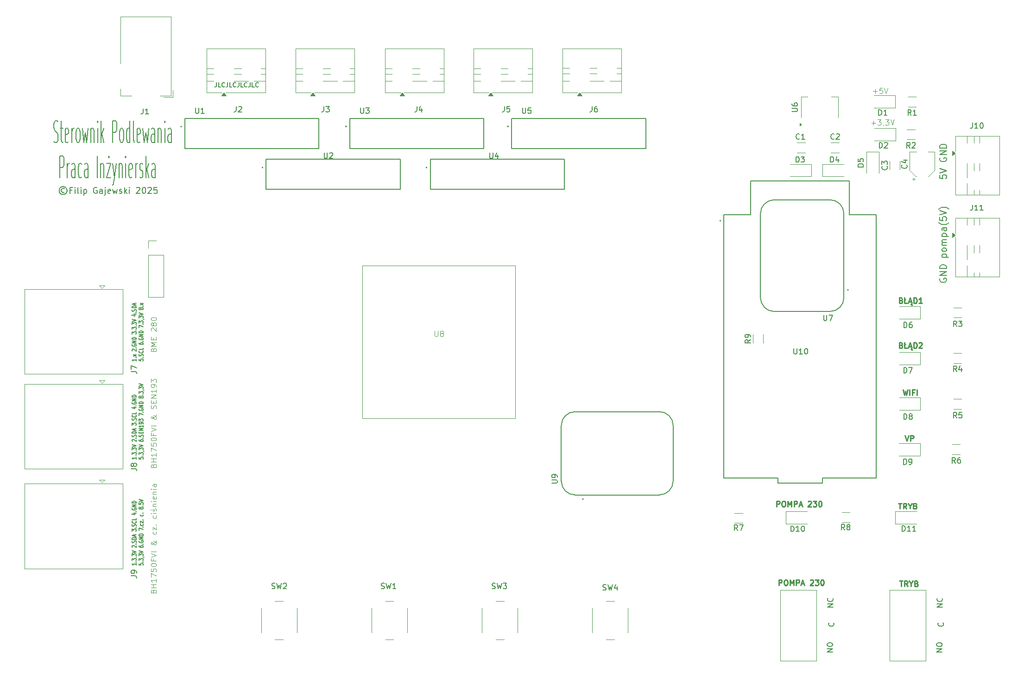
<source format=gbr>
%TF.GenerationSoftware,KiCad,Pcbnew,9.0.4*%
%TF.CreationDate,2025-10-29T20:46:00+01:00*%
%TF.ProjectId,Sterownik_Podlewania V1.1,53746572-6f77-46e6-996b-5f506f646c65,rev?*%
%TF.SameCoordinates,Original*%
%TF.FileFunction,Legend,Top*%
%TF.FilePolarity,Positive*%
%FSLAX46Y46*%
G04 Gerber Fmt 4.6, Leading zero omitted, Abs format (unit mm)*
G04 Created by KiCad (PCBNEW 9.0.4) date 2025-10-29 20:46:00*
%MOMM*%
%LPD*%
G01*
G04 APERTURE LIST*
%ADD10C,0.187500*%
%ADD11C,0.250000*%
%ADD12C,0.200000*%
%ADD13C,0.150000*%
%ADD14C,0.125000*%
%ADD15C,0.100000*%
%ADD16C,0.127000*%
%ADD17C,0.120000*%
G04 APERTURE END LIST*
D10*
X213243392Y-59019502D02*
X213243392Y-59590930D01*
X213243392Y-59590930D02*
X213814821Y-59648073D01*
X213814821Y-59648073D02*
X213757678Y-59590930D01*
X213757678Y-59590930D02*
X213700535Y-59476645D01*
X213700535Y-59476645D02*
X213700535Y-59190930D01*
X213700535Y-59190930D02*
X213757678Y-59076645D01*
X213757678Y-59076645D02*
X213814821Y-59019502D01*
X213814821Y-59019502D02*
X213929107Y-58962359D01*
X213929107Y-58962359D02*
X214214821Y-58962359D01*
X214214821Y-58962359D02*
X214329107Y-59019502D01*
X214329107Y-59019502D02*
X214386250Y-59076645D01*
X214386250Y-59076645D02*
X214443392Y-59190930D01*
X214443392Y-59190930D02*
X214443392Y-59476645D01*
X214443392Y-59476645D02*
X214386250Y-59590930D01*
X214386250Y-59590930D02*
X214329107Y-59648073D01*
X213243392Y-58619502D02*
X214443392Y-58219502D01*
X214443392Y-58219502D02*
X213243392Y-57819502D01*
X213300535Y-55876645D02*
X213243392Y-55990931D01*
X213243392Y-55990931D02*
X213243392Y-56162359D01*
X213243392Y-56162359D02*
X213300535Y-56333788D01*
X213300535Y-56333788D02*
X213414821Y-56448073D01*
X213414821Y-56448073D02*
X213529107Y-56505216D01*
X213529107Y-56505216D02*
X213757678Y-56562359D01*
X213757678Y-56562359D02*
X213929107Y-56562359D01*
X213929107Y-56562359D02*
X214157678Y-56505216D01*
X214157678Y-56505216D02*
X214271964Y-56448073D01*
X214271964Y-56448073D02*
X214386250Y-56333788D01*
X214386250Y-56333788D02*
X214443392Y-56162359D01*
X214443392Y-56162359D02*
X214443392Y-56048073D01*
X214443392Y-56048073D02*
X214386250Y-55876645D01*
X214386250Y-55876645D02*
X214329107Y-55819502D01*
X214329107Y-55819502D02*
X213929107Y-55819502D01*
X213929107Y-55819502D02*
X213929107Y-56048073D01*
X214443392Y-55305216D02*
X213243392Y-55305216D01*
X213243392Y-55305216D02*
X214443392Y-54619502D01*
X214443392Y-54619502D02*
X213243392Y-54619502D01*
X214443392Y-54048073D02*
X213243392Y-54048073D01*
X213243392Y-54048073D02*
X213243392Y-53762359D01*
X213243392Y-53762359D02*
X213300535Y-53590930D01*
X213300535Y-53590930D02*
X213414821Y-53476645D01*
X213414821Y-53476645D02*
X213529107Y-53419502D01*
X213529107Y-53419502D02*
X213757678Y-53362359D01*
X213757678Y-53362359D02*
X213929107Y-53362359D01*
X213929107Y-53362359D02*
X214157678Y-53419502D01*
X214157678Y-53419502D02*
X214271964Y-53476645D01*
X214271964Y-53476645D02*
X214386250Y-53590930D01*
X214386250Y-53590930D02*
X214443392Y-53762359D01*
X214443392Y-53762359D02*
X214443392Y-54048073D01*
D11*
X183402568Y-119664619D02*
X183402568Y-118664619D01*
X183402568Y-118664619D02*
X183783520Y-118664619D01*
X183783520Y-118664619D02*
X183878758Y-118712238D01*
X183878758Y-118712238D02*
X183926377Y-118759857D01*
X183926377Y-118759857D02*
X183973996Y-118855095D01*
X183973996Y-118855095D02*
X183973996Y-118997952D01*
X183973996Y-118997952D02*
X183926377Y-119093190D01*
X183926377Y-119093190D02*
X183878758Y-119140809D01*
X183878758Y-119140809D02*
X183783520Y-119188428D01*
X183783520Y-119188428D02*
X183402568Y-119188428D01*
X184593044Y-118664619D02*
X184783520Y-118664619D01*
X184783520Y-118664619D02*
X184878758Y-118712238D01*
X184878758Y-118712238D02*
X184973996Y-118807476D01*
X184973996Y-118807476D02*
X185021615Y-118997952D01*
X185021615Y-118997952D02*
X185021615Y-119331285D01*
X185021615Y-119331285D02*
X184973996Y-119521761D01*
X184973996Y-119521761D02*
X184878758Y-119617000D01*
X184878758Y-119617000D02*
X184783520Y-119664619D01*
X184783520Y-119664619D02*
X184593044Y-119664619D01*
X184593044Y-119664619D02*
X184497806Y-119617000D01*
X184497806Y-119617000D02*
X184402568Y-119521761D01*
X184402568Y-119521761D02*
X184354949Y-119331285D01*
X184354949Y-119331285D02*
X184354949Y-118997952D01*
X184354949Y-118997952D02*
X184402568Y-118807476D01*
X184402568Y-118807476D02*
X184497806Y-118712238D01*
X184497806Y-118712238D02*
X184593044Y-118664619D01*
X185450187Y-119664619D02*
X185450187Y-118664619D01*
X185450187Y-118664619D02*
X185783520Y-119378904D01*
X185783520Y-119378904D02*
X186116853Y-118664619D01*
X186116853Y-118664619D02*
X186116853Y-119664619D01*
X186593044Y-119664619D02*
X186593044Y-118664619D01*
X186593044Y-118664619D02*
X186973996Y-118664619D01*
X186973996Y-118664619D02*
X187069234Y-118712238D01*
X187069234Y-118712238D02*
X187116853Y-118759857D01*
X187116853Y-118759857D02*
X187164472Y-118855095D01*
X187164472Y-118855095D02*
X187164472Y-118997952D01*
X187164472Y-118997952D02*
X187116853Y-119093190D01*
X187116853Y-119093190D02*
X187069234Y-119140809D01*
X187069234Y-119140809D02*
X186973996Y-119188428D01*
X186973996Y-119188428D02*
X186593044Y-119188428D01*
X187545425Y-119378904D02*
X188021615Y-119378904D01*
X187450187Y-119664619D02*
X187783520Y-118664619D01*
X187783520Y-118664619D02*
X188116853Y-119664619D01*
X189164473Y-118759857D02*
X189212092Y-118712238D01*
X189212092Y-118712238D02*
X189307330Y-118664619D01*
X189307330Y-118664619D02*
X189545425Y-118664619D01*
X189545425Y-118664619D02*
X189640663Y-118712238D01*
X189640663Y-118712238D02*
X189688282Y-118759857D01*
X189688282Y-118759857D02*
X189735901Y-118855095D01*
X189735901Y-118855095D02*
X189735901Y-118950333D01*
X189735901Y-118950333D02*
X189688282Y-119093190D01*
X189688282Y-119093190D02*
X189116854Y-119664619D01*
X189116854Y-119664619D02*
X189735901Y-119664619D01*
X190069235Y-118664619D02*
X190688282Y-118664619D01*
X190688282Y-118664619D02*
X190354949Y-119045571D01*
X190354949Y-119045571D02*
X190497806Y-119045571D01*
X190497806Y-119045571D02*
X190593044Y-119093190D01*
X190593044Y-119093190D02*
X190640663Y-119140809D01*
X190640663Y-119140809D02*
X190688282Y-119236047D01*
X190688282Y-119236047D02*
X190688282Y-119474142D01*
X190688282Y-119474142D02*
X190640663Y-119569380D01*
X190640663Y-119569380D02*
X190593044Y-119617000D01*
X190593044Y-119617000D02*
X190497806Y-119664619D01*
X190497806Y-119664619D02*
X190212092Y-119664619D01*
X190212092Y-119664619D02*
X190116854Y-119617000D01*
X190116854Y-119617000D02*
X190069235Y-119569380D01*
X191307330Y-118664619D02*
X191402568Y-118664619D01*
X191402568Y-118664619D02*
X191497806Y-118712238D01*
X191497806Y-118712238D02*
X191545425Y-118759857D01*
X191545425Y-118759857D02*
X191593044Y-118855095D01*
X191593044Y-118855095D02*
X191640663Y-119045571D01*
X191640663Y-119045571D02*
X191640663Y-119283666D01*
X191640663Y-119283666D02*
X191593044Y-119474142D01*
X191593044Y-119474142D02*
X191545425Y-119569380D01*
X191545425Y-119569380D02*
X191497806Y-119617000D01*
X191497806Y-119617000D02*
X191402568Y-119664619D01*
X191402568Y-119664619D02*
X191307330Y-119664619D01*
X191307330Y-119664619D02*
X191212092Y-119617000D01*
X191212092Y-119617000D02*
X191164473Y-119569380D01*
X191164473Y-119569380D02*
X191116854Y-119474142D01*
X191116854Y-119474142D02*
X191069235Y-119283666D01*
X191069235Y-119283666D02*
X191069235Y-119045571D01*
X191069235Y-119045571D02*
X191116854Y-118855095D01*
X191116854Y-118855095D02*
X191164473Y-118759857D01*
X191164473Y-118759857D02*
X191212092Y-118712238D01*
X191212092Y-118712238D02*
X191307330Y-118664619D01*
D12*
X81050625Y-42091695D02*
X81050625Y-42663123D01*
X81050625Y-42663123D02*
X81012530Y-42777409D01*
X81012530Y-42777409D02*
X80936339Y-42853600D01*
X80936339Y-42853600D02*
X80822054Y-42891695D01*
X80822054Y-42891695D02*
X80745863Y-42891695D01*
X81812530Y-42891695D02*
X81431578Y-42891695D01*
X81431578Y-42891695D02*
X81431578Y-42091695D01*
X82536340Y-42815504D02*
X82498244Y-42853600D01*
X82498244Y-42853600D02*
X82383959Y-42891695D01*
X82383959Y-42891695D02*
X82307768Y-42891695D01*
X82307768Y-42891695D02*
X82193482Y-42853600D01*
X82193482Y-42853600D02*
X82117292Y-42777409D01*
X82117292Y-42777409D02*
X82079197Y-42701219D01*
X82079197Y-42701219D02*
X82041101Y-42548838D01*
X82041101Y-42548838D02*
X82041101Y-42434552D01*
X82041101Y-42434552D02*
X82079197Y-42282171D01*
X82079197Y-42282171D02*
X82117292Y-42205980D01*
X82117292Y-42205980D02*
X82193482Y-42129790D01*
X82193482Y-42129790D02*
X82307768Y-42091695D01*
X82307768Y-42091695D02*
X82383959Y-42091695D01*
X82383959Y-42091695D02*
X82498244Y-42129790D01*
X82498244Y-42129790D02*
X82536340Y-42167885D01*
X83107768Y-42091695D02*
X83107768Y-42663123D01*
X83107768Y-42663123D02*
X83069673Y-42777409D01*
X83069673Y-42777409D02*
X82993482Y-42853600D01*
X82993482Y-42853600D02*
X82879197Y-42891695D01*
X82879197Y-42891695D02*
X82803006Y-42891695D01*
X83869673Y-42891695D02*
X83488721Y-42891695D01*
X83488721Y-42891695D02*
X83488721Y-42091695D01*
X84593483Y-42815504D02*
X84555387Y-42853600D01*
X84555387Y-42853600D02*
X84441102Y-42891695D01*
X84441102Y-42891695D02*
X84364911Y-42891695D01*
X84364911Y-42891695D02*
X84250625Y-42853600D01*
X84250625Y-42853600D02*
X84174435Y-42777409D01*
X84174435Y-42777409D02*
X84136340Y-42701219D01*
X84136340Y-42701219D02*
X84098244Y-42548838D01*
X84098244Y-42548838D02*
X84098244Y-42434552D01*
X84098244Y-42434552D02*
X84136340Y-42282171D01*
X84136340Y-42282171D02*
X84174435Y-42205980D01*
X84174435Y-42205980D02*
X84250625Y-42129790D01*
X84250625Y-42129790D02*
X84364911Y-42091695D01*
X84364911Y-42091695D02*
X84441102Y-42091695D01*
X84441102Y-42091695D02*
X84555387Y-42129790D01*
X84555387Y-42129790D02*
X84593483Y-42167885D01*
X85164911Y-42091695D02*
X85164911Y-42663123D01*
X85164911Y-42663123D02*
X85126816Y-42777409D01*
X85126816Y-42777409D02*
X85050625Y-42853600D01*
X85050625Y-42853600D02*
X84936340Y-42891695D01*
X84936340Y-42891695D02*
X84860149Y-42891695D01*
X85926816Y-42891695D02*
X85545864Y-42891695D01*
X85545864Y-42891695D02*
X85545864Y-42091695D01*
X86650626Y-42815504D02*
X86612530Y-42853600D01*
X86612530Y-42853600D02*
X86498245Y-42891695D01*
X86498245Y-42891695D02*
X86422054Y-42891695D01*
X86422054Y-42891695D02*
X86307768Y-42853600D01*
X86307768Y-42853600D02*
X86231578Y-42777409D01*
X86231578Y-42777409D02*
X86193483Y-42701219D01*
X86193483Y-42701219D02*
X86155387Y-42548838D01*
X86155387Y-42548838D02*
X86155387Y-42434552D01*
X86155387Y-42434552D02*
X86193483Y-42282171D01*
X86193483Y-42282171D02*
X86231578Y-42205980D01*
X86231578Y-42205980D02*
X86307768Y-42129790D01*
X86307768Y-42129790D02*
X86422054Y-42091695D01*
X86422054Y-42091695D02*
X86498245Y-42091695D01*
X86498245Y-42091695D02*
X86612530Y-42129790D01*
X86612530Y-42129790D02*
X86650626Y-42167885D01*
X87222054Y-42091695D02*
X87222054Y-42663123D01*
X87222054Y-42663123D02*
X87183959Y-42777409D01*
X87183959Y-42777409D02*
X87107768Y-42853600D01*
X87107768Y-42853600D02*
X86993483Y-42891695D01*
X86993483Y-42891695D02*
X86917292Y-42891695D01*
X87983959Y-42891695D02*
X87603007Y-42891695D01*
X87603007Y-42891695D02*
X87603007Y-42091695D01*
X88707769Y-42815504D02*
X88669673Y-42853600D01*
X88669673Y-42853600D02*
X88555388Y-42891695D01*
X88555388Y-42891695D02*
X88479197Y-42891695D01*
X88479197Y-42891695D02*
X88364911Y-42853600D01*
X88364911Y-42853600D02*
X88288721Y-42777409D01*
X88288721Y-42777409D02*
X88250626Y-42701219D01*
X88250626Y-42701219D02*
X88212530Y-42548838D01*
X88212530Y-42548838D02*
X88212530Y-42434552D01*
X88212530Y-42434552D02*
X88250626Y-42282171D01*
X88250626Y-42282171D02*
X88288721Y-42205980D01*
X88288721Y-42205980D02*
X88364911Y-42129790D01*
X88364911Y-42129790D02*
X88479197Y-42091695D01*
X88479197Y-42091695D02*
X88555388Y-42091695D01*
X88555388Y-42091695D02*
X88669673Y-42129790D01*
X88669673Y-42129790D02*
X88707769Y-42167885D01*
D11*
X206135901Y-90140809D02*
X206278758Y-90188428D01*
X206278758Y-90188428D02*
X206326377Y-90236047D01*
X206326377Y-90236047D02*
X206373996Y-90331285D01*
X206373996Y-90331285D02*
X206373996Y-90474142D01*
X206373996Y-90474142D02*
X206326377Y-90569380D01*
X206326377Y-90569380D02*
X206278758Y-90617000D01*
X206278758Y-90617000D02*
X206183520Y-90664619D01*
X206183520Y-90664619D02*
X205802568Y-90664619D01*
X205802568Y-90664619D02*
X205802568Y-89664619D01*
X205802568Y-89664619D02*
X206135901Y-89664619D01*
X206135901Y-89664619D02*
X206231139Y-89712238D01*
X206231139Y-89712238D02*
X206278758Y-89759857D01*
X206278758Y-89759857D02*
X206326377Y-89855095D01*
X206326377Y-89855095D02*
X206326377Y-89950333D01*
X206326377Y-89950333D02*
X206278758Y-90045571D01*
X206278758Y-90045571D02*
X206231139Y-90093190D01*
X206231139Y-90093190D02*
X206135901Y-90140809D01*
X206135901Y-90140809D02*
X205802568Y-90140809D01*
X207278758Y-90664619D02*
X206802568Y-90664619D01*
X206802568Y-90664619D02*
X206802568Y-89664619D01*
X206659711Y-90188428D02*
X206945425Y-89997952D01*
X207564473Y-90378904D02*
X208040663Y-90378904D01*
X207469235Y-90664619D02*
X207802568Y-89664619D01*
X207802568Y-89664619D02*
X208135901Y-90664619D01*
X208135901Y-90664619D02*
X208040663Y-90759857D01*
X208040663Y-90759857D02*
X207993044Y-90855095D01*
X207993044Y-90855095D02*
X208040663Y-90950333D01*
X208040663Y-90950333D02*
X208135901Y-90997952D01*
X208135901Y-90997952D02*
X208231139Y-90997952D01*
X208469235Y-90664619D02*
X208469235Y-89664619D01*
X208469235Y-89664619D02*
X208707330Y-89664619D01*
X208707330Y-89664619D02*
X208850187Y-89712238D01*
X208850187Y-89712238D02*
X208945425Y-89807476D01*
X208945425Y-89807476D02*
X208993044Y-89902714D01*
X208993044Y-89902714D02*
X209040663Y-90093190D01*
X209040663Y-90093190D02*
X209040663Y-90236047D01*
X209040663Y-90236047D02*
X208993044Y-90426523D01*
X208993044Y-90426523D02*
X208945425Y-90521761D01*
X208945425Y-90521761D02*
X208850187Y-90617000D01*
X208850187Y-90617000D02*
X208707330Y-90664619D01*
X208707330Y-90664619D02*
X208469235Y-90664619D01*
X209421616Y-89759857D02*
X209469235Y-89712238D01*
X209469235Y-89712238D02*
X209564473Y-89664619D01*
X209564473Y-89664619D02*
X209802568Y-89664619D01*
X209802568Y-89664619D02*
X209897806Y-89712238D01*
X209897806Y-89712238D02*
X209945425Y-89759857D01*
X209945425Y-89759857D02*
X209993044Y-89855095D01*
X209993044Y-89855095D02*
X209993044Y-89950333D01*
X209993044Y-89950333D02*
X209945425Y-90093190D01*
X209945425Y-90093190D02*
X209373997Y-90664619D01*
X209373997Y-90664619D02*
X209993044Y-90664619D01*
D13*
X66406340Y-130044173D02*
X66406340Y-130387030D01*
X66406340Y-130215601D02*
X65606340Y-130215601D01*
X65606340Y-130215601D02*
X65720625Y-130272744D01*
X65720625Y-130272744D02*
X65796816Y-130329887D01*
X65796816Y-130329887D02*
X65834911Y-130387030D01*
X66330149Y-129787029D02*
X66368245Y-129758458D01*
X66368245Y-129758458D02*
X66406340Y-129787029D01*
X66406340Y-129787029D02*
X66368245Y-129815601D01*
X66368245Y-129815601D02*
X66330149Y-129787029D01*
X66330149Y-129787029D02*
X66406340Y-129787029D01*
X65606340Y-129558458D02*
X65606340Y-129187030D01*
X65606340Y-129187030D02*
X65911102Y-129387030D01*
X65911102Y-129387030D02*
X65911102Y-129301315D01*
X65911102Y-129301315D02*
X65949197Y-129244173D01*
X65949197Y-129244173D02*
X65987292Y-129215601D01*
X65987292Y-129215601D02*
X66063483Y-129187030D01*
X66063483Y-129187030D02*
X66253959Y-129187030D01*
X66253959Y-129187030D02*
X66330149Y-129215601D01*
X66330149Y-129215601D02*
X66368245Y-129244173D01*
X66368245Y-129244173D02*
X66406340Y-129301315D01*
X66406340Y-129301315D02*
X66406340Y-129472744D01*
X66406340Y-129472744D02*
X66368245Y-129529887D01*
X66368245Y-129529887D02*
X66330149Y-129558458D01*
X66368245Y-128901315D02*
X66406340Y-128901315D01*
X66406340Y-128901315D02*
X66482530Y-128929886D01*
X66482530Y-128929886D02*
X66520625Y-128958458D01*
X65606340Y-128701315D02*
X65606340Y-128329887D01*
X65606340Y-128329887D02*
X65911102Y-128529887D01*
X65911102Y-128529887D02*
X65911102Y-128444172D01*
X65911102Y-128444172D02*
X65949197Y-128387030D01*
X65949197Y-128387030D02*
X65987292Y-128358458D01*
X65987292Y-128358458D02*
X66063483Y-128329887D01*
X66063483Y-128329887D02*
X66253959Y-128329887D01*
X66253959Y-128329887D02*
X66330149Y-128358458D01*
X66330149Y-128358458D02*
X66368245Y-128387030D01*
X66368245Y-128387030D02*
X66406340Y-128444172D01*
X66406340Y-128444172D02*
X66406340Y-128615601D01*
X66406340Y-128615601D02*
X66368245Y-128672744D01*
X66368245Y-128672744D02*
X66330149Y-128701315D01*
X65606340Y-128158458D02*
X66406340Y-127958458D01*
X66406340Y-127958458D02*
X65606340Y-127758458D01*
X65682530Y-127129886D02*
X65644435Y-127101314D01*
X65644435Y-127101314D02*
X65606340Y-127044172D01*
X65606340Y-127044172D02*
X65606340Y-126901314D01*
X65606340Y-126901314D02*
X65644435Y-126844172D01*
X65644435Y-126844172D02*
X65682530Y-126815600D01*
X65682530Y-126815600D02*
X65758721Y-126787029D01*
X65758721Y-126787029D02*
X65834911Y-126787029D01*
X65834911Y-126787029D02*
X65949197Y-126815600D01*
X65949197Y-126815600D02*
X66406340Y-127158457D01*
X66406340Y-127158457D02*
X66406340Y-126787029D01*
X66330149Y-126529885D02*
X66368245Y-126501314D01*
X66368245Y-126501314D02*
X66406340Y-126529885D01*
X66406340Y-126529885D02*
X66368245Y-126558457D01*
X66368245Y-126558457D02*
X66330149Y-126529885D01*
X66330149Y-126529885D02*
X66406340Y-126529885D01*
X66368245Y-126272743D02*
X66406340Y-126187029D01*
X66406340Y-126187029D02*
X66406340Y-126044171D01*
X66406340Y-126044171D02*
X66368245Y-125987029D01*
X66368245Y-125987029D02*
X66330149Y-125958457D01*
X66330149Y-125958457D02*
X66253959Y-125929886D01*
X66253959Y-125929886D02*
X66177768Y-125929886D01*
X66177768Y-125929886D02*
X66101578Y-125958457D01*
X66101578Y-125958457D02*
X66063483Y-125987029D01*
X66063483Y-125987029D02*
X66025387Y-126044171D01*
X66025387Y-126044171D02*
X65987292Y-126158457D01*
X65987292Y-126158457D02*
X65949197Y-126215600D01*
X65949197Y-126215600D02*
X65911102Y-126244171D01*
X65911102Y-126244171D02*
X65834911Y-126272743D01*
X65834911Y-126272743D02*
X65758721Y-126272743D01*
X65758721Y-126272743D02*
X65682530Y-126244171D01*
X65682530Y-126244171D02*
X65644435Y-126215600D01*
X65644435Y-126215600D02*
X65606340Y-126158457D01*
X65606340Y-126158457D02*
X65606340Y-126015600D01*
X65606340Y-126015600D02*
X65644435Y-125929886D01*
X66406340Y-125672742D02*
X65606340Y-125672742D01*
X65606340Y-125672742D02*
X65606340Y-125529885D01*
X65606340Y-125529885D02*
X65644435Y-125444171D01*
X65644435Y-125444171D02*
X65720625Y-125387028D01*
X65720625Y-125387028D02*
X65796816Y-125358457D01*
X65796816Y-125358457D02*
X65949197Y-125329885D01*
X65949197Y-125329885D02*
X66063483Y-125329885D01*
X66063483Y-125329885D02*
X66215864Y-125358457D01*
X66215864Y-125358457D02*
X66292054Y-125387028D01*
X66292054Y-125387028D02*
X66368245Y-125444171D01*
X66368245Y-125444171D02*
X66406340Y-125529885D01*
X66406340Y-125529885D02*
X66406340Y-125672742D01*
X66177768Y-125101314D02*
X66177768Y-124815600D01*
X66406340Y-125158457D02*
X65606340Y-124958457D01*
X65606340Y-124958457D02*
X66406340Y-124758457D01*
X65606340Y-124158456D02*
X65606340Y-123787028D01*
X65606340Y-123787028D02*
X65911102Y-123987028D01*
X65911102Y-123987028D02*
X65911102Y-123901313D01*
X65911102Y-123901313D02*
X65949197Y-123844171D01*
X65949197Y-123844171D02*
X65987292Y-123815599D01*
X65987292Y-123815599D02*
X66063483Y-123787028D01*
X66063483Y-123787028D02*
X66253959Y-123787028D01*
X66253959Y-123787028D02*
X66330149Y-123815599D01*
X66330149Y-123815599D02*
X66368245Y-123844171D01*
X66368245Y-123844171D02*
X66406340Y-123901313D01*
X66406340Y-123901313D02*
X66406340Y-124072742D01*
X66406340Y-124072742D02*
X66368245Y-124129885D01*
X66368245Y-124129885D02*
X66330149Y-124158456D01*
X66330149Y-123529884D02*
X66368245Y-123501313D01*
X66368245Y-123501313D02*
X66406340Y-123529884D01*
X66406340Y-123529884D02*
X66368245Y-123558456D01*
X66368245Y-123558456D02*
X66330149Y-123529884D01*
X66330149Y-123529884D02*
X66406340Y-123529884D01*
X66368245Y-123272742D02*
X66406340Y-123187028D01*
X66406340Y-123187028D02*
X66406340Y-123044170D01*
X66406340Y-123044170D02*
X66368245Y-122987028D01*
X66368245Y-122987028D02*
X66330149Y-122958456D01*
X66330149Y-122958456D02*
X66253959Y-122929885D01*
X66253959Y-122929885D02*
X66177768Y-122929885D01*
X66177768Y-122929885D02*
X66101578Y-122958456D01*
X66101578Y-122958456D02*
X66063483Y-122987028D01*
X66063483Y-122987028D02*
X66025387Y-123044170D01*
X66025387Y-123044170D02*
X65987292Y-123158456D01*
X65987292Y-123158456D02*
X65949197Y-123215599D01*
X65949197Y-123215599D02*
X65911102Y-123244170D01*
X65911102Y-123244170D02*
X65834911Y-123272742D01*
X65834911Y-123272742D02*
X65758721Y-123272742D01*
X65758721Y-123272742D02*
X65682530Y-123244170D01*
X65682530Y-123244170D02*
X65644435Y-123215599D01*
X65644435Y-123215599D02*
X65606340Y-123158456D01*
X65606340Y-123158456D02*
X65606340Y-123015599D01*
X65606340Y-123015599D02*
X65644435Y-122929885D01*
X66330149Y-122329884D02*
X66368245Y-122358456D01*
X66368245Y-122358456D02*
X66406340Y-122444170D01*
X66406340Y-122444170D02*
X66406340Y-122501313D01*
X66406340Y-122501313D02*
X66368245Y-122587027D01*
X66368245Y-122587027D02*
X66292054Y-122644170D01*
X66292054Y-122644170D02*
X66215864Y-122672741D01*
X66215864Y-122672741D02*
X66063483Y-122701313D01*
X66063483Y-122701313D02*
X65949197Y-122701313D01*
X65949197Y-122701313D02*
X65796816Y-122672741D01*
X65796816Y-122672741D02*
X65720625Y-122644170D01*
X65720625Y-122644170D02*
X65644435Y-122587027D01*
X65644435Y-122587027D02*
X65606340Y-122501313D01*
X65606340Y-122501313D02*
X65606340Y-122444170D01*
X65606340Y-122444170D02*
X65644435Y-122358456D01*
X65644435Y-122358456D02*
X65682530Y-122329884D01*
X66406340Y-121787027D02*
X66406340Y-122072741D01*
X66406340Y-122072741D02*
X65606340Y-122072741D01*
X65873006Y-120872742D02*
X66406340Y-120872742D01*
X65568245Y-121015599D02*
X66139673Y-121158456D01*
X66139673Y-121158456D02*
X66139673Y-120787027D01*
X66330149Y-120558455D02*
X66368245Y-120529884D01*
X66368245Y-120529884D02*
X66406340Y-120558455D01*
X66406340Y-120558455D02*
X66368245Y-120587027D01*
X66368245Y-120587027D02*
X66330149Y-120558455D01*
X66330149Y-120558455D02*
X66406340Y-120558455D01*
X65644435Y-119958456D02*
X65606340Y-120015599D01*
X65606340Y-120015599D02*
X65606340Y-120101313D01*
X65606340Y-120101313D02*
X65644435Y-120187027D01*
X65644435Y-120187027D02*
X65720625Y-120244170D01*
X65720625Y-120244170D02*
X65796816Y-120272741D01*
X65796816Y-120272741D02*
X65949197Y-120301313D01*
X65949197Y-120301313D02*
X66063483Y-120301313D01*
X66063483Y-120301313D02*
X66215864Y-120272741D01*
X66215864Y-120272741D02*
X66292054Y-120244170D01*
X66292054Y-120244170D02*
X66368245Y-120187027D01*
X66368245Y-120187027D02*
X66406340Y-120101313D01*
X66406340Y-120101313D02*
X66406340Y-120044170D01*
X66406340Y-120044170D02*
X66368245Y-119958456D01*
X66368245Y-119958456D02*
X66330149Y-119929884D01*
X66330149Y-119929884D02*
X66063483Y-119929884D01*
X66063483Y-119929884D02*
X66063483Y-120044170D01*
X66406340Y-119672741D02*
X65606340Y-119672741D01*
X65606340Y-119672741D02*
X66406340Y-119329884D01*
X66406340Y-119329884D02*
X65606340Y-119329884D01*
X66406340Y-119044170D02*
X65606340Y-119044170D01*
X65606340Y-119044170D02*
X65606340Y-118901313D01*
X65606340Y-118901313D02*
X65644435Y-118815599D01*
X65644435Y-118815599D02*
X65720625Y-118758456D01*
X65720625Y-118758456D02*
X65796816Y-118729885D01*
X65796816Y-118729885D02*
X65949197Y-118701313D01*
X65949197Y-118701313D02*
X66063483Y-118701313D01*
X66063483Y-118701313D02*
X66215864Y-118729885D01*
X66215864Y-118729885D02*
X66292054Y-118758456D01*
X66292054Y-118758456D02*
X66368245Y-118815599D01*
X66368245Y-118815599D02*
X66406340Y-118901313D01*
X66406340Y-118901313D02*
X66406340Y-119044170D01*
X66894295Y-130072744D02*
X66894295Y-130358458D01*
X66894295Y-130358458D02*
X67275247Y-130387030D01*
X67275247Y-130387030D02*
X67237152Y-130358458D01*
X67237152Y-130358458D02*
X67199057Y-130301316D01*
X67199057Y-130301316D02*
X67199057Y-130158458D01*
X67199057Y-130158458D02*
X67237152Y-130101316D01*
X67237152Y-130101316D02*
X67275247Y-130072744D01*
X67275247Y-130072744D02*
X67351438Y-130044173D01*
X67351438Y-130044173D02*
X67541914Y-130044173D01*
X67541914Y-130044173D02*
X67618104Y-130072744D01*
X67618104Y-130072744D02*
X67656200Y-130101316D01*
X67656200Y-130101316D02*
X67694295Y-130158458D01*
X67694295Y-130158458D02*
X67694295Y-130301316D01*
X67694295Y-130301316D02*
X67656200Y-130358458D01*
X67656200Y-130358458D02*
X67618104Y-130387030D01*
X67618104Y-129787029D02*
X67656200Y-129758458D01*
X67656200Y-129758458D02*
X67694295Y-129787029D01*
X67694295Y-129787029D02*
X67656200Y-129815601D01*
X67656200Y-129815601D02*
X67618104Y-129787029D01*
X67618104Y-129787029D02*
X67694295Y-129787029D01*
X66894295Y-129558458D02*
X66894295Y-129187030D01*
X66894295Y-129187030D02*
X67199057Y-129387030D01*
X67199057Y-129387030D02*
X67199057Y-129301315D01*
X67199057Y-129301315D02*
X67237152Y-129244173D01*
X67237152Y-129244173D02*
X67275247Y-129215601D01*
X67275247Y-129215601D02*
X67351438Y-129187030D01*
X67351438Y-129187030D02*
X67541914Y-129187030D01*
X67541914Y-129187030D02*
X67618104Y-129215601D01*
X67618104Y-129215601D02*
X67656200Y-129244173D01*
X67656200Y-129244173D02*
X67694295Y-129301315D01*
X67694295Y-129301315D02*
X67694295Y-129472744D01*
X67694295Y-129472744D02*
X67656200Y-129529887D01*
X67656200Y-129529887D02*
X67618104Y-129558458D01*
X67656200Y-128901315D02*
X67694295Y-128901315D01*
X67694295Y-128901315D02*
X67770485Y-128929886D01*
X67770485Y-128929886D02*
X67808580Y-128958458D01*
X66894295Y-128701315D02*
X66894295Y-128329887D01*
X66894295Y-128329887D02*
X67199057Y-128529887D01*
X67199057Y-128529887D02*
X67199057Y-128444172D01*
X67199057Y-128444172D02*
X67237152Y-128387030D01*
X67237152Y-128387030D02*
X67275247Y-128358458D01*
X67275247Y-128358458D02*
X67351438Y-128329887D01*
X67351438Y-128329887D02*
X67541914Y-128329887D01*
X67541914Y-128329887D02*
X67618104Y-128358458D01*
X67618104Y-128358458D02*
X67656200Y-128387030D01*
X67656200Y-128387030D02*
X67694295Y-128444172D01*
X67694295Y-128444172D02*
X67694295Y-128615601D01*
X67694295Y-128615601D02*
X67656200Y-128672744D01*
X67656200Y-128672744D02*
X67618104Y-128701315D01*
X66894295Y-128158458D02*
X67694295Y-127958458D01*
X67694295Y-127958458D02*
X66894295Y-127758458D01*
X66894295Y-126844172D02*
X66894295Y-126958457D01*
X66894295Y-126958457D02*
X66932390Y-127015600D01*
X66932390Y-127015600D02*
X66970485Y-127044172D01*
X66970485Y-127044172D02*
X67084771Y-127101314D01*
X67084771Y-127101314D02*
X67237152Y-127129886D01*
X67237152Y-127129886D02*
X67541914Y-127129886D01*
X67541914Y-127129886D02*
X67618104Y-127101314D01*
X67618104Y-127101314D02*
X67656200Y-127072743D01*
X67656200Y-127072743D02*
X67694295Y-127015600D01*
X67694295Y-127015600D02*
X67694295Y-126901314D01*
X67694295Y-126901314D02*
X67656200Y-126844172D01*
X67656200Y-126844172D02*
X67618104Y-126815600D01*
X67618104Y-126815600D02*
X67541914Y-126787029D01*
X67541914Y-126787029D02*
X67351438Y-126787029D01*
X67351438Y-126787029D02*
X67275247Y-126815600D01*
X67275247Y-126815600D02*
X67237152Y-126844172D01*
X67237152Y-126844172D02*
X67199057Y-126901314D01*
X67199057Y-126901314D02*
X67199057Y-127015600D01*
X67199057Y-127015600D02*
X67237152Y-127072743D01*
X67237152Y-127072743D02*
X67275247Y-127101314D01*
X67275247Y-127101314D02*
X67351438Y-127129886D01*
X67618104Y-126529885D02*
X67656200Y-126501314D01*
X67656200Y-126501314D02*
X67694295Y-126529885D01*
X67694295Y-126529885D02*
X67656200Y-126558457D01*
X67656200Y-126558457D02*
X67618104Y-126529885D01*
X67618104Y-126529885D02*
X67694295Y-126529885D01*
X66932390Y-125929886D02*
X66894295Y-125987029D01*
X66894295Y-125987029D02*
X66894295Y-126072743D01*
X66894295Y-126072743D02*
X66932390Y-126158457D01*
X66932390Y-126158457D02*
X67008580Y-126215600D01*
X67008580Y-126215600D02*
X67084771Y-126244171D01*
X67084771Y-126244171D02*
X67237152Y-126272743D01*
X67237152Y-126272743D02*
X67351438Y-126272743D01*
X67351438Y-126272743D02*
X67503819Y-126244171D01*
X67503819Y-126244171D02*
X67580009Y-126215600D01*
X67580009Y-126215600D02*
X67656200Y-126158457D01*
X67656200Y-126158457D02*
X67694295Y-126072743D01*
X67694295Y-126072743D02*
X67694295Y-126015600D01*
X67694295Y-126015600D02*
X67656200Y-125929886D01*
X67656200Y-125929886D02*
X67618104Y-125901314D01*
X67618104Y-125901314D02*
X67351438Y-125901314D01*
X67351438Y-125901314D02*
X67351438Y-126015600D01*
X67694295Y-125644171D02*
X66894295Y-125644171D01*
X66894295Y-125644171D02*
X67694295Y-125301314D01*
X67694295Y-125301314D02*
X66894295Y-125301314D01*
X67694295Y-125015600D02*
X66894295Y-125015600D01*
X66894295Y-125015600D02*
X66894295Y-124872743D01*
X66894295Y-124872743D02*
X66932390Y-124787029D01*
X66932390Y-124787029D02*
X67008580Y-124729886D01*
X67008580Y-124729886D02*
X67084771Y-124701315D01*
X67084771Y-124701315D02*
X67237152Y-124672743D01*
X67237152Y-124672743D02*
X67351438Y-124672743D01*
X67351438Y-124672743D02*
X67503819Y-124701315D01*
X67503819Y-124701315D02*
X67580009Y-124729886D01*
X67580009Y-124729886D02*
X67656200Y-124787029D01*
X67656200Y-124787029D02*
X67694295Y-124872743D01*
X67694295Y-124872743D02*
X67694295Y-125015600D01*
X66894295Y-124015600D02*
X66894295Y-123615600D01*
X66894295Y-123615600D02*
X67694295Y-123872743D01*
X67618104Y-123387028D02*
X67656200Y-123358457D01*
X67656200Y-123358457D02*
X67694295Y-123387028D01*
X67694295Y-123387028D02*
X67656200Y-123415600D01*
X67656200Y-123415600D02*
X67618104Y-123387028D01*
X67618104Y-123387028D02*
X67694295Y-123387028D01*
X67656200Y-122844172D02*
X67694295Y-122901314D01*
X67694295Y-122901314D02*
X67694295Y-123015600D01*
X67694295Y-123015600D02*
X67656200Y-123072743D01*
X67656200Y-123072743D02*
X67618104Y-123101314D01*
X67618104Y-123101314D02*
X67541914Y-123129886D01*
X67541914Y-123129886D02*
X67313342Y-123129886D01*
X67313342Y-123129886D02*
X67237152Y-123101314D01*
X67237152Y-123101314D02*
X67199057Y-123072743D01*
X67199057Y-123072743D02*
X67160961Y-123015600D01*
X67160961Y-123015600D02*
X67160961Y-122901314D01*
X67160961Y-122901314D02*
X67199057Y-122844172D01*
X67160961Y-122644171D02*
X67160961Y-122329886D01*
X67160961Y-122329886D02*
X67694295Y-122644171D01*
X67694295Y-122644171D02*
X67694295Y-122329886D01*
X67618104Y-122101314D02*
X67656200Y-122072743D01*
X67656200Y-122072743D02*
X67694295Y-122101314D01*
X67694295Y-122101314D02*
X67656200Y-122129886D01*
X67656200Y-122129886D02*
X67618104Y-122101314D01*
X67618104Y-122101314D02*
X67694295Y-122101314D01*
X67656200Y-121101315D02*
X67694295Y-121158457D01*
X67694295Y-121158457D02*
X67694295Y-121272743D01*
X67694295Y-121272743D02*
X67656200Y-121329886D01*
X67656200Y-121329886D02*
X67618104Y-121358457D01*
X67618104Y-121358457D02*
X67541914Y-121387029D01*
X67541914Y-121387029D02*
X67313342Y-121387029D01*
X67313342Y-121387029D02*
X67237152Y-121358457D01*
X67237152Y-121358457D02*
X67199057Y-121329886D01*
X67199057Y-121329886D02*
X67160961Y-121272743D01*
X67160961Y-121272743D02*
X67160961Y-121158457D01*
X67160961Y-121158457D02*
X67199057Y-121101315D01*
X67618104Y-120844171D02*
X67656200Y-120815600D01*
X67656200Y-120815600D02*
X67694295Y-120844171D01*
X67694295Y-120844171D02*
X67656200Y-120872743D01*
X67656200Y-120872743D02*
X67618104Y-120844171D01*
X67618104Y-120844171D02*
X67694295Y-120844171D01*
X67237152Y-120015600D02*
X67199057Y-120072743D01*
X67199057Y-120072743D02*
X67160961Y-120101314D01*
X67160961Y-120101314D02*
X67084771Y-120129886D01*
X67084771Y-120129886D02*
X67046676Y-120129886D01*
X67046676Y-120129886D02*
X66970485Y-120101314D01*
X66970485Y-120101314D02*
X66932390Y-120072743D01*
X66932390Y-120072743D02*
X66894295Y-120015600D01*
X66894295Y-120015600D02*
X66894295Y-119901314D01*
X66894295Y-119901314D02*
X66932390Y-119844172D01*
X66932390Y-119844172D02*
X66970485Y-119815600D01*
X66970485Y-119815600D02*
X67046676Y-119787029D01*
X67046676Y-119787029D02*
X67084771Y-119787029D01*
X67084771Y-119787029D02*
X67160961Y-119815600D01*
X67160961Y-119815600D02*
X67199057Y-119844172D01*
X67199057Y-119844172D02*
X67237152Y-119901314D01*
X67237152Y-119901314D02*
X67237152Y-120015600D01*
X67237152Y-120015600D02*
X67275247Y-120072743D01*
X67275247Y-120072743D02*
X67313342Y-120101314D01*
X67313342Y-120101314D02*
X67389533Y-120129886D01*
X67389533Y-120129886D02*
X67541914Y-120129886D01*
X67541914Y-120129886D02*
X67618104Y-120101314D01*
X67618104Y-120101314D02*
X67656200Y-120072743D01*
X67656200Y-120072743D02*
X67694295Y-120015600D01*
X67694295Y-120015600D02*
X67694295Y-119901314D01*
X67694295Y-119901314D02*
X67656200Y-119844172D01*
X67656200Y-119844172D02*
X67618104Y-119815600D01*
X67618104Y-119815600D02*
X67541914Y-119787029D01*
X67541914Y-119787029D02*
X67389533Y-119787029D01*
X67389533Y-119787029D02*
X67313342Y-119815600D01*
X67313342Y-119815600D02*
X67275247Y-119844172D01*
X67275247Y-119844172D02*
X67237152Y-119901314D01*
X67618104Y-119529885D02*
X67656200Y-119501314D01*
X67656200Y-119501314D02*
X67694295Y-119529885D01*
X67694295Y-119529885D02*
X67656200Y-119558457D01*
X67656200Y-119558457D02*
X67618104Y-119529885D01*
X67618104Y-119529885D02*
X67694295Y-119529885D01*
X66894295Y-118958457D02*
X66894295Y-119244171D01*
X66894295Y-119244171D02*
X67275247Y-119272743D01*
X67275247Y-119272743D02*
X67237152Y-119244171D01*
X67237152Y-119244171D02*
X67199057Y-119187029D01*
X67199057Y-119187029D02*
X67199057Y-119044171D01*
X67199057Y-119044171D02*
X67237152Y-118987029D01*
X67237152Y-118987029D02*
X67275247Y-118958457D01*
X67275247Y-118958457D02*
X67351438Y-118929886D01*
X67351438Y-118929886D02*
X67541914Y-118929886D01*
X67541914Y-118929886D02*
X67618104Y-118958457D01*
X67618104Y-118958457D02*
X67656200Y-118987029D01*
X67656200Y-118987029D02*
X67694295Y-119044171D01*
X67694295Y-119044171D02*
X67694295Y-119187029D01*
X67694295Y-119187029D02*
X67656200Y-119244171D01*
X67656200Y-119244171D02*
X67618104Y-119272743D01*
X66894295Y-118758457D02*
X67694295Y-118558457D01*
X67694295Y-118558457D02*
X66894295Y-118358457D01*
D11*
X206859711Y-106664619D02*
X207193044Y-107664619D01*
X207193044Y-107664619D02*
X207526377Y-106664619D01*
X207859711Y-107664619D02*
X207859711Y-106664619D01*
X207859711Y-106664619D02*
X208240663Y-106664619D01*
X208240663Y-106664619D02*
X208335901Y-106712238D01*
X208335901Y-106712238D02*
X208383520Y-106759857D01*
X208383520Y-106759857D02*
X208431139Y-106855095D01*
X208431139Y-106855095D02*
X208431139Y-106997952D01*
X208431139Y-106997952D02*
X208383520Y-107093190D01*
X208383520Y-107093190D02*
X208335901Y-107140809D01*
X208335901Y-107140809D02*
X208240663Y-107188428D01*
X208240663Y-107188428D02*
X207859711Y-107188428D01*
D14*
X69547309Y-135146335D02*
X69594928Y-135003478D01*
X69594928Y-135003478D02*
X69642547Y-134955859D01*
X69642547Y-134955859D02*
X69737785Y-134908240D01*
X69737785Y-134908240D02*
X69880642Y-134908240D01*
X69880642Y-134908240D02*
X69975880Y-134955859D01*
X69975880Y-134955859D02*
X70023500Y-135003478D01*
X70023500Y-135003478D02*
X70071119Y-135098716D01*
X70071119Y-135098716D02*
X70071119Y-135479668D01*
X70071119Y-135479668D02*
X69071119Y-135479668D01*
X69071119Y-135479668D02*
X69071119Y-135146335D01*
X69071119Y-135146335D02*
X69118738Y-135051097D01*
X69118738Y-135051097D02*
X69166357Y-135003478D01*
X69166357Y-135003478D02*
X69261595Y-134955859D01*
X69261595Y-134955859D02*
X69356833Y-134955859D01*
X69356833Y-134955859D02*
X69452071Y-135003478D01*
X69452071Y-135003478D02*
X69499690Y-135051097D01*
X69499690Y-135051097D02*
X69547309Y-135146335D01*
X69547309Y-135146335D02*
X69547309Y-135479668D01*
X70071119Y-134479668D02*
X69071119Y-134479668D01*
X69547309Y-134479668D02*
X69547309Y-133908240D01*
X70071119Y-133908240D02*
X69071119Y-133908240D01*
X70071119Y-132908240D02*
X70071119Y-133479668D01*
X70071119Y-133193954D02*
X69071119Y-133193954D01*
X69071119Y-133193954D02*
X69213976Y-133289192D01*
X69213976Y-133289192D02*
X69309214Y-133384430D01*
X69309214Y-133384430D02*
X69356833Y-133479668D01*
X69071119Y-132574906D02*
X69071119Y-131908240D01*
X69071119Y-131908240D02*
X70071119Y-132336811D01*
X69071119Y-131051097D02*
X69071119Y-131527287D01*
X69071119Y-131527287D02*
X69547309Y-131574906D01*
X69547309Y-131574906D02*
X69499690Y-131527287D01*
X69499690Y-131527287D02*
X69452071Y-131432049D01*
X69452071Y-131432049D02*
X69452071Y-131193954D01*
X69452071Y-131193954D02*
X69499690Y-131098716D01*
X69499690Y-131098716D02*
X69547309Y-131051097D01*
X69547309Y-131051097D02*
X69642547Y-131003478D01*
X69642547Y-131003478D02*
X69880642Y-131003478D01*
X69880642Y-131003478D02*
X69975880Y-131051097D01*
X69975880Y-131051097D02*
X70023500Y-131098716D01*
X70023500Y-131098716D02*
X70071119Y-131193954D01*
X70071119Y-131193954D02*
X70071119Y-131432049D01*
X70071119Y-131432049D02*
X70023500Y-131527287D01*
X70023500Y-131527287D02*
X69975880Y-131574906D01*
X69071119Y-130384430D02*
X69071119Y-130289192D01*
X69071119Y-130289192D02*
X69118738Y-130193954D01*
X69118738Y-130193954D02*
X69166357Y-130146335D01*
X69166357Y-130146335D02*
X69261595Y-130098716D01*
X69261595Y-130098716D02*
X69452071Y-130051097D01*
X69452071Y-130051097D02*
X69690166Y-130051097D01*
X69690166Y-130051097D02*
X69880642Y-130098716D01*
X69880642Y-130098716D02*
X69975880Y-130146335D01*
X69975880Y-130146335D02*
X70023500Y-130193954D01*
X70023500Y-130193954D02*
X70071119Y-130289192D01*
X70071119Y-130289192D02*
X70071119Y-130384430D01*
X70071119Y-130384430D02*
X70023500Y-130479668D01*
X70023500Y-130479668D02*
X69975880Y-130527287D01*
X69975880Y-130527287D02*
X69880642Y-130574906D01*
X69880642Y-130574906D02*
X69690166Y-130622525D01*
X69690166Y-130622525D02*
X69452071Y-130622525D01*
X69452071Y-130622525D02*
X69261595Y-130574906D01*
X69261595Y-130574906D02*
X69166357Y-130527287D01*
X69166357Y-130527287D02*
X69118738Y-130479668D01*
X69118738Y-130479668D02*
X69071119Y-130384430D01*
X69547309Y-129289192D02*
X69547309Y-129622525D01*
X70071119Y-129622525D02*
X69071119Y-129622525D01*
X69071119Y-129622525D02*
X69071119Y-129146335D01*
X69071119Y-128908239D02*
X70071119Y-128574906D01*
X70071119Y-128574906D02*
X69071119Y-128241573D01*
X70071119Y-127908239D02*
X69071119Y-127908239D01*
X70071119Y-125860620D02*
X70071119Y-125908240D01*
X70071119Y-125908240D02*
X70023500Y-126003478D01*
X70023500Y-126003478D02*
X69880642Y-126146335D01*
X69880642Y-126146335D02*
X69594928Y-126384430D01*
X69594928Y-126384430D02*
X69452071Y-126479668D01*
X69452071Y-126479668D02*
X69309214Y-126527287D01*
X69309214Y-126527287D02*
X69213976Y-126527287D01*
X69213976Y-126527287D02*
X69118738Y-126479668D01*
X69118738Y-126479668D02*
X69071119Y-126384430D01*
X69071119Y-126384430D02*
X69071119Y-126336811D01*
X69071119Y-126336811D02*
X69118738Y-126241573D01*
X69118738Y-126241573D02*
X69213976Y-126193954D01*
X69213976Y-126193954D02*
X69261595Y-126193954D01*
X69261595Y-126193954D02*
X69356833Y-126241573D01*
X69356833Y-126241573D02*
X69404452Y-126289192D01*
X69404452Y-126289192D02*
X69594928Y-126574906D01*
X69594928Y-126574906D02*
X69642547Y-126622525D01*
X69642547Y-126622525D02*
X69737785Y-126670144D01*
X69737785Y-126670144D02*
X69880642Y-126670144D01*
X69880642Y-126670144D02*
X69975880Y-126622525D01*
X69975880Y-126622525D02*
X70023500Y-126574906D01*
X70023500Y-126574906D02*
X70071119Y-126479668D01*
X70071119Y-126479668D02*
X70071119Y-126336811D01*
X70071119Y-126336811D02*
X70023500Y-126241573D01*
X70023500Y-126241573D02*
X69975880Y-126193954D01*
X69975880Y-126193954D02*
X69785404Y-126051097D01*
X69785404Y-126051097D02*
X69642547Y-126003478D01*
X69642547Y-126003478D02*
X69547309Y-126003478D01*
X70023500Y-124241573D02*
X70071119Y-124336811D01*
X70071119Y-124336811D02*
X70071119Y-124527287D01*
X70071119Y-124527287D02*
X70023500Y-124622525D01*
X70023500Y-124622525D02*
X69975880Y-124670144D01*
X69975880Y-124670144D02*
X69880642Y-124717763D01*
X69880642Y-124717763D02*
X69594928Y-124717763D01*
X69594928Y-124717763D02*
X69499690Y-124670144D01*
X69499690Y-124670144D02*
X69452071Y-124622525D01*
X69452071Y-124622525D02*
X69404452Y-124527287D01*
X69404452Y-124527287D02*
X69404452Y-124336811D01*
X69404452Y-124336811D02*
X69452071Y-124241573D01*
X69404452Y-123908239D02*
X69404452Y-123384430D01*
X69404452Y-123384430D02*
X70071119Y-123908239D01*
X70071119Y-123908239D02*
X70071119Y-123384430D01*
X69975880Y-123003477D02*
X70023500Y-122955858D01*
X70023500Y-122955858D02*
X70071119Y-123003477D01*
X70071119Y-123003477D02*
X70023500Y-123051096D01*
X70023500Y-123051096D02*
X69975880Y-123003477D01*
X69975880Y-123003477D02*
X70071119Y-123003477D01*
X70023500Y-121336811D02*
X70071119Y-121432049D01*
X70071119Y-121432049D02*
X70071119Y-121622525D01*
X70071119Y-121622525D02*
X70023500Y-121717763D01*
X70023500Y-121717763D02*
X69975880Y-121765382D01*
X69975880Y-121765382D02*
X69880642Y-121813001D01*
X69880642Y-121813001D02*
X69594928Y-121813001D01*
X69594928Y-121813001D02*
X69499690Y-121765382D01*
X69499690Y-121765382D02*
X69452071Y-121717763D01*
X69452071Y-121717763D02*
X69404452Y-121622525D01*
X69404452Y-121622525D02*
X69404452Y-121432049D01*
X69404452Y-121432049D02*
X69452071Y-121336811D01*
X70071119Y-120908239D02*
X69404452Y-120908239D01*
X69071119Y-120908239D02*
X69118738Y-120955858D01*
X69118738Y-120955858D02*
X69166357Y-120908239D01*
X69166357Y-120908239D02*
X69118738Y-120860620D01*
X69118738Y-120860620D02*
X69071119Y-120908239D01*
X69071119Y-120908239D02*
X69166357Y-120908239D01*
X70023500Y-120479668D02*
X70071119Y-120384430D01*
X70071119Y-120384430D02*
X70071119Y-120193954D01*
X70071119Y-120193954D02*
X70023500Y-120098716D01*
X70023500Y-120098716D02*
X69928261Y-120051097D01*
X69928261Y-120051097D02*
X69880642Y-120051097D01*
X69880642Y-120051097D02*
X69785404Y-120098716D01*
X69785404Y-120098716D02*
X69737785Y-120193954D01*
X69737785Y-120193954D02*
X69737785Y-120336811D01*
X69737785Y-120336811D02*
X69690166Y-120432049D01*
X69690166Y-120432049D02*
X69594928Y-120479668D01*
X69594928Y-120479668D02*
X69547309Y-120479668D01*
X69547309Y-120479668D02*
X69452071Y-120432049D01*
X69452071Y-120432049D02*
X69404452Y-120336811D01*
X69404452Y-120336811D02*
X69404452Y-120193954D01*
X69404452Y-120193954D02*
X69452071Y-120098716D01*
X69023500Y-120193954D02*
X69166357Y-120336811D01*
X69404452Y-119622525D02*
X70071119Y-119622525D01*
X69499690Y-119622525D02*
X69452071Y-119574906D01*
X69452071Y-119574906D02*
X69404452Y-119479668D01*
X69404452Y-119479668D02*
X69404452Y-119336811D01*
X69404452Y-119336811D02*
X69452071Y-119241573D01*
X69452071Y-119241573D02*
X69547309Y-119193954D01*
X69547309Y-119193954D02*
X70071119Y-119193954D01*
X70071119Y-118717763D02*
X69404452Y-118717763D01*
X69071119Y-118717763D02*
X69118738Y-118765382D01*
X69118738Y-118765382D02*
X69166357Y-118717763D01*
X69166357Y-118717763D02*
X69118738Y-118670144D01*
X69118738Y-118670144D02*
X69071119Y-118717763D01*
X69071119Y-118717763D02*
X69166357Y-118717763D01*
X70023500Y-117860621D02*
X70071119Y-117955859D01*
X70071119Y-117955859D02*
X70071119Y-118146335D01*
X70071119Y-118146335D02*
X70023500Y-118241573D01*
X70023500Y-118241573D02*
X69928261Y-118289192D01*
X69928261Y-118289192D02*
X69547309Y-118289192D01*
X69547309Y-118289192D02*
X69452071Y-118241573D01*
X69452071Y-118241573D02*
X69404452Y-118146335D01*
X69404452Y-118146335D02*
X69404452Y-117955859D01*
X69404452Y-117955859D02*
X69452071Y-117860621D01*
X69452071Y-117860621D02*
X69547309Y-117813002D01*
X69547309Y-117813002D02*
X69642547Y-117813002D01*
X69642547Y-117813002D02*
X69737785Y-118289192D01*
X69404452Y-117384430D02*
X70071119Y-117384430D01*
X69499690Y-117384430D02*
X69452071Y-117336811D01*
X69452071Y-117336811D02*
X69404452Y-117241573D01*
X69404452Y-117241573D02*
X69404452Y-117098716D01*
X69404452Y-117098716D02*
X69452071Y-117003478D01*
X69452071Y-117003478D02*
X69547309Y-116955859D01*
X69547309Y-116955859D02*
X70071119Y-116955859D01*
X70071119Y-116479668D02*
X69404452Y-116479668D01*
X69071119Y-116479668D02*
X69118738Y-116527287D01*
X69118738Y-116527287D02*
X69166357Y-116479668D01*
X69166357Y-116479668D02*
X69118738Y-116432049D01*
X69118738Y-116432049D02*
X69071119Y-116479668D01*
X69071119Y-116479668D02*
X69166357Y-116479668D01*
X70071119Y-115574907D02*
X69547309Y-115574907D01*
X69547309Y-115574907D02*
X69452071Y-115622526D01*
X69452071Y-115622526D02*
X69404452Y-115717764D01*
X69404452Y-115717764D02*
X69404452Y-115908240D01*
X69404452Y-115908240D02*
X69452071Y-116003478D01*
X70023500Y-115574907D02*
X70071119Y-115670145D01*
X70071119Y-115670145D02*
X70071119Y-115908240D01*
X70071119Y-115908240D02*
X70023500Y-116003478D01*
X70023500Y-116003478D02*
X69928261Y-116051097D01*
X69928261Y-116051097D02*
X69833023Y-116051097D01*
X69833023Y-116051097D02*
X69737785Y-116003478D01*
X69737785Y-116003478D02*
X69690166Y-115908240D01*
X69690166Y-115908240D02*
X69690166Y-115670145D01*
X69690166Y-115670145D02*
X69642547Y-115574907D01*
D13*
X66406340Y-92644173D02*
X66406340Y-92987030D01*
X66406340Y-92815601D02*
X65606340Y-92815601D01*
X65606340Y-92815601D02*
X65720625Y-92872744D01*
X65720625Y-92872744D02*
X65796816Y-92929887D01*
X65796816Y-92929887D02*
X65834911Y-92987030D01*
X66330149Y-92387029D02*
X66368245Y-92358458D01*
X66368245Y-92358458D02*
X66406340Y-92387029D01*
X66406340Y-92387029D02*
X66368245Y-92415601D01*
X66368245Y-92415601D02*
X66330149Y-92387029D01*
X66330149Y-92387029D02*
X66406340Y-92387029D01*
X66406340Y-92158458D02*
X65873006Y-91844173D01*
X65873006Y-92158458D02*
X66406340Y-91844173D01*
X65682530Y-91187030D02*
X65644435Y-91158458D01*
X65644435Y-91158458D02*
X65606340Y-91101316D01*
X65606340Y-91101316D02*
X65606340Y-90958458D01*
X65606340Y-90958458D02*
X65644435Y-90901316D01*
X65644435Y-90901316D02*
X65682530Y-90872744D01*
X65682530Y-90872744D02*
X65758721Y-90844173D01*
X65758721Y-90844173D02*
X65834911Y-90844173D01*
X65834911Y-90844173D02*
X65949197Y-90872744D01*
X65949197Y-90872744D02*
X66406340Y-91215601D01*
X66406340Y-91215601D02*
X66406340Y-90844173D01*
X66330149Y-90587029D02*
X66368245Y-90558458D01*
X66368245Y-90558458D02*
X66406340Y-90587029D01*
X66406340Y-90587029D02*
X66368245Y-90615601D01*
X66368245Y-90615601D02*
X66330149Y-90587029D01*
X66330149Y-90587029D02*
X66406340Y-90587029D01*
X65644435Y-89987030D02*
X65606340Y-90044173D01*
X65606340Y-90044173D02*
X65606340Y-90129887D01*
X65606340Y-90129887D02*
X65644435Y-90215601D01*
X65644435Y-90215601D02*
X65720625Y-90272744D01*
X65720625Y-90272744D02*
X65796816Y-90301315D01*
X65796816Y-90301315D02*
X65949197Y-90329887D01*
X65949197Y-90329887D02*
X66063483Y-90329887D01*
X66063483Y-90329887D02*
X66215864Y-90301315D01*
X66215864Y-90301315D02*
X66292054Y-90272744D01*
X66292054Y-90272744D02*
X66368245Y-90215601D01*
X66368245Y-90215601D02*
X66406340Y-90129887D01*
X66406340Y-90129887D02*
X66406340Y-90072744D01*
X66406340Y-90072744D02*
X66368245Y-89987030D01*
X66368245Y-89987030D02*
X66330149Y-89958458D01*
X66330149Y-89958458D02*
X66063483Y-89958458D01*
X66063483Y-89958458D02*
X66063483Y-90072744D01*
X66406340Y-89701315D02*
X65606340Y-89701315D01*
X65606340Y-89701315D02*
X66406340Y-89358458D01*
X66406340Y-89358458D02*
X65606340Y-89358458D01*
X66406340Y-89072744D02*
X65606340Y-89072744D01*
X65606340Y-89072744D02*
X65606340Y-88929887D01*
X65606340Y-88929887D02*
X65644435Y-88844173D01*
X65644435Y-88844173D02*
X65720625Y-88787030D01*
X65720625Y-88787030D02*
X65796816Y-88758459D01*
X65796816Y-88758459D02*
X65949197Y-88729887D01*
X65949197Y-88729887D02*
X66063483Y-88729887D01*
X66063483Y-88729887D02*
X66215864Y-88758459D01*
X66215864Y-88758459D02*
X66292054Y-88787030D01*
X66292054Y-88787030D02*
X66368245Y-88844173D01*
X66368245Y-88844173D02*
X66406340Y-88929887D01*
X66406340Y-88929887D02*
X66406340Y-89072744D01*
X65606340Y-88072744D02*
X65606340Y-87701316D01*
X65606340Y-87701316D02*
X65911102Y-87901316D01*
X65911102Y-87901316D02*
X65911102Y-87815601D01*
X65911102Y-87815601D02*
X65949197Y-87758459D01*
X65949197Y-87758459D02*
X65987292Y-87729887D01*
X65987292Y-87729887D02*
X66063483Y-87701316D01*
X66063483Y-87701316D02*
X66253959Y-87701316D01*
X66253959Y-87701316D02*
X66330149Y-87729887D01*
X66330149Y-87729887D02*
X66368245Y-87758459D01*
X66368245Y-87758459D02*
X66406340Y-87815601D01*
X66406340Y-87815601D02*
X66406340Y-87987030D01*
X66406340Y-87987030D02*
X66368245Y-88044173D01*
X66368245Y-88044173D02*
X66330149Y-88072744D01*
X66330149Y-87444172D02*
X66368245Y-87415601D01*
X66368245Y-87415601D02*
X66406340Y-87444172D01*
X66406340Y-87444172D02*
X66368245Y-87472744D01*
X66368245Y-87472744D02*
X66330149Y-87444172D01*
X66330149Y-87444172D02*
X66406340Y-87444172D01*
X65606340Y-87215601D02*
X65606340Y-86844173D01*
X65606340Y-86844173D02*
X65911102Y-87044173D01*
X65911102Y-87044173D02*
X65911102Y-86958458D01*
X65911102Y-86958458D02*
X65949197Y-86901316D01*
X65949197Y-86901316D02*
X65987292Y-86872744D01*
X65987292Y-86872744D02*
X66063483Y-86844173D01*
X66063483Y-86844173D02*
X66253959Y-86844173D01*
X66253959Y-86844173D02*
X66330149Y-86872744D01*
X66330149Y-86872744D02*
X66368245Y-86901316D01*
X66368245Y-86901316D02*
X66406340Y-86958458D01*
X66406340Y-86958458D02*
X66406340Y-87129887D01*
X66406340Y-87129887D02*
X66368245Y-87187030D01*
X66368245Y-87187030D02*
X66330149Y-87215601D01*
X66368245Y-86558458D02*
X66406340Y-86558458D01*
X66406340Y-86558458D02*
X66482530Y-86587029D01*
X66482530Y-86587029D02*
X66520625Y-86615601D01*
X65606340Y-86358458D02*
X65606340Y-85987030D01*
X65606340Y-85987030D02*
X65911102Y-86187030D01*
X65911102Y-86187030D02*
X65911102Y-86101315D01*
X65911102Y-86101315D02*
X65949197Y-86044173D01*
X65949197Y-86044173D02*
X65987292Y-86015601D01*
X65987292Y-86015601D02*
X66063483Y-85987030D01*
X66063483Y-85987030D02*
X66253959Y-85987030D01*
X66253959Y-85987030D02*
X66330149Y-86015601D01*
X66330149Y-86015601D02*
X66368245Y-86044173D01*
X66368245Y-86044173D02*
X66406340Y-86101315D01*
X66406340Y-86101315D02*
X66406340Y-86272744D01*
X66406340Y-86272744D02*
X66368245Y-86329887D01*
X66368245Y-86329887D02*
X66330149Y-86358458D01*
X65606340Y-85815601D02*
X66406340Y-85615601D01*
X66406340Y-85615601D02*
X65606340Y-85415601D01*
X65873006Y-84501315D02*
X66406340Y-84501315D01*
X65568245Y-84644172D02*
X66139673Y-84787029D01*
X66139673Y-84787029D02*
X66139673Y-84415600D01*
X66330149Y-84187028D02*
X66368245Y-84158457D01*
X66368245Y-84158457D02*
X66406340Y-84187028D01*
X66406340Y-84187028D02*
X66368245Y-84215600D01*
X66368245Y-84215600D02*
X66330149Y-84187028D01*
X66330149Y-84187028D02*
X66406340Y-84187028D01*
X66368245Y-83929886D02*
X66406340Y-83844172D01*
X66406340Y-83844172D02*
X66406340Y-83701314D01*
X66406340Y-83701314D02*
X66368245Y-83644172D01*
X66368245Y-83644172D02*
X66330149Y-83615600D01*
X66330149Y-83615600D02*
X66253959Y-83587029D01*
X66253959Y-83587029D02*
X66177768Y-83587029D01*
X66177768Y-83587029D02*
X66101578Y-83615600D01*
X66101578Y-83615600D02*
X66063483Y-83644172D01*
X66063483Y-83644172D02*
X66025387Y-83701314D01*
X66025387Y-83701314D02*
X65987292Y-83815600D01*
X65987292Y-83815600D02*
X65949197Y-83872743D01*
X65949197Y-83872743D02*
X65911102Y-83901314D01*
X65911102Y-83901314D02*
X65834911Y-83929886D01*
X65834911Y-83929886D02*
X65758721Y-83929886D01*
X65758721Y-83929886D02*
X65682530Y-83901314D01*
X65682530Y-83901314D02*
X65644435Y-83872743D01*
X65644435Y-83872743D02*
X65606340Y-83815600D01*
X65606340Y-83815600D02*
X65606340Y-83672743D01*
X65606340Y-83672743D02*
X65644435Y-83587029D01*
X66406340Y-83329885D02*
X65606340Y-83329885D01*
X65606340Y-83329885D02*
X65606340Y-83187028D01*
X65606340Y-83187028D02*
X65644435Y-83101314D01*
X65644435Y-83101314D02*
X65720625Y-83044171D01*
X65720625Y-83044171D02*
X65796816Y-83015600D01*
X65796816Y-83015600D02*
X65949197Y-82987028D01*
X65949197Y-82987028D02*
X66063483Y-82987028D01*
X66063483Y-82987028D02*
X66215864Y-83015600D01*
X66215864Y-83015600D02*
X66292054Y-83044171D01*
X66292054Y-83044171D02*
X66368245Y-83101314D01*
X66368245Y-83101314D02*
X66406340Y-83187028D01*
X66406340Y-83187028D02*
X66406340Y-83329885D01*
X66177768Y-82758457D02*
X66177768Y-82472743D01*
X66406340Y-82815600D02*
X65606340Y-82615600D01*
X65606340Y-82615600D02*
X66406340Y-82415600D01*
X66894295Y-92672744D02*
X66894295Y-92958458D01*
X66894295Y-92958458D02*
X67275247Y-92987030D01*
X67275247Y-92987030D02*
X67237152Y-92958458D01*
X67237152Y-92958458D02*
X67199057Y-92901316D01*
X67199057Y-92901316D02*
X67199057Y-92758458D01*
X67199057Y-92758458D02*
X67237152Y-92701316D01*
X67237152Y-92701316D02*
X67275247Y-92672744D01*
X67275247Y-92672744D02*
X67351438Y-92644173D01*
X67351438Y-92644173D02*
X67541914Y-92644173D01*
X67541914Y-92644173D02*
X67618104Y-92672744D01*
X67618104Y-92672744D02*
X67656200Y-92701316D01*
X67656200Y-92701316D02*
X67694295Y-92758458D01*
X67694295Y-92758458D02*
X67694295Y-92901316D01*
X67694295Y-92901316D02*
X67656200Y-92958458D01*
X67656200Y-92958458D02*
X67618104Y-92987030D01*
X67618104Y-92387029D02*
X67656200Y-92358458D01*
X67656200Y-92358458D02*
X67694295Y-92387029D01*
X67694295Y-92387029D02*
X67656200Y-92415601D01*
X67656200Y-92415601D02*
X67618104Y-92387029D01*
X67618104Y-92387029D02*
X67694295Y-92387029D01*
X67656200Y-92129887D02*
X67694295Y-92044173D01*
X67694295Y-92044173D02*
X67694295Y-91901315D01*
X67694295Y-91901315D02*
X67656200Y-91844173D01*
X67656200Y-91844173D02*
X67618104Y-91815601D01*
X67618104Y-91815601D02*
X67541914Y-91787030D01*
X67541914Y-91787030D02*
X67465723Y-91787030D01*
X67465723Y-91787030D02*
X67389533Y-91815601D01*
X67389533Y-91815601D02*
X67351438Y-91844173D01*
X67351438Y-91844173D02*
X67313342Y-91901315D01*
X67313342Y-91901315D02*
X67275247Y-92015601D01*
X67275247Y-92015601D02*
X67237152Y-92072744D01*
X67237152Y-92072744D02*
X67199057Y-92101315D01*
X67199057Y-92101315D02*
X67122866Y-92129887D01*
X67122866Y-92129887D02*
X67046676Y-92129887D01*
X67046676Y-92129887D02*
X66970485Y-92101315D01*
X66970485Y-92101315D02*
X66932390Y-92072744D01*
X66932390Y-92072744D02*
X66894295Y-92015601D01*
X66894295Y-92015601D02*
X66894295Y-91872744D01*
X66894295Y-91872744D02*
X66932390Y-91787030D01*
X67618104Y-91187029D02*
X67656200Y-91215601D01*
X67656200Y-91215601D02*
X67694295Y-91301315D01*
X67694295Y-91301315D02*
X67694295Y-91358458D01*
X67694295Y-91358458D02*
X67656200Y-91444172D01*
X67656200Y-91444172D02*
X67580009Y-91501315D01*
X67580009Y-91501315D02*
X67503819Y-91529886D01*
X67503819Y-91529886D02*
X67351438Y-91558458D01*
X67351438Y-91558458D02*
X67237152Y-91558458D01*
X67237152Y-91558458D02*
X67084771Y-91529886D01*
X67084771Y-91529886D02*
X67008580Y-91501315D01*
X67008580Y-91501315D02*
X66932390Y-91444172D01*
X66932390Y-91444172D02*
X66894295Y-91358458D01*
X66894295Y-91358458D02*
X66894295Y-91301315D01*
X66894295Y-91301315D02*
X66932390Y-91215601D01*
X66932390Y-91215601D02*
X66970485Y-91187029D01*
X67694295Y-90644172D02*
X67694295Y-90929886D01*
X67694295Y-90929886D02*
X66894295Y-90929886D01*
X66894295Y-89729887D02*
X66894295Y-89844172D01*
X66894295Y-89844172D02*
X66932390Y-89901315D01*
X66932390Y-89901315D02*
X66970485Y-89929887D01*
X66970485Y-89929887D02*
X67084771Y-89987029D01*
X67084771Y-89987029D02*
X67237152Y-90015601D01*
X67237152Y-90015601D02*
X67541914Y-90015601D01*
X67541914Y-90015601D02*
X67618104Y-89987029D01*
X67618104Y-89987029D02*
X67656200Y-89958458D01*
X67656200Y-89958458D02*
X67694295Y-89901315D01*
X67694295Y-89901315D02*
X67694295Y-89787029D01*
X67694295Y-89787029D02*
X67656200Y-89729887D01*
X67656200Y-89729887D02*
X67618104Y-89701315D01*
X67618104Y-89701315D02*
X67541914Y-89672744D01*
X67541914Y-89672744D02*
X67351438Y-89672744D01*
X67351438Y-89672744D02*
X67275247Y-89701315D01*
X67275247Y-89701315D02*
X67237152Y-89729887D01*
X67237152Y-89729887D02*
X67199057Y-89787029D01*
X67199057Y-89787029D02*
X67199057Y-89901315D01*
X67199057Y-89901315D02*
X67237152Y-89958458D01*
X67237152Y-89958458D02*
X67275247Y-89987029D01*
X67275247Y-89987029D02*
X67351438Y-90015601D01*
X67618104Y-89415600D02*
X67656200Y-89387029D01*
X67656200Y-89387029D02*
X67694295Y-89415600D01*
X67694295Y-89415600D02*
X67656200Y-89444172D01*
X67656200Y-89444172D02*
X67618104Y-89415600D01*
X67618104Y-89415600D02*
X67694295Y-89415600D01*
X66932390Y-88815601D02*
X66894295Y-88872744D01*
X66894295Y-88872744D02*
X66894295Y-88958458D01*
X66894295Y-88958458D02*
X66932390Y-89044172D01*
X66932390Y-89044172D02*
X67008580Y-89101315D01*
X67008580Y-89101315D02*
X67084771Y-89129886D01*
X67084771Y-89129886D02*
X67237152Y-89158458D01*
X67237152Y-89158458D02*
X67351438Y-89158458D01*
X67351438Y-89158458D02*
X67503819Y-89129886D01*
X67503819Y-89129886D02*
X67580009Y-89101315D01*
X67580009Y-89101315D02*
X67656200Y-89044172D01*
X67656200Y-89044172D02*
X67694295Y-88958458D01*
X67694295Y-88958458D02*
X67694295Y-88901315D01*
X67694295Y-88901315D02*
X67656200Y-88815601D01*
X67656200Y-88815601D02*
X67618104Y-88787029D01*
X67618104Y-88787029D02*
X67351438Y-88787029D01*
X67351438Y-88787029D02*
X67351438Y-88901315D01*
X67694295Y-88529886D02*
X66894295Y-88529886D01*
X66894295Y-88529886D02*
X67694295Y-88187029D01*
X67694295Y-88187029D02*
X66894295Y-88187029D01*
X67694295Y-87901315D02*
X66894295Y-87901315D01*
X66894295Y-87901315D02*
X66894295Y-87758458D01*
X66894295Y-87758458D02*
X66932390Y-87672744D01*
X66932390Y-87672744D02*
X67008580Y-87615601D01*
X67008580Y-87615601D02*
X67084771Y-87587030D01*
X67084771Y-87587030D02*
X67237152Y-87558458D01*
X67237152Y-87558458D02*
X67351438Y-87558458D01*
X67351438Y-87558458D02*
X67503819Y-87587030D01*
X67503819Y-87587030D02*
X67580009Y-87615601D01*
X67580009Y-87615601D02*
X67656200Y-87672744D01*
X67656200Y-87672744D02*
X67694295Y-87758458D01*
X67694295Y-87758458D02*
X67694295Y-87901315D01*
X66894295Y-86901315D02*
X66894295Y-86501315D01*
X66894295Y-86501315D02*
X67694295Y-86758458D01*
X67618104Y-86272743D02*
X67656200Y-86244172D01*
X67656200Y-86244172D02*
X67694295Y-86272743D01*
X67694295Y-86272743D02*
X67656200Y-86301315D01*
X67656200Y-86301315D02*
X67618104Y-86272743D01*
X67618104Y-86272743D02*
X67694295Y-86272743D01*
X66894295Y-86044172D02*
X66894295Y-85672744D01*
X66894295Y-85672744D02*
X67199057Y-85872744D01*
X67199057Y-85872744D02*
X67199057Y-85787029D01*
X67199057Y-85787029D02*
X67237152Y-85729887D01*
X67237152Y-85729887D02*
X67275247Y-85701315D01*
X67275247Y-85701315D02*
X67351438Y-85672744D01*
X67351438Y-85672744D02*
X67541914Y-85672744D01*
X67541914Y-85672744D02*
X67618104Y-85701315D01*
X67618104Y-85701315D02*
X67656200Y-85729887D01*
X67656200Y-85729887D02*
X67694295Y-85787029D01*
X67694295Y-85787029D02*
X67694295Y-85958458D01*
X67694295Y-85958458D02*
X67656200Y-86015601D01*
X67656200Y-86015601D02*
X67618104Y-86044172D01*
X67656200Y-85387029D02*
X67694295Y-85387029D01*
X67694295Y-85387029D02*
X67770485Y-85415600D01*
X67770485Y-85415600D02*
X67808580Y-85444172D01*
X66894295Y-85187029D02*
X66894295Y-84815601D01*
X66894295Y-84815601D02*
X67199057Y-85015601D01*
X67199057Y-85015601D02*
X67199057Y-84929886D01*
X67199057Y-84929886D02*
X67237152Y-84872744D01*
X67237152Y-84872744D02*
X67275247Y-84844172D01*
X67275247Y-84844172D02*
X67351438Y-84815601D01*
X67351438Y-84815601D02*
X67541914Y-84815601D01*
X67541914Y-84815601D02*
X67618104Y-84844172D01*
X67618104Y-84844172D02*
X67656200Y-84872744D01*
X67656200Y-84872744D02*
X67694295Y-84929886D01*
X67694295Y-84929886D02*
X67694295Y-85101315D01*
X67694295Y-85101315D02*
X67656200Y-85158458D01*
X67656200Y-85158458D02*
X67618104Y-85187029D01*
X66894295Y-84644172D02*
X67694295Y-84444172D01*
X67694295Y-84444172D02*
X66894295Y-84244172D01*
X67237152Y-83501314D02*
X67199057Y-83558457D01*
X67199057Y-83558457D02*
X67160961Y-83587028D01*
X67160961Y-83587028D02*
X67084771Y-83615600D01*
X67084771Y-83615600D02*
X67046676Y-83615600D01*
X67046676Y-83615600D02*
X66970485Y-83587028D01*
X66970485Y-83587028D02*
X66932390Y-83558457D01*
X66932390Y-83558457D02*
X66894295Y-83501314D01*
X66894295Y-83501314D02*
X66894295Y-83387028D01*
X66894295Y-83387028D02*
X66932390Y-83329886D01*
X66932390Y-83329886D02*
X66970485Y-83301314D01*
X66970485Y-83301314D02*
X67046676Y-83272743D01*
X67046676Y-83272743D02*
X67084771Y-83272743D01*
X67084771Y-83272743D02*
X67160961Y-83301314D01*
X67160961Y-83301314D02*
X67199057Y-83329886D01*
X67199057Y-83329886D02*
X67237152Y-83387028D01*
X67237152Y-83387028D02*
X67237152Y-83501314D01*
X67237152Y-83501314D02*
X67275247Y-83558457D01*
X67275247Y-83558457D02*
X67313342Y-83587028D01*
X67313342Y-83587028D02*
X67389533Y-83615600D01*
X67389533Y-83615600D02*
X67541914Y-83615600D01*
X67541914Y-83615600D02*
X67618104Y-83587028D01*
X67618104Y-83587028D02*
X67656200Y-83558457D01*
X67656200Y-83558457D02*
X67694295Y-83501314D01*
X67694295Y-83501314D02*
X67694295Y-83387028D01*
X67694295Y-83387028D02*
X67656200Y-83329886D01*
X67656200Y-83329886D02*
X67618104Y-83301314D01*
X67618104Y-83301314D02*
X67541914Y-83272743D01*
X67541914Y-83272743D02*
X67389533Y-83272743D01*
X67389533Y-83272743D02*
X67313342Y-83301314D01*
X67313342Y-83301314D02*
X67275247Y-83329886D01*
X67275247Y-83329886D02*
X67237152Y-83387028D01*
X67618104Y-83015599D02*
X67656200Y-82987028D01*
X67656200Y-82987028D02*
X67694295Y-83015599D01*
X67694295Y-83015599D02*
X67656200Y-83044171D01*
X67656200Y-83044171D02*
X67618104Y-83015599D01*
X67618104Y-83015599D02*
X67694295Y-83015599D01*
X67694295Y-82787028D02*
X67160961Y-82472743D01*
X67160961Y-82787028D02*
X67694295Y-82472743D01*
D11*
X205659711Y-119064619D02*
X206231139Y-119064619D01*
X205945425Y-120064619D02*
X205945425Y-119064619D01*
X207135901Y-120064619D02*
X206802568Y-119588428D01*
X206564473Y-120064619D02*
X206564473Y-119064619D01*
X206564473Y-119064619D02*
X206945425Y-119064619D01*
X206945425Y-119064619D02*
X207040663Y-119112238D01*
X207040663Y-119112238D02*
X207088282Y-119159857D01*
X207088282Y-119159857D02*
X207135901Y-119255095D01*
X207135901Y-119255095D02*
X207135901Y-119397952D01*
X207135901Y-119397952D02*
X207088282Y-119493190D01*
X207088282Y-119493190D02*
X207040663Y-119540809D01*
X207040663Y-119540809D02*
X206945425Y-119588428D01*
X206945425Y-119588428D02*
X206564473Y-119588428D01*
X207754949Y-119588428D02*
X207754949Y-120064619D01*
X207421616Y-119064619D02*
X207754949Y-119588428D01*
X207754949Y-119588428D02*
X208088282Y-119064619D01*
X208754949Y-119540809D02*
X208897806Y-119588428D01*
X208897806Y-119588428D02*
X208945425Y-119636047D01*
X208945425Y-119636047D02*
X208993044Y-119731285D01*
X208993044Y-119731285D02*
X208993044Y-119874142D01*
X208993044Y-119874142D02*
X208945425Y-119969380D01*
X208945425Y-119969380D02*
X208897806Y-120017000D01*
X208897806Y-120017000D02*
X208802568Y-120064619D01*
X208802568Y-120064619D02*
X208421616Y-120064619D01*
X208421616Y-120064619D02*
X208421616Y-119064619D01*
X208421616Y-119064619D02*
X208754949Y-119064619D01*
X208754949Y-119064619D02*
X208850187Y-119112238D01*
X208850187Y-119112238D02*
X208897806Y-119159857D01*
X208897806Y-119159857D02*
X208945425Y-119255095D01*
X208945425Y-119255095D02*
X208945425Y-119350333D01*
X208945425Y-119350333D02*
X208897806Y-119445571D01*
X208897806Y-119445571D02*
X208850187Y-119493190D01*
X208850187Y-119493190D02*
X208754949Y-119540809D01*
X208754949Y-119540809D02*
X208421616Y-119540809D01*
D14*
X201020331Y-43690166D02*
X201782236Y-43690166D01*
X201401283Y-44071119D02*
X201401283Y-43309214D01*
X202734616Y-43071119D02*
X202258426Y-43071119D01*
X202258426Y-43071119D02*
X202210807Y-43547309D01*
X202210807Y-43547309D02*
X202258426Y-43499690D01*
X202258426Y-43499690D02*
X202353664Y-43452071D01*
X202353664Y-43452071D02*
X202591759Y-43452071D01*
X202591759Y-43452071D02*
X202686997Y-43499690D01*
X202686997Y-43499690D02*
X202734616Y-43547309D01*
X202734616Y-43547309D02*
X202782235Y-43642547D01*
X202782235Y-43642547D02*
X202782235Y-43880642D01*
X202782235Y-43880642D02*
X202734616Y-43975880D01*
X202734616Y-43975880D02*
X202686997Y-44023500D01*
X202686997Y-44023500D02*
X202591759Y-44071119D01*
X202591759Y-44071119D02*
X202353664Y-44071119D01*
X202353664Y-44071119D02*
X202258426Y-44023500D01*
X202258426Y-44023500D02*
X202210807Y-43975880D01*
X203067950Y-43071119D02*
X203401283Y-44071119D01*
X203401283Y-44071119D02*
X203734616Y-43071119D01*
X200720331Y-49490166D02*
X201482236Y-49490166D01*
X201101283Y-49871119D02*
X201101283Y-49109214D01*
X201863188Y-48871119D02*
X202482235Y-48871119D01*
X202482235Y-48871119D02*
X202148902Y-49252071D01*
X202148902Y-49252071D02*
X202291759Y-49252071D01*
X202291759Y-49252071D02*
X202386997Y-49299690D01*
X202386997Y-49299690D02*
X202434616Y-49347309D01*
X202434616Y-49347309D02*
X202482235Y-49442547D01*
X202482235Y-49442547D02*
X202482235Y-49680642D01*
X202482235Y-49680642D02*
X202434616Y-49775880D01*
X202434616Y-49775880D02*
X202386997Y-49823500D01*
X202386997Y-49823500D02*
X202291759Y-49871119D01*
X202291759Y-49871119D02*
X202006045Y-49871119D01*
X202006045Y-49871119D02*
X201910807Y-49823500D01*
X201910807Y-49823500D02*
X201863188Y-49775880D01*
X202958426Y-49823500D02*
X202958426Y-49871119D01*
X202958426Y-49871119D02*
X202910807Y-49966357D01*
X202910807Y-49966357D02*
X202863188Y-50013976D01*
X203291759Y-48871119D02*
X203910806Y-48871119D01*
X203910806Y-48871119D02*
X203577473Y-49252071D01*
X203577473Y-49252071D02*
X203720330Y-49252071D01*
X203720330Y-49252071D02*
X203815568Y-49299690D01*
X203815568Y-49299690D02*
X203863187Y-49347309D01*
X203863187Y-49347309D02*
X203910806Y-49442547D01*
X203910806Y-49442547D02*
X203910806Y-49680642D01*
X203910806Y-49680642D02*
X203863187Y-49775880D01*
X203863187Y-49775880D02*
X203815568Y-49823500D01*
X203815568Y-49823500D02*
X203720330Y-49871119D01*
X203720330Y-49871119D02*
X203434616Y-49871119D01*
X203434616Y-49871119D02*
X203339378Y-49823500D01*
X203339378Y-49823500D02*
X203291759Y-49775880D01*
X204196521Y-48871119D02*
X204529854Y-49871119D01*
X204529854Y-49871119D02*
X204863187Y-48871119D01*
D13*
X66406340Y-110644173D02*
X66406340Y-110987030D01*
X66406340Y-110815601D02*
X65606340Y-110815601D01*
X65606340Y-110815601D02*
X65720625Y-110872744D01*
X65720625Y-110872744D02*
X65796816Y-110929887D01*
X65796816Y-110929887D02*
X65834911Y-110987030D01*
X66330149Y-110387029D02*
X66368245Y-110358458D01*
X66368245Y-110358458D02*
X66406340Y-110387029D01*
X66406340Y-110387029D02*
X66368245Y-110415601D01*
X66368245Y-110415601D02*
X66330149Y-110387029D01*
X66330149Y-110387029D02*
X66406340Y-110387029D01*
X65606340Y-110158458D02*
X65606340Y-109787030D01*
X65606340Y-109787030D02*
X65911102Y-109987030D01*
X65911102Y-109987030D02*
X65911102Y-109901315D01*
X65911102Y-109901315D02*
X65949197Y-109844173D01*
X65949197Y-109844173D02*
X65987292Y-109815601D01*
X65987292Y-109815601D02*
X66063483Y-109787030D01*
X66063483Y-109787030D02*
X66253959Y-109787030D01*
X66253959Y-109787030D02*
X66330149Y-109815601D01*
X66330149Y-109815601D02*
X66368245Y-109844173D01*
X66368245Y-109844173D02*
X66406340Y-109901315D01*
X66406340Y-109901315D02*
X66406340Y-110072744D01*
X66406340Y-110072744D02*
X66368245Y-110129887D01*
X66368245Y-110129887D02*
X66330149Y-110158458D01*
X66368245Y-109501315D02*
X66406340Y-109501315D01*
X66406340Y-109501315D02*
X66482530Y-109529886D01*
X66482530Y-109529886D02*
X66520625Y-109558458D01*
X65606340Y-109301315D02*
X65606340Y-108929887D01*
X65606340Y-108929887D02*
X65911102Y-109129887D01*
X65911102Y-109129887D02*
X65911102Y-109044172D01*
X65911102Y-109044172D02*
X65949197Y-108987030D01*
X65949197Y-108987030D02*
X65987292Y-108958458D01*
X65987292Y-108958458D02*
X66063483Y-108929887D01*
X66063483Y-108929887D02*
X66253959Y-108929887D01*
X66253959Y-108929887D02*
X66330149Y-108958458D01*
X66330149Y-108958458D02*
X66368245Y-108987030D01*
X66368245Y-108987030D02*
X66406340Y-109044172D01*
X66406340Y-109044172D02*
X66406340Y-109215601D01*
X66406340Y-109215601D02*
X66368245Y-109272744D01*
X66368245Y-109272744D02*
X66330149Y-109301315D01*
X65606340Y-108758458D02*
X66406340Y-108558458D01*
X66406340Y-108558458D02*
X65606340Y-108358458D01*
X65682530Y-107729886D02*
X65644435Y-107701314D01*
X65644435Y-107701314D02*
X65606340Y-107644172D01*
X65606340Y-107644172D02*
X65606340Y-107501314D01*
X65606340Y-107501314D02*
X65644435Y-107444172D01*
X65644435Y-107444172D02*
X65682530Y-107415600D01*
X65682530Y-107415600D02*
X65758721Y-107387029D01*
X65758721Y-107387029D02*
X65834911Y-107387029D01*
X65834911Y-107387029D02*
X65949197Y-107415600D01*
X65949197Y-107415600D02*
X66406340Y-107758457D01*
X66406340Y-107758457D02*
X66406340Y-107387029D01*
X66330149Y-107129885D02*
X66368245Y-107101314D01*
X66368245Y-107101314D02*
X66406340Y-107129885D01*
X66406340Y-107129885D02*
X66368245Y-107158457D01*
X66368245Y-107158457D02*
X66330149Y-107129885D01*
X66330149Y-107129885D02*
X66406340Y-107129885D01*
X66368245Y-106872743D02*
X66406340Y-106787029D01*
X66406340Y-106787029D02*
X66406340Y-106644171D01*
X66406340Y-106644171D02*
X66368245Y-106587029D01*
X66368245Y-106587029D02*
X66330149Y-106558457D01*
X66330149Y-106558457D02*
X66253959Y-106529886D01*
X66253959Y-106529886D02*
X66177768Y-106529886D01*
X66177768Y-106529886D02*
X66101578Y-106558457D01*
X66101578Y-106558457D02*
X66063483Y-106587029D01*
X66063483Y-106587029D02*
X66025387Y-106644171D01*
X66025387Y-106644171D02*
X65987292Y-106758457D01*
X65987292Y-106758457D02*
X65949197Y-106815600D01*
X65949197Y-106815600D02*
X65911102Y-106844171D01*
X65911102Y-106844171D02*
X65834911Y-106872743D01*
X65834911Y-106872743D02*
X65758721Y-106872743D01*
X65758721Y-106872743D02*
X65682530Y-106844171D01*
X65682530Y-106844171D02*
X65644435Y-106815600D01*
X65644435Y-106815600D02*
X65606340Y-106758457D01*
X65606340Y-106758457D02*
X65606340Y-106615600D01*
X65606340Y-106615600D02*
X65644435Y-106529886D01*
X66406340Y-106272742D02*
X65606340Y-106272742D01*
X65606340Y-106272742D02*
X65606340Y-106129885D01*
X65606340Y-106129885D02*
X65644435Y-106044171D01*
X65644435Y-106044171D02*
X65720625Y-105987028D01*
X65720625Y-105987028D02*
X65796816Y-105958457D01*
X65796816Y-105958457D02*
X65949197Y-105929885D01*
X65949197Y-105929885D02*
X66063483Y-105929885D01*
X66063483Y-105929885D02*
X66215864Y-105958457D01*
X66215864Y-105958457D02*
X66292054Y-105987028D01*
X66292054Y-105987028D02*
X66368245Y-106044171D01*
X66368245Y-106044171D02*
X66406340Y-106129885D01*
X66406340Y-106129885D02*
X66406340Y-106272742D01*
X66177768Y-105701314D02*
X66177768Y-105415600D01*
X66406340Y-105758457D02*
X65606340Y-105558457D01*
X65606340Y-105558457D02*
X66406340Y-105358457D01*
X65606340Y-104758456D02*
X65606340Y-104387028D01*
X65606340Y-104387028D02*
X65911102Y-104587028D01*
X65911102Y-104587028D02*
X65911102Y-104501313D01*
X65911102Y-104501313D02*
X65949197Y-104444171D01*
X65949197Y-104444171D02*
X65987292Y-104415599D01*
X65987292Y-104415599D02*
X66063483Y-104387028D01*
X66063483Y-104387028D02*
X66253959Y-104387028D01*
X66253959Y-104387028D02*
X66330149Y-104415599D01*
X66330149Y-104415599D02*
X66368245Y-104444171D01*
X66368245Y-104444171D02*
X66406340Y-104501313D01*
X66406340Y-104501313D02*
X66406340Y-104672742D01*
X66406340Y-104672742D02*
X66368245Y-104729885D01*
X66368245Y-104729885D02*
X66330149Y-104758456D01*
X66330149Y-104129884D02*
X66368245Y-104101313D01*
X66368245Y-104101313D02*
X66406340Y-104129884D01*
X66406340Y-104129884D02*
X66368245Y-104158456D01*
X66368245Y-104158456D02*
X66330149Y-104129884D01*
X66330149Y-104129884D02*
X66406340Y-104129884D01*
X66368245Y-103872742D02*
X66406340Y-103787028D01*
X66406340Y-103787028D02*
X66406340Y-103644170D01*
X66406340Y-103644170D02*
X66368245Y-103587028D01*
X66368245Y-103587028D02*
X66330149Y-103558456D01*
X66330149Y-103558456D02*
X66253959Y-103529885D01*
X66253959Y-103529885D02*
X66177768Y-103529885D01*
X66177768Y-103529885D02*
X66101578Y-103558456D01*
X66101578Y-103558456D02*
X66063483Y-103587028D01*
X66063483Y-103587028D02*
X66025387Y-103644170D01*
X66025387Y-103644170D02*
X65987292Y-103758456D01*
X65987292Y-103758456D02*
X65949197Y-103815599D01*
X65949197Y-103815599D02*
X65911102Y-103844170D01*
X65911102Y-103844170D02*
X65834911Y-103872742D01*
X65834911Y-103872742D02*
X65758721Y-103872742D01*
X65758721Y-103872742D02*
X65682530Y-103844170D01*
X65682530Y-103844170D02*
X65644435Y-103815599D01*
X65644435Y-103815599D02*
X65606340Y-103758456D01*
X65606340Y-103758456D02*
X65606340Y-103615599D01*
X65606340Y-103615599D02*
X65644435Y-103529885D01*
X66330149Y-102929884D02*
X66368245Y-102958456D01*
X66368245Y-102958456D02*
X66406340Y-103044170D01*
X66406340Y-103044170D02*
X66406340Y-103101313D01*
X66406340Y-103101313D02*
X66368245Y-103187027D01*
X66368245Y-103187027D02*
X66292054Y-103244170D01*
X66292054Y-103244170D02*
X66215864Y-103272741D01*
X66215864Y-103272741D02*
X66063483Y-103301313D01*
X66063483Y-103301313D02*
X65949197Y-103301313D01*
X65949197Y-103301313D02*
X65796816Y-103272741D01*
X65796816Y-103272741D02*
X65720625Y-103244170D01*
X65720625Y-103244170D02*
X65644435Y-103187027D01*
X65644435Y-103187027D02*
X65606340Y-103101313D01*
X65606340Y-103101313D02*
X65606340Y-103044170D01*
X65606340Y-103044170D02*
X65644435Y-102958456D01*
X65644435Y-102958456D02*
X65682530Y-102929884D01*
X66406340Y-102387027D02*
X66406340Y-102672741D01*
X66406340Y-102672741D02*
X65606340Y-102672741D01*
X65873006Y-101472742D02*
X66406340Y-101472742D01*
X65568245Y-101615599D02*
X66139673Y-101758456D01*
X66139673Y-101758456D02*
X66139673Y-101387027D01*
X66330149Y-101158455D02*
X66368245Y-101129884D01*
X66368245Y-101129884D02*
X66406340Y-101158455D01*
X66406340Y-101158455D02*
X66368245Y-101187027D01*
X66368245Y-101187027D02*
X66330149Y-101158455D01*
X66330149Y-101158455D02*
X66406340Y-101158455D01*
X65644435Y-100558456D02*
X65606340Y-100615599D01*
X65606340Y-100615599D02*
X65606340Y-100701313D01*
X65606340Y-100701313D02*
X65644435Y-100787027D01*
X65644435Y-100787027D02*
X65720625Y-100844170D01*
X65720625Y-100844170D02*
X65796816Y-100872741D01*
X65796816Y-100872741D02*
X65949197Y-100901313D01*
X65949197Y-100901313D02*
X66063483Y-100901313D01*
X66063483Y-100901313D02*
X66215864Y-100872741D01*
X66215864Y-100872741D02*
X66292054Y-100844170D01*
X66292054Y-100844170D02*
X66368245Y-100787027D01*
X66368245Y-100787027D02*
X66406340Y-100701313D01*
X66406340Y-100701313D02*
X66406340Y-100644170D01*
X66406340Y-100644170D02*
X66368245Y-100558456D01*
X66368245Y-100558456D02*
X66330149Y-100529884D01*
X66330149Y-100529884D02*
X66063483Y-100529884D01*
X66063483Y-100529884D02*
X66063483Y-100644170D01*
X66406340Y-100272741D02*
X65606340Y-100272741D01*
X65606340Y-100272741D02*
X66406340Y-99929884D01*
X66406340Y-99929884D02*
X65606340Y-99929884D01*
X66406340Y-99644170D02*
X65606340Y-99644170D01*
X65606340Y-99644170D02*
X65606340Y-99501313D01*
X65606340Y-99501313D02*
X65644435Y-99415599D01*
X65644435Y-99415599D02*
X65720625Y-99358456D01*
X65720625Y-99358456D02*
X65796816Y-99329885D01*
X65796816Y-99329885D02*
X65949197Y-99301313D01*
X65949197Y-99301313D02*
X66063483Y-99301313D01*
X66063483Y-99301313D02*
X66215864Y-99329885D01*
X66215864Y-99329885D02*
X66292054Y-99358456D01*
X66292054Y-99358456D02*
X66368245Y-99415599D01*
X66368245Y-99415599D02*
X66406340Y-99501313D01*
X66406340Y-99501313D02*
X66406340Y-99644170D01*
X66894295Y-110672744D02*
X66894295Y-110958458D01*
X66894295Y-110958458D02*
X67275247Y-110987030D01*
X67275247Y-110987030D02*
X67237152Y-110958458D01*
X67237152Y-110958458D02*
X67199057Y-110901316D01*
X67199057Y-110901316D02*
X67199057Y-110758458D01*
X67199057Y-110758458D02*
X67237152Y-110701316D01*
X67237152Y-110701316D02*
X67275247Y-110672744D01*
X67275247Y-110672744D02*
X67351438Y-110644173D01*
X67351438Y-110644173D02*
X67541914Y-110644173D01*
X67541914Y-110644173D02*
X67618104Y-110672744D01*
X67618104Y-110672744D02*
X67656200Y-110701316D01*
X67656200Y-110701316D02*
X67694295Y-110758458D01*
X67694295Y-110758458D02*
X67694295Y-110901316D01*
X67694295Y-110901316D02*
X67656200Y-110958458D01*
X67656200Y-110958458D02*
X67618104Y-110987030D01*
X67618104Y-110387029D02*
X67656200Y-110358458D01*
X67656200Y-110358458D02*
X67694295Y-110387029D01*
X67694295Y-110387029D02*
X67656200Y-110415601D01*
X67656200Y-110415601D02*
X67618104Y-110387029D01*
X67618104Y-110387029D02*
X67694295Y-110387029D01*
X66894295Y-110158458D02*
X66894295Y-109787030D01*
X66894295Y-109787030D02*
X67199057Y-109987030D01*
X67199057Y-109987030D02*
X67199057Y-109901315D01*
X67199057Y-109901315D02*
X67237152Y-109844173D01*
X67237152Y-109844173D02*
X67275247Y-109815601D01*
X67275247Y-109815601D02*
X67351438Y-109787030D01*
X67351438Y-109787030D02*
X67541914Y-109787030D01*
X67541914Y-109787030D02*
X67618104Y-109815601D01*
X67618104Y-109815601D02*
X67656200Y-109844173D01*
X67656200Y-109844173D02*
X67694295Y-109901315D01*
X67694295Y-109901315D02*
X67694295Y-110072744D01*
X67694295Y-110072744D02*
X67656200Y-110129887D01*
X67656200Y-110129887D02*
X67618104Y-110158458D01*
X67656200Y-109501315D02*
X67694295Y-109501315D01*
X67694295Y-109501315D02*
X67770485Y-109529886D01*
X67770485Y-109529886D02*
X67808580Y-109558458D01*
X66894295Y-109301315D02*
X66894295Y-108929887D01*
X66894295Y-108929887D02*
X67199057Y-109129887D01*
X67199057Y-109129887D02*
X67199057Y-109044172D01*
X67199057Y-109044172D02*
X67237152Y-108987030D01*
X67237152Y-108987030D02*
X67275247Y-108958458D01*
X67275247Y-108958458D02*
X67351438Y-108929887D01*
X67351438Y-108929887D02*
X67541914Y-108929887D01*
X67541914Y-108929887D02*
X67618104Y-108958458D01*
X67618104Y-108958458D02*
X67656200Y-108987030D01*
X67656200Y-108987030D02*
X67694295Y-109044172D01*
X67694295Y-109044172D02*
X67694295Y-109215601D01*
X67694295Y-109215601D02*
X67656200Y-109272744D01*
X67656200Y-109272744D02*
X67618104Y-109301315D01*
X66894295Y-108758458D02*
X67694295Y-108558458D01*
X67694295Y-108558458D02*
X66894295Y-108358458D01*
X66894295Y-107444172D02*
X66894295Y-107558457D01*
X66894295Y-107558457D02*
X66932390Y-107615600D01*
X66932390Y-107615600D02*
X66970485Y-107644172D01*
X66970485Y-107644172D02*
X67084771Y-107701314D01*
X67084771Y-107701314D02*
X67237152Y-107729886D01*
X67237152Y-107729886D02*
X67541914Y-107729886D01*
X67541914Y-107729886D02*
X67618104Y-107701314D01*
X67618104Y-107701314D02*
X67656200Y-107672743D01*
X67656200Y-107672743D02*
X67694295Y-107615600D01*
X67694295Y-107615600D02*
X67694295Y-107501314D01*
X67694295Y-107501314D02*
X67656200Y-107444172D01*
X67656200Y-107444172D02*
X67618104Y-107415600D01*
X67618104Y-107415600D02*
X67541914Y-107387029D01*
X67541914Y-107387029D02*
X67351438Y-107387029D01*
X67351438Y-107387029D02*
X67275247Y-107415600D01*
X67275247Y-107415600D02*
X67237152Y-107444172D01*
X67237152Y-107444172D02*
X67199057Y-107501314D01*
X67199057Y-107501314D02*
X67199057Y-107615600D01*
X67199057Y-107615600D02*
X67237152Y-107672743D01*
X67237152Y-107672743D02*
X67275247Y-107701314D01*
X67275247Y-107701314D02*
X67351438Y-107729886D01*
X67618104Y-107129885D02*
X67656200Y-107101314D01*
X67656200Y-107101314D02*
X67694295Y-107129885D01*
X67694295Y-107129885D02*
X67656200Y-107158457D01*
X67656200Y-107158457D02*
X67618104Y-107129885D01*
X67618104Y-107129885D02*
X67694295Y-107129885D01*
X67656200Y-106872743D02*
X67694295Y-106787029D01*
X67694295Y-106787029D02*
X67694295Y-106644171D01*
X67694295Y-106644171D02*
X67656200Y-106587029D01*
X67656200Y-106587029D02*
X67618104Y-106558457D01*
X67618104Y-106558457D02*
X67541914Y-106529886D01*
X67541914Y-106529886D02*
X67465723Y-106529886D01*
X67465723Y-106529886D02*
X67389533Y-106558457D01*
X67389533Y-106558457D02*
X67351438Y-106587029D01*
X67351438Y-106587029D02*
X67313342Y-106644171D01*
X67313342Y-106644171D02*
X67275247Y-106758457D01*
X67275247Y-106758457D02*
X67237152Y-106815600D01*
X67237152Y-106815600D02*
X67199057Y-106844171D01*
X67199057Y-106844171D02*
X67122866Y-106872743D01*
X67122866Y-106872743D02*
X67046676Y-106872743D01*
X67046676Y-106872743D02*
X66970485Y-106844171D01*
X66970485Y-106844171D02*
X66932390Y-106815600D01*
X66932390Y-106815600D02*
X66894295Y-106758457D01*
X66894295Y-106758457D02*
X66894295Y-106615600D01*
X66894295Y-106615600D02*
X66932390Y-106529886D01*
X67275247Y-106272742D02*
X67275247Y-106072742D01*
X67694295Y-105987028D02*
X67694295Y-106272742D01*
X67694295Y-106272742D02*
X66894295Y-106272742D01*
X66894295Y-106272742D02*
X66894295Y-105987028D01*
X67694295Y-105729885D02*
X66894295Y-105729885D01*
X66894295Y-105729885D02*
X67694295Y-105387028D01*
X67694295Y-105387028D02*
X66894295Y-105387028D01*
X67694295Y-104787029D02*
X67694295Y-105129886D01*
X67694295Y-104958457D02*
X66894295Y-104958457D01*
X66894295Y-104958457D02*
X67008580Y-105015600D01*
X67008580Y-105015600D02*
X67084771Y-105072743D01*
X67084771Y-105072743D02*
X67122866Y-105129886D01*
X67694295Y-104501314D02*
X67694295Y-104387028D01*
X67694295Y-104387028D02*
X67656200Y-104329885D01*
X67656200Y-104329885D02*
X67618104Y-104301314D01*
X67618104Y-104301314D02*
X67503819Y-104244171D01*
X67503819Y-104244171D02*
X67351438Y-104215600D01*
X67351438Y-104215600D02*
X67046676Y-104215600D01*
X67046676Y-104215600D02*
X66970485Y-104244171D01*
X66970485Y-104244171D02*
X66932390Y-104272743D01*
X66932390Y-104272743D02*
X66894295Y-104329885D01*
X66894295Y-104329885D02*
X66894295Y-104444171D01*
X66894295Y-104444171D02*
X66932390Y-104501314D01*
X66932390Y-104501314D02*
X66970485Y-104529885D01*
X66970485Y-104529885D02*
X67046676Y-104558457D01*
X67046676Y-104558457D02*
X67237152Y-104558457D01*
X67237152Y-104558457D02*
X67313342Y-104529885D01*
X67313342Y-104529885D02*
X67351438Y-104501314D01*
X67351438Y-104501314D02*
X67389533Y-104444171D01*
X67389533Y-104444171D02*
X67389533Y-104329885D01*
X67389533Y-104329885D02*
X67351438Y-104272743D01*
X67351438Y-104272743D02*
X67313342Y-104244171D01*
X67313342Y-104244171D02*
X67237152Y-104215600D01*
X66894295Y-104015599D02*
X66894295Y-103644171D01*
X66894295Y-103644171D02*
X67199057Y-103844171D01*
X67199057Y-103844171D02*
X67199057Y-103758456D01*
X67199057Y-103758456D02*
X67237152Y-103701314D01*
X67237152Y-103701314D02*
X67275247Y-103672742D01*
X67275247Y-103672742D02*
X67351438Y-103644171D01*
X67351438Y-103644171D02*
X67541914Y-103644171D01*
X67541914Y-103644171D02*
X67618104Y-103672742D01*
X67618104Y-103672742D02*
X67656200Y-103701314D01*
X67656200Y-103701314D02*
X67694295Y-103758456D01*
X67694295Y-103758456D02*
X67694295Y-103929885D01*
X67694295Y-103929885D02*
X67656200Y-103987028D01*
X67656200Y-103987028D02*
X67618104Y-104015599D01*
X66894295Y-102987027D02*
X66894295Y-102587027D01*
X66894295Y-102587027D02*
X67694295Y-102844170D01*
X67618104Y-102358455D02*
X67656200Y-102329884D01*
X67656200Y-102329884D02*
X67694295Y-102358455D01*
X67694295Y-102358455D02*
X67656200Y-102387027D01*
X67656200Y-102387027D02*
X67618104Y-102358455D01*
X67618104Y-102358455D02*
X67694295Y-102358455D01*
X66932390Y-101758456D02*
X66894295Y-101815599D01*
X66894295Y-101815599D02*
X66894295Y-101901313D01*
X66894295Y-101901313D02*
X66932390Y-101987027D01*
X66932390Y-101987027D02*
X67008580Y-102044170D01*
X67008580Y-102044170D02*
X67084771Y-102072741D01*
X67084771Y-102072741D02*
X67237152Y-102101313D01*
X67237152Y-102101313D02*
X67351438Y-102101313D01*
X67351438Y-102101313D02*
X67503819Y-102072741D01*
X67503819Y-102072741D02*
X67580009Y-102044170D01*
X67580009Y-102044170D02*
X67656200Y-101987027D01*
X67656200Y-101987027D02*
X67694295Y-101901313D01*
X67694295Y-101901313D02*
X67694295Y-101844170D01*
X67694295Y-101844170D02*
X67656200Y-101758456D01*
X67656200Y-101758456D02*
X67618104Y-101729884D01*
X67618104Y-101729884D02*
X67351438Y-101729884D01*
X67351438Y-101729884D02*
X67351438Y-101844170D01*
X67694295Y-101472741D02*
X66894295Y-101472741D01*
X66894295Y-101472741D02*
X67694295Y-101129884D01*
X67694295Y-101129884D02*
X66894295Y-101129884D01*
X67694295Y-100844170D02*
X66894295Y-100844170D01*
X66894295Y-100844170D02*
X66894295Y-100701313D01*
X66894295Y-100701313D02*
X66932390Y-100615599D01*
X66932390Y-100615599D02*
X67008580Y-100558456D01*
X67008580Y-100558456D02*
X67084771Y-100529885D01*
X67084771Y-100529885D02*
X67237152Y-100501313D01*
X67237152Y-100501313D02*
X67351438Y-100501313D01*
X67351438Y-100501313D02*
X67503819Y-100529885D01*
X67503819Y-100529885D02*
X67580009Y-100558456D01*
X67580009Y-100558456D02*
X67656200Y-100615599D01*
X67656200Y-100615599D02*
X67694295Y-100701313D01*
X67694295Y-100701313D02*
X67694295Y-100844170D01*
X67237152Y-99701313D02*
X67199057Y-99758456D01*
X67199057Y-99758456D02*
X67160961Y-99787027D01*
X67160961Y-99787027D02*
X67084771Y-99815599D01*
X67084771Y-99815599D02*
X67046676Y-99815599D01*
X67046676Y-99815599D02*
X66970485Y-99787027D01*
X66970485Y-99787027D02*
X66932390Y-99758456D01*
X66932390Y-99758456D02*
X66894295Y-99701313D01*
X66894295Y-99701313D02*
X66894295Y-99587027D01*
X66894295Y-99587027D02*
X66932390Y-99529885D01*
X66932390Y-99529885D02*
X66970485Y-99501313D01*
X66970485Y-99501313D02*
X67046676Y-99472742D01*
X67046676Y-99472742D02*
X67084771Y-99472742D01*
X67084771Y-99472742D02*
X67160961Y-99501313D01*
X67160961Y-99501313D02*
X67199057Y-99529885D01*
X67199057Y-99529885D02*
X67237152Y-99587027D01*
X67237152Y-99587027D02*
X67237152Y-99701313D01*
X67237152Y-99701313D02*
X67275247Y-99758456D01*
X67275247Y-99758456D02*
X67313342Y-99787027D01*
X67313342Y-99787027D02*
X67389533Y-99815599D01*
X67389533Y-99815599D02*
X67541914Y-99815599D01*
X67541914Y-99815599D02*
X67618104Y-99787027D01*
X67618104Y-99787027D02*
X67656200Y-99758456D01*
X67656200Y-99758456D02*
X67694295Y-99701313D01*
X67694295Y-99701313D02*
X67694295Y-99587027D01*
X67694295Y-99587027D02*
X67656200Y-99529885D01*
X67656200Y-99529885D02*
X67618104Y-99501313D01*
X67618104Y-99501313D02*
X67541914Y-99472742D01*
X67541914Y-99472742D02*
X67389533Y-99472742D01*
X67389533Y-99472742D02*
X67313342Y-99501313D01*
X67313342Y-99501313D02*
X67275247Y-99529885D01*
X67275247Y-99529885D02*
X67237152Y-99587027D01*
X67618104Y-99215598D02*
X67656200Y-99187027D01*
X67656200Y-99187027D02*
X67694295Y-99215598D01*
X67694295Y-99215598D02*
X67656200Y-99244170D01*
X67656200Y-99244170D02*
X67618104Y-99215598D01*
X67618104Y-99215598D02*
X67694295Y-99215598D01*
X66894295Y-98987027D02*
X66894295Y-98615599D01*
X66894295Y-98615599D02*
X67199057Y-98815599D01*
X67199057Y-98815599D02*
X67199057Y-98729884D01*
X67199057Y-98729884D02*
X67237152Y-98672742D01*
X67237152Y-98672742D02*
X67275247Y-98644170D01*
X67275247Y-98644170D02*
X67351438Y-98615599D01*
X67351438Y-98615599D02*
X67541914Y-98615599D01*
X67541914Y-98615599D02*
X67618104Y-98644170D01*
X67618104Y-98644170D02*
X67656200Y-98672742D01*
X67656200Y-98672742D02*
X67694295Y-98729884D01*
X67694295Y-98729884D02*
X67694295Y-98901313D01*
X67694295Y-98901313D02*
X67656200Y-98958456D01*
X67656200Y-98958456D02*
X67618104Y-98987027D01*
X67656200Y-98329884D02*
X67694295Y-98329884D01*
X67694295Y-98329884D02*
X67770485Y-98358455D01*
X67770485Y-98358455D02*
X67808580Y-98387027D01*
X66894295Y-98129884D02*
X66894295Y-97758456D01*
X66894295Y-97758456D02*
X67199057Y-97958456D01*
X67199057Y-97958456D02*
X67199057Y-97872741D01*
X67199057Y-97872741D02*
X67237152Y-97815599D01*
X67237152Y-97815599D02*
X67275247Y-97787027D01*
X67275247Y-97787027D02*
X67351438Y-97758456D01*
X67351438Y-97758456D02*
X67541914Y-97758456D01*
X67541914Y-97758456D02*
X67618104Y-97787027D01*
X67618104Y-97787027D02*
X67656200Y-97815599D01*
X67656200Y-97815599D02*
X67694295Y-97872741D01*
X67694295Y-97872741D02*
X67694295Y-98044170D01*
X67694295Y-98044170D02*
X67656200Y-98101313D01*
X67656200Y-98101313D02*
X67618104Y-98129884D01*
X66894295Y-97587027D02*
X67694295Y-97387027D01*
X67694295Y-97387027D02*
X66894295Y-97187027D01*
X53251064Y-61519485D02*
X53146303Y-61467104D01*
X53146303Y-61467104D02*
X52936779Y-61467104D01*
X52936779Y-61467104D02*
X52832017Y-61519485D01*
X52832017Y-61519485D02*
X52727255Y-61624247D01*
X52727255Y-61624247D02*
X52674874Y-61729009D01*
X52674874Y-61729009D02*
X52674874Y-61938533D01*
X52674874Y-61938533D02*
X52727255Y-62043295D01*
X52727255Y-62043295D02*
X52832017Y-62148057D01*
X52832017Y-62148057D02*
X52936779Y-62200438D01*
X52936779Y-62200438D02*
X53146303Y-62200438D01*
X53146303Y-62200438D02*
X53251064Y-62148057D01*
X53041541Y-61100438D02*
X52779636Y-61152819D01*
X52779636Y-61152819D02*
X52517731Y-61309961D01*
X52517731Y-61309961D02*
X52360588Y-61571866D01*
X52360588Y-61571866D02*
X52308207Y-61833771D01*
X52308207Y-61833771D02*
X52360588Y-62095676D01*
X52360588Y-62095676D02*
X52517731Y-62357580D01*
X52517731Y-62357580D02*
X52779636Y-62514723D01*
X52779636Y-62514723D02*
X53041541Y-62567104D01*
X53041541Y-62567104D02*
X53303445Y-62514723D01*
X53303445Y-62514723D02*
X53565350Y-62357580D01*
X53565350Y-62357580D02*
X53722493Y-62095676D01*
X53722493Y-62095676D02*
X53774874Y-61833771D01*
X53774874Y-61833771D02*
X53722493Y-61571866D01*
X53722493Y-61571866D02*
X53565350Y-61309961D01*
X53565350Y-61309961D02*
X53303445Y-61152819D01*
X53303445Y-61152819D02*
X53041541Y-61100438D01*
X54612969Y-61781390D02*
X54246302Y-61781390D01*
X54246302Y-62357580D02*
X54246302Y-61257580D01*
X54246302Y-61257580D02*
X54770112Y-61257580D01*
X55189159Y-62357580D02*
X55189159Y-61624247D01*
X55189159Y-61257580D02*
X55136778Y-61309961D01*
X55136778Y-61309961D02*
X55189159Y-61362342D01*
X55189159Y-61362342D02*
X55241540Y-61309961D01*
X55241540Y-61309961D02*
X55189159Y-61257580D01*
X55189159Y-61257580D02*
X55189159Y-61362342D01*
X55870112Y-62357580D02*
X55765350Y-62305200D01*
X55765350Y-62305200D02*
X55712969Y-62200438D01*
X55712969Y-62200438D02*
X55712969Y-61257580D01*
X56289159Y-62357580D02*
X56289159Y-61624247D01*
X56289159Y-61257580D02*
X56236778Y-61309961D01*
X56236778Y-61309961D02*
X56289159Y-61362342D01*
X56289159Y-61362342D02*
X56341540Y-61309961D01*
X56341540Y-61309961D02*
X56289159Y-61257580D01*
X56289159Y-61257580D02*
X56289159Y-61362342D01*
X56812969Y-61624247D02*
X56812969Y-62724247D01*
X56812969Y-61676628D02*
X56917731Y-61624247D01*
X56917731Y-61624247D02*
X57127255Y-61624247D01*
X57127255Y-61624247D02*
X57232017Y-61676628D01*
X57232017Y-61676628D02*
X57284398Y-61729009D01*
X57284398Y-61729009D02*
X57336779Y-61833771D01*
X57336779Y-61833771D02*
X57336779Y-62148057D01*
X57336779Y-62148057D02*
X57284398Y-62252819D01*
X57284398Y-62252819D02*
X57232017Y-62305200D01*
X57232017Y-62305200D02*
X57127255Y-62357580D01*
X57127255Y-62357580D02*
X56917731Y-62357580D01*
X56917731Y-62357580D02*
X56812969Y-62305200D01*
X59222493Y-61309961D02*
X59117731Y-61257580D01*
X59117731Y-61257580D02*
X58960588Y-61257580D01*
X58960588Y-61257580D02*
X58803445Y-61309961D01*
X58803445Y-61309961D02*
X58698683Y-61414723D01*
X58698683Y-61414723D02*
X58646302Y-61519485D01*
X58646302Y-61519485D02*
X58593921Y-61729009D01*
X58593921Y-61729009D02*
X58593921Y-61886152D01*
X58593921Y-61886152D02*
X58646302Y-62095676D01*
X58646302Y-62095676D02*
X58698683Y-62200438D01*
X58698683Y-62200438D02*
X58803445Y-62305200D01*
X58803445Y-62305200D02*
X58960588Y-62357580D01*
X58960588Y-62357580D02*
X59065350Y-62357580D01*
X59065350Y-62357580D02*
X59222493Y-62305200D01*
X59222493Y-62305200D02*
X59274874Y-62252819D01*
X59274874Y-62252819D02*
X59274874Y-61886152D01*
X59274874Y-61886152D02*
X59065350Y-61886152D01*
X60217731Y-62357580D02*
X60217731Y-61781390D01*
X60217731Y-61781390D02*
X60165350Y-61676628D01*
X60165350Y-61676628D02*
X60060588Y-61624247D01*
X60060588Y-61624247D02*
X59851064Y-61624247D01*
X59851064Y-61624247D02*
X59746302Y-61676628D01*
X60217731Y-62305200D02*
X60112969Y-62357580D01*
X60112969Y-62357580D02*
X59851064Y-62357580D01*
X59851064Y-62357580D02*
X59746302Y-62305200D01*
X59746302Y-62305200D02*
X59693921Y-62200438D01*
X59693921Y-62200438D02*
X59693921Y-62095676D01*
X59693921Y-62095676D02*
X59746302Y-61990914D01*
X59746302Y-61990914D02*
X59851064Y-61938533D01*
X59851064Y-61938533D02*
X60112969Y-61938533D01*
X60112969Y-61938533D02*
X60217731Y-61886152D01*
X60741540Y-61624247D02*
X60741540Y-62567104D01*
X60741540Y-62567104D02*
X60689159Y-62671866D01*
X60689159Y-62671866D02*
X60584397Y-62724247D01*
X60584397Y-62724247D02*
X60532016Y-62724247D01*
X60741540Y-61257580D02*
X60689159Y-61309961D01*
X60689159Y-61309961D02*
X60741540Y-61362342D01*
X60741540Y-61362342D02*
X60793921Y-61309961D01*
X60793921Y-61309961D02*
X60741540Y-61257580D01*
X60741540Y-61257580D02*
X60741540Y-61362342D01*
X61684398Y-62305200D02*
X61579636Y-62357580D01*
X61579636Y-62357580D02*
X61370112Y-62357580D01*
X61370112Y-62357580D02*
X61265350Y-62305200D01*
X61265350Y-62305200D02*
X61212969Y-62200438D01*
X61212969Y-62200438D02*
X61212969Y-61781390D01*
X61212969Y-61781390D02*
X61265350Y-61676628D01*
X61265350Y-61676628D02*
X61370112Y-61624247D01*
X61370112Y-61624247D02*
X61579636Y-61624247D01*
X61579636Y-61624247D02*
X61684398Y-61676628D01*
X61684398Y-61676628D02*
X61736779Y-61781390D01*
X61736779Y-61781390D02*
X61736779Y-61886152D01*
X61736779Y-61886152D02*
X61212969Y-61990914D01*
X62103445Y-61624247D02*
X62312969Y-62357580D01*
X62312969Y-62357580D02*
X62522493Y-61833771D01*
X62522493Y-61833771D02*
X62732017Y-62357580D01*
X62732017Y-62357580D02*
X62941541Y-61624247D01*
X63308207Y-62305200D02*
X63412969Y-62357580D01*
X63412969Y-62357580D02*
X63622493Y-62357580D01*
X63622493Y-62357580D02*
X63727255Y-62305200D01*
X63727255Y-62305200D02*
X63779636Y-62200438D01*
X63779636Y-62200438D02*
X63779636Y-62148057D01*
X63779636Y-62148057D02*
X63727255Y-62043295D01*
X63727255Y-62043295D02*
X63622493Y-61990914D01*
X63622493Y-61990914D02*
X63465350Y-61990914D01*
X63465350Y-61990914D02*
X63360588Y-61938533D01*
X63360588Y-61938533D02*
X63308207Y-61833771D01*
X63308207Y-61833771D02*
X63308207Y-61781390D01*
X63308207Y-61781390D02*
X63360588Y-61676628D01*
X63360588Y-61676628D02*
X63465350Y-61624247D01*
X63465350Y-61624247D02*
X63622493Y-61624247D01*
X63622493Y-61624247D02*
X63727255Y-61676628D01*
X64251064Y-62357580D02*
X64251064Y-61257580D01*
X64355826Y-61938533D02*
X64670112Y-62357580D01*
X64670112Y-61624247D02*
X64251064Y-62043295D01*
X65141540Y-62357580D02*
X65141540Y-61624247D01*
X65141540Y-61257580D02*
X65089159Y-61309961D01*
X65089159Y-61309961D02*
X65141540Y-61362342D01*
X65141540Y-61362342D02*
X65193921Y-61309961D01*
X65193921Y-61309961D02*
X65141540Y-61257580D01*
X65141540Y-61257580D02*
X65141540Y-61362342D01*
X66451064Y-61362342D02*
X66503445Y-61309961D01*
X66503445Y-61309961D02*
X66608207Y-61257580D01*
X66608207Y-61257580D02*
X66870112Y-61257580D01*
X66870112Y-61257580D02*
X66974874Y-61309961D01*
X66974874Y-61309961D02*
X67027255Y-61362342D01*
X67027255Y-61362342D02*
X67079636Y-61467104D01*
X67079636Y-61467104D02*
X67079636Y-61571866D01*
X67079636Y-61571866D02*
X67027255Y-61729009D01*
X67027255Y-61729009D02*
X66398683Y-62357580D01*
X66398683Y-62357580D02*
X67079636Y-62357580D01*
X67760588Y-61257580D02*
X67865350Y-61257580D01*
X67865350Y-61257580D02*
X67970112Y-61309961D01*
X67970112Y-61309961D02*
X68022493Y-61362342D01*
X68022493Y-61362342D02*
X68074874Y-61467104D01*
X68074874Y-61467104D02*
X68127255Y-61676628D01*
X68127255Y-61676628D02*
X68127255Y-61938533D01*
X68127255Y-61938533D02*
X68074874Y-62148057D01*
X68074874Y-62148057D02*
X68022493Y-62252819D01*
X68022493Y-62252819D02*
X67970112Y-62305200D01*
X67970112Y-62305200D02*
X67865350Y-62357580D01*
X67865350Y-62357580D02*
X67760588Y-62357580D01*
X67760588Y-62357580D02*
X67655826Y-62305200D01*
X67655826Y-62305200D02*
X67603445Y-62252819D01*
X67603445Y-62252819D02*
X67551064Y-62148057D01*
X67551064Y-62148057D02*
X67498683Y-61938533D01*
X67498683Y-61938533D02*
X67498683Y-61676628D01*
X67498683Y-61676628D02*
X67551064Y-61467104D01*
X67551064Y-61467104D02*
X67603445Y-61362342D01*
X67603445Y-61362342D02*
X67655826Y-61309961D01*
X67655826Y-61309961D02*
X67760588Y-61257580D01*
X68546302Y-61362342D02*
X68598683Y-61309961D01*
X68598683Y-61309961D02*
X68703445Y-61257580D01*
X68703445Y-61257580D02*
X68965350Y-61257580D01*
X68965350Y-61257580D02*
X69070112Y-61309961D01*
X69070112Y-61309961D02*
X69122493Y-61362342D01*
X69122493Y-61362342D02*
X69174874Y-61467104D01*
X69174874Y-61467104D02*
X69174874Y-61571866D01*
X69174874Y-61571866D02*
X69122493Y-61729009D01*
X69122493Y-61729009D02*
X68493921Y-62357580D01*
X68493921Y-62357580D02*
X69174874Y-62357580D01*
X70170112Y-61257580D02*
X69646302Y-61257580D01*
X69646302Y-61257580D02*
X69593921Y-61781390D01*
X69593921Y-61781390D02*
X69646302Y-61729009D01*
X69646302Y-61729009D02*
X69751064Y-61676628D01*
X69751064Y-61676628D02*
X70012969Y-61676628D01*
X70012969Y-61676628D02*
X70117731Y-61729009D01*
X70117731Y-61729009D02*
X70170112Y-61781390D01*
X70170112Y-61781390D02*
X70222493Y-61886152D01*
X70222493Y-61886152D02*
X70222493Y-62148057D01*
X70222493Y-62148057D02*
X70170112Y-62252819D01*
X70170112Y-62252819D02*
X70117731Y-62305200D01*
X70117731Y-62305200D02*
X70012969Y-62357580D01*
X70012969Y-62357580D02*
X69751064Y-62357580D01*
X69751064Y-62357580D02*
X69646302Y-62305200D01*
X69646302Y-62305200D02*
X69593921Y-62252819D01*
X51355826Y-52872424D02*
X51548684Y-53062900D01*
X51548684Y-53062900D02*
X51870112Y-53062900D01*
X51870112Y-53062900D02*
X51998684Y-52872424D01*
X51998684Y-52872424D02*
X52062969Y-52681947D01*
X52062969Y-52681947D02*
X52127255Y-52300995D01*
X52127255Y-52300995D02*
X52127255Y-51920043D01*
X52127255Y-51920043D02*
X52062969Y-51539090D01*
X52062969Y-51539090D02*
X51998684Y-51348614D01*
X51998684Y-51348614D02*
X51870112Y-51158138D01*
X51870112Y-51158138D02*
X51612969Y-50967662D01*
X51612969Y-50967662D02*
X51484398Y-50777185D01*
X51484398Y-50777185D02*
X51420112Y-50586709D01*
X51420112Y-50586709D02*
X51355826Y-50205757D01*
X51355826Y-50205757D02*
X51355826Y-49824804D01*
X51355826Y-49824804D02*
X51420112Y-49443852D01*
X51420112Y-49443852D02*
X51484398Y-49253376D01*
X51484398Y-49253376D02*
X51612969Y-49062900D01*
X51612969Y-49062900D02*
X51934398Y-49062900D01*
X51934398Y-49062900D02*
X52127255Y-49253376D01*
X52512969Y-50396233D02*
X53027255Y-50396233D01*
X52705826Y-49062900D02*
X52705826Y-52491471D01*
X52705826Y-52491471D02*
X52770112Y-52872424D01*
X52770112Y-52872424D02*
X52898683Y-53062900D01*
X52898683Y-53062900D02*
X53027255Y-53062900D01*
X53991541Y-52872424D02*
X53862969Y-53062900D01*
X53862969Y-53062900D02*
X53605827Y-53062900D01*
X53605827Y-53062900D02*
X53477255Y-52872424D01*
X53477255Y-52872424D02*
X53412969Y-52491471D01*
X53412969Y-52491471D02*
X53412969Y-50967662D01*
X53412969Y-50967662D02*
X53477255Y-50586709D01*
X53477255Y-50586709D02*
X53605827Y-50396233D01*
X53605827Y-50396233D02*
X53862969Y-50396233D01*
X53862969Y-50396233D02*
X53991541Y-50586709D01*
X53991541Y-50586709D02*
X54055827Y-50967662D01*
X54055827Y-50967662D02*
X54055827Y-51348614D01*
X54055827Y-51348614D02*
X53412969Y-51729566D01*
X54634398Y-53062900D02*
X54634398Y-50396233D01*
X54634398Y-51158138D02*
X54698684Y-50777185D01*
X54698684Y-50777185D02*
X54762970Y-50586709D01*
X54762970Y-50586709D02*
X54891541Y-50396233D01*
X54891541Y-50396233D02*
X55020112Y-50396233D01*
X55662969Y-53062900D02*
X55534398Y-52872424D01*
X55534398Y-52872424D02*
X55470112Y-52681947D01*
X55470112Y-52681947D02*
X55405826Y-52300995D01*
X55405826Y-52300995D02*
X55405826Y-51158138D01*
X55405826Y-51158138D02*
X55470112Y-50777185D01*
X55470112Y-50777185D02*
X55534398Y-50586709D01*
X55534398Y-50586709D02*
X55662969Y-50396233D01*
X55662969Y-50396233D02*
X55855826Y-50396233D01*
X55855826Y-50396233D02*
X55984398Y-50586709D01*
X55984398Y-50586709D02*
X56048684Y-50777185D01*
X56048684Y-50777185D02*
X56112969Y-51158138D01*
X56112969Y-51158138D02*
X56112969Y-52300995D01*
X56112969Y-52300995D02*
X56048684Y-52681947D01*
X56048684Y-52681947D02*
X55984398Y-52872424D01*
X55984398Y-52872424D02*
X55855826Y-53062900D01*
X55855826Y-53062900D02*
X55662969Y-53062900D01*
X56562970Y-50396233D02*
X56820113Y-53062900D01*
X56820113Y-53062900D02*
X57077255Y-51158138D01*
X57077255Y-51158138D02*
X57334398Y-53062900D01*
X57334398Y-53062900D02*
X57591541Y-50396233D01*
X58105827Y-50396233D02*
X58105827Y-53062900D01*
X58105827Y-50777185D02*
X58170113Y-50586709D01*
X58170113Y-50586709D02*
X58298684Y-50396233D01*
X58298684Y-50396233D02*
X58491541Y-50396233D01*
X58491541Y-50396233D02*
X58620113Y-50586709D01*
X58620113Y-50586709D02*
X58684399Y-50967662D01*
X58684399Y-50967662D02*
X58684399Y-53062900D01*
X59327256Y-53062900D02*
X59327256Y-50396233D01*
X59327256Y-49062900D02*
X59262970Y-49253376D01*
X59262970Y-49253376D02*
X59327256Y-49443852D01*
X59327256Y-49443852D02*
X59391542Y-49253376D01*
X59391542Y-49253376D02*
X59327256Y-49062900D01*
X59327256Y-49062900D02*
X59327256Y-49443852D01*
X59970113Y-53062900D02*
X59970113Y-49062900D01*
X60098685Y-51539090D02*
X60484399Y-53062900D01*
X60484399Y-50396233D02*
X59970113Y-51920043D01*
X62091541Y-53062900D02*
X62091541Y-49062900D01*
X62091541Y-49062900D02*
X62605827Y-49062900D01*
X62605827Y-49062900D02*
X62734398Y-49253376D01*
X62734398Y-49253376D02*
X62798684Y-49443852D01*
X62798684Y-49443852D02*
X62862970Y-49824804D01*
X62862970Y-49824804D02*
X62862970Y-50396233D01*
X62862970Y-50396233D02*
X62798684Y-50777185D01*
X62798684Y-50777185D02*
X62734398Y-50967662D01*
X62734398Y-50967662D02*
X62605827Y-51158138D01*
X62605827Y-51158138D02*
X62091541Y-51158138D01*
X63634398Y-53062900D02*
X63505827Y-52872424D01*
X63505827Y-52872424D02*
X63441541Y-52681947D01*
X63441541Y-52681947D02*
X63377255Y-52300995D01*
X63377255Y-52300995D02*
X63377255Y-51158138D01*
X63377255Y-51158138D02*
X63441541Y-50777185D01*
X63441541Y-50777185D02*
X63505827Y-50586709D01*
X63505827Y-50586709D02*
X63634398Y-50396233D01*
X63634398Y-50396233D02*
X63827255Y-50396233D01*
X63827255Y-50396233D02*
X63955827Y-50586709D01*
X63955827Y-50586709D02*
X64020113Y-50777185D01*
X64020113Y-50777185D02*
X64084398Y-51158138D01*
X64084398Y-51158138D02*
X64084398Y-52300995D01*
X64084398Y-52300995D02*
X64020113Y-52681947D01*
X64020113Y-52681947D02*
X63955827Y-52872424D01*
X63955827Y-52872424D02*
X63827255Y-53062900D01*
X63827255Y-53062900D02*
X63634398Y-53062900D01*
X65241542Y-53062900D02*
X65241542Y-49062900D01*
X65241542Y-52872424D02*
X65112970Y-53062900D01*
X65112970Y-53062900D02*
X64855827Y-53062900D01*
X64855827Y-53062900D02*
X64727256Y-52872424D01*
X64727256Y-52872424D02*
X64662970Y-52681947D01*
X64662970Y-52681947D02*
X64598684Y-52300995D01*
X64598684Y-52300995D02*
X64598684Y-51158138D01*
X64598684Y-51158138D02*
X64662970Y-50777185D01*
X64662970Y-50777185D02*
X64727256Y-50586709D01*
X64727256Y-50586709D02*
X64855827Y-50396233D01*
X64855827Y-50396233D02*
X65112970Y-50396233D01*
X65112970Y-50396233D02*
X65241542Y-50586709D01*
X66077256Y-53062900D02*
X65948685Y-52872424D01*
X65948685Y-52872424D02*
X65884399Y-52491471D01*
X65884399Y-52491471D02*
X65884399Y-49062900D01*
X67105828Y-52872424D02*
X66977256Y-53062900D01*
X66977256Y-53062900D02*
X66720114Y-53062900D01*
X66720114Y-53062900D02*
X66591542Y-52872424D01*
X66591542Y-52872424D02*
X66527256Y-52491471D01*
X66527256Y-52491471D02*
X66527256Y-50967662D01*
X66527256Y-50967662D02*
X66591542Y-50586709D01*
X66591542Y-50586709D02*
X66720114Y-50396233D01*
X66720114Y-50396233D02*
X66977256Y-50396233D01*
X66977256Y-50396233D02*
X67105828Y-50586709D01*
X67105828Y-50586709D02*
X67170114Y-50967662D01*
X67170114Y-50967662D02*
X67170114Y-51348614D01*
X67170114Y-51348614D02*
X66527256Y-51729566D01*
X67620114Y-50396233D02*
X67877257Y-53062900D01*
X67877257Y-53062900D02*
X68134399Y-51158138D01*
X68134399Y-51158138D02*
X68391542Y-53062900D01*
X68391542Y-53062900D02*
X68648685Y-50396233D01*
X69741543Y-53062900D02*
X69741543Y-50967662D01*
X69741543Y-50967662D02*
X69677257Y-50586709D01*
X69677257Y-50586709D02*
X69548685Y-50396233D01*
X69548685Y-50396233D02*
X69291543Y-50396233D01*
X69291543Y-50396233D02*
X69162971Y-50586709D01*
X69741543Y-52872424D02*
X69612971Y-53062900D01*
X69612971Y-53062900D02*
X69291543Y-53062900D01*
X69291543Y-53062900D02*
X69162971Y-52872424D01*
X69162971Y-52872424D02*
X69098685Y-52491471D01*
X69098685Y-52491471D02*
X69098685Y-52110519D01*
X69098685Y-52110519D02*
X69162971Y-51729566D01*
X69162971Y-51729566D02*
X69291543Y-51539090D01*
X69291543Y-51539090D02*
X69612971Y-51539090D01*
X69612971Y-51539090D02*
X69741543Y-51348614D01*
X70384400Y-50396233D02*
X70384400Y-53062900D01*
X70384400Y-50777185D02*
X70448686Y-50586709D01*
X70448686Y-50586709D02*
X70577257Y-50396233D01*
X70577257Y-50396233D02*
X70770114Y-50396233D01*
X70770114Y-50396233D02*
X70898686Y-50586709D01*
X70898686Y-50586709D02*
X70962972Y-50967662D01*
X70962972Y-50967662D02*
X70962972Y-53062900D01*
X71605829Y-53062900D02*
X71605829Y-50396233D01*
X71605829Y-49062900D02*
X71541543Y-49253376D01*
X71541543Y-49253376D02*
X71605829Y-49443852D01*
X71605829Y-49443852D02*
X71670115Y-49253376D01*
X71670115Y-49253376D02*
X71605829Y-49062900D01*
X71605829Y-49062900D02*
X71605829Y-49443852D01*
X72827258Y-53062900D02*
X72827258Y-50967662D01*
X72827258Y-50967662D02*
X72762972Y-50586709D01*
X72762972Y-50586709D02*
X72634400Y-50396233D01*
X72634400Y-50396233D02*
X72377258Y-50396233D01*
X72377258Y-50396233D02*
X72248686Y-50586709D01*
X72827258Y-52872424D02*
X72698686Y-53062900D01*
X72698686Y-53062900D02*
X72377258Y-53062900D01*
X72377258Y-53062900D02*
X72248686Y-52872424D01*
X72248686Y-52872424D02*
X72184400Y-52491471D01*
X72184400Y-52491471D02*
X72184400Y-52110519D01*
X72184400Y-52110519D02*
X72248686Y-51729566D01*
X72248686Y-51729566D02*
X72377258Y-51539090D01*
X72377258Y-51539090D02*
X72698686Y-51539090D01*
X72698686Y-51539090D02*
X72827258Y-51348614D01*
X52448683Y-59502676D02*
X52448683Y-55502676D01*
X52448683Y-55502676D02*
X52962969Y-55502676D01*
X52962969Y-55502676D02*
X53091540Y-55693152D01*
X53091540Y-55693152D02*
X53155826Y-55883628D01*
X53155826Y-55883628D02*
X53220112Y-56264580D01*
X53220112Y-56264580D02*
X53220112Y-56836009D01*
X53220112Y-56836009D02*
X53155826Y-57216961D01*
X53155826Y-57216961D02*
X53091540Y-57407438D01*
X53091540Y-57407438D02*
X52962969Y-57597914D01*
X52962969Y-57597914D02*
X52448683Y-57597914D01*
X53798683Y-59502676D02*
X53798683Y-56836009D01*
X53798683Y-57597914D02*
X53862969Y-57216961D01*
X53862969Y-57216961D02*
X53927255Y-57026485D01*
X53927255Y-57026485D02*
X54055826Y-56836009D01*
X54055826Y-56836009D02*
X54184397Y-56836009D01*
X55212969Y-59502676D02*
X55212969Y-57407438D01*
X55212969Y-57407438D02*
X55148683Y-57026485D01*
X55148683Y-57026485D02*
X55020111Y-56836009D01*
X55020111Y-56836009D02*
X54762969Y-56836009D01*
X54762969Y-56836009D02*
X54634397Y-57026485D01*
X55212969Y-59312200D02*
X55084397Y-59502676D01*
X55084397Y-59502676D02*
X54762969Y-59502676D01*
X54762969Y-59502676D02*
X54634397Y-59312200D01*
X54634397Y-59312200D02*
X54570111Y-58931247D01*
X54570111Y-58931247D02*
X54570111Y-58550295D01*
X54570111Y-58550295D02*
X54634397Y-58169342D01*
X54634397Y-58169342D02*
X54762969Y-57978866D01*
X54762969Y-57978866D02*
X55084397Y-57978866D01*
X55084397Y-57978866D02*
X55212969Y-57788390D01*
X56434398Y-59312200D02*
X56305826Y-59502676D01*
X56305826Y-59502676D02*
X56048683Y-59502676D01*
X56048683Y-59502676D02*
X55920112Y-59312200D01*
X55920112Y-59312200D02*
X55855826Y-59121723D01*
X55855826Y-59121723D02*
X55791540Y-58740771D01*
X55791540Y-58740771D02*
X55791540Y-57597914D01*
X55791540Y-57597914D02*
X55855826Y-57216961D01*
X55855826Y-57216961D02*
X55920112Y-57026485D01*
X55920112Y-57026485D02*
X56048683Y-56836009D01*
X56048683Y-56836009D02*
X56305826Y-56836009D01*
X56305826Y-56836009D02*
X56434398Y-57026485D01*
X57591541Y-59502676D02*
X57591541Y-57407438D01*
X57591541Y-57407438D02*
X57527255Y-57026485D01*
X57527255Y-57026485D02*
X57398683Y-56836009D01*
X57398683Y-56836009D02*
X57141541Y-56836009D01*
X57141541Y-56836009D02*
X57012969Y-57026485D01*
X57591541Y-59312200D02*
X57462969Y-59502676D01*
X57462969Y-59502676D02*
X57141541Y-59502676D01*
X57141541Y-59502676D02*
X57012969Y-59312200D01*
X57012969Y-59312200D02*
X56948683Y-58931247D01*
X56948683Y-58931247D02*
X56948683Y-58550295D01*
X56948683Y-58550295D02*
X57012969Y-58169342D01*
X57012969Y-58169342D02*
X57141541Y-57978866D01*
X57141541Y-57978866D02*
X57462969Y-57978866D01*
X57462969Y-57978866D02*
X57591541Y-57788390D01*
X59262969Y-59502676D02*
X59262969Y-55502676D01*
X59905826Y-56836009D02*
X59905826Y-59502676D01*
X59905826Y-57216961D02*
X59970112Y-57026485D01*
X59970112Y-57026485D02*
X60098683Y-56836009D01*
X60098683Y-56836009D02*
X60291540Y-56836009D01*
X60291540Y-56836009D02*
X60420112Y-57026485D01*
X60420112Y-57026485D02*
X60484398Y-57407438D01*
X60484398Y-57407438D02*
X60484398Y-59502676D01*
X60998684Y-56836009D02*
X61705827Y-56836009D01*
X61705827Y-56836009D02*
X60998684Y-59502676D01*
X60998684Y-59502676D02*
X61705827Y-59502676D01*
X61384398Y-55502676D02*
X61320112Y-55693152D01*
X61320112Y-55693152D02*
X61384398Y-55883628D01*
X61384398Y-55883628D02*
X61448684Y-55693152D01*
X61448684Y-55693152D02*
X61384398Y-55502676D01*
X61384398Y-55502676D02*
X61384398Y-55883628D01*
X62091541Y-56836009D02*
X62412969Y-59502676D01*
X62734398Y-56836009D02*
X62412969Y-59502676D01*
X62412969Y-59502676D02*
X62284398Y-60455057D01*
X62284398Y-60455057D02*
X62220112Y-60645533D01*
X62220112Y-60645533D02*
X62091541Y-60836009D01*
X63248683Y-56836009D02*
X63248683Y-59502676D01*
X63248683Y-57216961D02*
X63312969Y-57026485D01*
X63312969Y-57026485D02*
X63441540Y-56836009D01*
X63441540Y-56836009D02*
X63634397Y-56836009D01*
X63634397Y-56836009D02*
X63762969Y-57026485D01*
X63762969Y-57026485D02*
X63827255Y-57407438D01*
X63827255Y-57407438D02*
X63827255Y-59502676D01*
X64470112Y-59502676D02*
X64470112Y-56836009D01*
X64470112Y-55502676D02*
X64405826Y-55693152D01*
X64405826Y-55693152D02*
X64470112Y-55883628D01*
X64470112Y-55883628D02*
X64534398Y-55693152D01*
X64534398Y-55693152D02*
X64470112Y-55502676D01*
X64470112Y-55502676D02*
X64470112Y-55883628D01*
X65627255Y-59312200D02*
X65498683Y-59502676D01*
X65498683Y-59502676D02*
X65241541Y-59502676D01*
X65241541Y-59502676D02*
X65112969Y-59312200D01*
X65112969Y-59312200D02*
X65048683Y-58931247D01*
X65048683Y-58931247D02*
X65048683Y-57407438D01*
X65048683Y-57407438D02*
X65112969Y-57026485D01*
X65112969Y-57026485D02*
X65241541Y-56836009D01*
X65241541Y-56836009D02*
X65498683Y-56836009D01*
X65498683Y-56836009D02*
X65627255Y-57026485D01*
X65627255Y-57026485D02*
X65691541Y-57407438D01*
X65691541Y-57407438D02*
X65691541Y-57788390D01*
X65691541Y-57788390D02*
X65048683Y-58169342D01*
X66270112Y-59502676D02*
X66270112Y-56836009D01*
X66270112Y-57597914D02*
X66334398Y-57216961D01*
X66334398Y-57216961D02*
X66398684Y-57026485D01*
X66398684Y-57026485D02*
X66527255Y-56836009D01*
X66527255Y-56836009D02*
X66655826Y-56836009D01*
X67041540Y-59312200D02*
X67170112Y-59502676D01*
X67170112Y-59502676D02*
X67427255Y-59502676D01*
X67427255Y-59502676D02*
X67555826Y-59312200D01*
X67555826Y-59312200D02*
X67620112Y-58931247D01*
X67620112Y-58931247D02*
X67620112Y-58740771D01*
X67620112Y-58740771D02*
X67555826Y-58359819D01*
X67555826Y-58359819D02*
X67427255Y-58169342D01*
X67427255Y-58169342D02*
X67234398Y-58169342D01*
X67234398Y-58169342D02*
X67105826Y-57978866D01*
X67105826Y-57978866D02*
X67041540Y-57597914D01*
X67041540Y-57597914D02*
X67041540Y-57407438D01*
X67041540Y-57407438D02*
X67105826Y-57026485D01*
X67105826Y-57026485D02*
X67234398Y-56836009D01*
X67234398Y-56836009D02*
X67427255Y-56836009D01*
X67427255Y-56836009D02*
X67555826Y-57026485D01*
X68198683Y-59502676D02*
X68198683Y-55502676D01*
X68327255Y-57978866D02*
X68712969Y-59502676D01*
X68712969Y-56836009D02*
X68198683Y-58359819D01*
X69870112Y-59502676D02*
X69870112Y-57407438D01*
X69870112Y-57407438D02*
X69805826Y-57026485D01*
X69805826Y-57026485D02*
X69677254Y-56836009D01*
X69677254Y-56836009D02*
X69420112Y-56836009D01*
X69420112Y-56836009D02*
X69291540Y-57026485D01*
X69870112Y-59312200D02*
X69741540Y-59502676D01*
X69741540Y-59502676D02*
X69420112Y-59502676D01*
X69420112Y-59502676D02*
X69291540Y-59312200D01*
X69291540Y-59312200D02*
X69227254Y-58931247D01*
X69227254Y-58931247D02*
X69227254Y-58550295D01*
X69227254Y-58550295D02*
X69291540Y-58169342D01*
X69291540Y-58169342D02*
X69420112Y-57978866D01*
X69420112Y-57978866D02*
X69741540Y-57978866D01*
X69741540Y-57978866D02*
X69870112Y-57788390D01*
D14*
X69547309Y-90946335D02*
X69594928Y-90803478D01*
X69594928Y-90803478D02*
X69642547Y-90755859D01*
X69642547Y-90755859D02*
X69737785Y-90708240D01*
X69737785Y-90708240D02*
X69880642Y-90708240D01*
X69880642Y-90708240D02*
X69975880Y-90755859D01*
X69975880Y-90755859D02*
X70023500Y-90803478D01*
X70023500Y-90803478D02*
X70071119Y-90898716D01*
X70071119Y-90898716D02*
X70071119Y-91279668D01*
X70071119Y-91279668D02*
X69071119Y-91279668D01*
X69071119Y-91279668D02*
X69071119Y-90946335D01*
X69071119Y-90946335D02*
X69118738Y-90851097D01*
X69118738Y-90851097D02*
X69166357Y-90803478D01*
X69166357Y-90803478D02*
X69261595Y-90755859D01*
X69261595Y-90755859D02*
X69356833Y-90755859D01*
X69356833Y-90755859D02*
X69452071Y-90803478D01*
X69452071Y-90803478D02*
X69499690Y-90851097D01*
X69499690Y-90851097D02*
X69547309Y-90946335D01*
X69547309Y-90946335D02*
X69547309Y-91279668D01*
X70071119Y-90279668D02*
X69071119Y-90279668D01*
X69071119Y-90279668D02*
X69785404Y-89946335D01*
X69785404Y-89946335D02*
X69071119Y-89613002D01*
X69071119Y-89613002D02*
X70071119Y-89613002D01*
X69547309Y-89136811D02*
X69547309Y-88803478D01*
X70071119Y-88660621D02*
X70071119Y-89136811D01*
X70071119Y-89136811D02*
X69071119Y-89136811D01*
X69071119Y-89136811D02*
X69071119Y-88660621D01*
X69166357Y-87517763D02*
X69118738Y-87470144D01*
X69118738Y-87470144D02*
X69071119Y-87374906D01*
X69071119Y-87374906D02*
X69071119Y-87136811D01*
X69071119Y-87136811D02*
X69118738Y-87041573D01*
X69118738Y-87041573D02*
X69166357Y-86993954D01*
X69166357Y-86993954D02*
X69261595Y-86946335D01*
X69261595Y-86946335D02*
X69356833Y-86946335D01*
X69356833Y-86946335D02*
X69499690Y-86993954D01*
X69499690Y-86993954D02*
X70071119Y-87565382D01*
X70071119Y-87565382D02*
X70071119Y-86946335D01*
X69499690Y-86374906D02*
X69452071Y-86470144D01*
X69452071Y-86470144D02*
X69404452Y-86517763D01*
X69404452Y-86517763D02*
X69309214Y-86565382D01*
X69309214Y-86565382D02*
X69261595Y-86565382D01*
X69261595Y-86565382D02*
X69166357Y-86517763D01*
X69166357Y-86517763D02*
X69118738Y-86470144D01*
X69118738Y-86470144D02*
X69071119Y-86374906D01*
X69071119Y-86374906D02*
X69071119Y-86184430D01*
X69071119Y-86184430D02*
X69118738Y-86089192D01*
X69118738Y-86089192D02*
X69166357Y-86041573D01*
X69166357Y-86041573D02*
X69261595Y-85993954D01*
X69261595Y-85993954D02*
X69309214Y-85993954D01*
X69309214Y-85993954D02*
X69404452Y-86041573D01*
X69404452Y-86041573D02*
X69452071Y-86089192D01*
X69452071Y-86089192D02*
X69499690Y-86184430D01*
X69499690Y-86184430D02*
X69499690Y-86374906D01*
X69499690Y-86374906D02*
X69547309Y-86470144D01*
X69547309Y-86470144D02*
X69594928Y-86517763D01*
X69594928Y-86517763D02*
X69690166Y-86565382D01*
X69690166Y-86565382D02*
X69880642Y-86565382D01*
X69880642Y-86565382D02*
X69975880Y-86517763D01*
X69975880Y-86517763D02*
X70023500Y-86470144D01*
X70023500Y-86470144D02*
X70071119Y-86374906D01*
X70071119Y-86374906D02*
X70071119Y-86184430D01*
X70071119Y-86184430D02*
X70023500Y-86089192D01*
X70023500Y-86089192D02*
X69975880Y-86041573D01*
X69975880Y-86041573D02*
X69880642Y-85993954D01*
X69880642Y-85993954D02*
X69690166Y-85993954D01*
X69690166Y-85993954D02*
X69594928Y-86041573D01*
X69594928Y-86041573D02*
X69547309Y-86089192D01*
X69547309Y-86089192D02*
X69499690Y-86184430D01*
X69071119Y-85374906D02*
X69071119Y-85279668D01*
X69071119Y-85279668D02*
X69118738Y-85184430D01*
X69118738Y-85184430D02*
X69166357Y-85136811D01*
X69166357Y-85136811D02*
X69261595Y-85089192D01*
X69261595Y-85089192D02*
X69452071Y-85041573D01*
X69452071Y-85041573D02*
X69690166Y-85041573D01*
X69690166Y-85041573D02*
X69880642Y-85089192D01*
X69880642Y-85089192D02*
X69975880Y-85136811D01*
X69975880Y-85136811D02*
X70023500Y-85184430D01*
X70023500Y-85184430D02*
X70071119Y-85279668D01*
X70071119Y-85279668D02*
X70071119Y-85374906D01*
X70071119Y-85374906D02*
X70023500Y-85470144D01*
X70023500Y-85470144D02*
X69975880Y-85517763D01*
X69975880Y-85517763D02*
X69880642Y-85565382D01*
X69880642Y-85565382D02*
X69690166Y-85613001D01*
X69690166Y-85613001D02*
X69452071Y-85613001D01*
X69452071Y-85613001D02*
X69261595Y-85565382D01*
X69261595Y-85565382D02*
X69166357Y-85517763D01*
X69166357Y-85517763D02*
X69118738Y-85470144D01*
X69118738Y-85470144D02*
X69071119Y-85374906D01*
D11*
X205859711Y-133264619D02*
X206431139Y-133264619D01*
X206145425Y-134264619D02*
X206145425Y-133264619D01*
X207335901Y-134264619D02*
X207002568Y-133788428D01*
X206764473Y-134264619D02*
X206764473Y-133264619D01*
X206764473Y-133264619D02*
X207145425Y-133264619D01*
X207145425Y-133264619D02*
X207240663Y-133312238D01*
X207240663Y-133312238D02*
X207288282Y-133359857D01*
X207288282Y-133359857D02*
X207335901Y-133455095D01*
X207335901Y-133455095D02*
X207335901Y-133597952D01*
X207335901Y-133597952D02*
X207288282Y-133693190D01*
X207288282Y-133693190D02*
X207240663Y-133740809D01*
X207240663Y-133740809D02*
X207145425Y-133788428D01*
X207145425Y-133788428D02*
X206764473Y-133788428D01*
X207954949Y-133788428D02*
X207954949Y-134264619D01*
X207621616Y-133264619D02*
X207954949Y-133788428D01*
X207954949Y-133788428D02*
X208288282Y-133264619D01*
X208954949Y-133740809D02*
X209097806Y-133788428D01*
X209097806Y-133788428D02*
X209145425Y-133836047D01*
X209145425Y-133836047D02*
X209193044Y-133931285D01*
X209193044Y-133931285D02*
X209193044Y-134074142D01*
X209193044Y-134074142D02*
X209145425Y-134169380D01*
X209145425Y-134169380D02*
X209097806Y-134217000D01*
X209097806Y-134217000D02*
X209002568Y-134264619D01*
X209002568Y-134264619D02*
X208621616Y-134264619D01*
X208621616Y-134264619D02*
X208621616Y-133264619D01*
X208621616Y-133264619D02*
X208954949Y-133264619D01*
X208954949Y-133264619D02*
X209050187Y-133312238D01*
X209050187Y-133312238D02*
X209097806Y-133359857D01*
X209097806Y-133359857D02*
X209145425Y-133455095D01*
X209145425Y-133455095D02*
X209145425Y-133550333D01*
X209145425Y-133550333D02*
X209097806Y-133645571D01*
X209097806Y-133645571D02*
X209050187Y-133693190D01*
X209050187Y-133693190D02*
X208954949Y-133740809D01*
X208954949Y-133740809D02*
X208621616Y-133740809D01*
X206507330Y-98264619D02*
X206745425Y-99264619D01*
X206745425Y-99264619D02*
X206935901Y-98550333D01*
X206935901Y-98550333D02*
X207126377Y-99264619D01*
X207126377Y-99264619D02*
X207364473Y-98264619D01*
X207745425Y-99264619D02*
X207745425Y-98264619D01*
X208554948Y-98740809D02*
X208221615Y-98740809D01*
X208221615Y-99264619D02*
X208221615Y-98264619D01*
X208221615Y-98264619D02*
X208697805Y-98264619D01*
X209078758Y-99264619D02*
X209078758Y-98264619D01*
D10*
X213300535Y-77962359D02*
X213243392Y-78076645D01*
X213243392Y-78076645D02*
X213243392Y-78248073D01*
X213243392Y-78248073D02*
X213300535Y-78419502D01*
X213300535Y-78419502D02*
X213414821Y-78533787D01*
X213414821Y-78533787D02*
X213529107Y-78590930D01*
X213529107Y-78590930D02*
X213757678Y-78648073D01*
X213757678Y-78648073D02*
X213929107Y-78648073D01*
X213929107Y-78648073D02*
X214157678Y-78590930D01*
X214157678Y-78590930D02*
X214271964Y-78533787D01*
X214271964Y-78533787D02*
X214386250Y-78419502D01*
X214386250Y-78419502D02*
X214443392Y-78248073D01*
X214443392Y-78248073D02*
X214443392Y-78133787D01*
X214443392Y-78133787D02*
X214386250Y-77962359D01*
X214386250Y-77962359D02*
X214329107Y-77905216D01*
X214329107Y-77905216D02*
X213929107Y-77905216D01*
X213929107Y-77905216D02*
X213929107Y-78133787D01*
X214443392Y-77390930D02*
X213243392Y-77390930D01*
X213243392Y-77390930D02*
X214443392Y-76705216D01*
X214443392Y-76705216D02*
X213243392Y-76705216D01*
X214443392Y-76133787D02*
X213243392Y-76133787D01*
X213243392Y-76133787D02*
X213243392Y-75848073D01*
X213243392Y-75848073D02*
X213300535Y-75676644D01*
X213300535Y-75676644D02*
X213414821Y-75562359D01*
X213414821Y-75562359D02*
X213529107Y-75505216D01*
X213529107Y-75505216D02*
X213757678Y-75448073D01*
X213757678Y-75448073D02*
X213929107Y-75448073D01*
X213929107Y-75448073D02*
X214157678Y-75505216D01*
X214157678Y-75505216D02*
X214271964Y-75562359D01*
X214271964Y-75562359D02*
X214386250Y-75676644D01*
X214386250Y-75676644D02*
X214443392Y-75848073D01*
X214443392Y-75848073D02*
X214443392Y-76133787D01*
X213643392Y-74019501D02*
X214843392Y-74019501D01*
X213700535Y-74019501D02*
X213643392Y-73905216D01*
X213643392Y-73905216D02*
X213643392Y-73676644D01*
X213643392Y-73676644D02*
X213700535Y-73562358D01*
X213700535Y-73562358D02*
X213757678Y-73505216D01*
X213757678Y-73505216D02*
X213871964Y-73448073D01*
X213871964Y-73448073D02*
X214214821Y-73448073D01*
X214214821Y-73448073D02*
X214329107Y-73505216D01*
X214329107Y-73505216D02*
X214386250Y-73562358D01*
X214386250Y-73562358D02*
X214443392Y-73676644D01*
X214443392Y-73676644D02*
X214443392Y-73905216D01*
X214443392Y-73905216D02*
X214386250Y-74019501D01*
X214443392Y-72762359D02*
X214386250Y-72876644D01*
X214386250Y-72876644D02*
X214329107Y-72933787D01*
X214329107Y-72933787D02*
X214214821Y-72990930D01*
X214214821Y-72990930D02*
X213871964Y-72990930D01*
X213871964Y-72990930D02*
X213757678Y-72933787D01*
X213757678Y-72933787D02*
X213700535Y-72876644D01*
X213700535Y-72876644D02*
X213643392Y-72762359D01*
X213643392Y-72762359D02*
X213643392Y-72590930D01*
X213643392Y-72590930D02*
X213700535Y-72476644D01*
X213700535Y-72476644D02*
X213757678Y-72419502D01*
X213757678Y-72419502D02*
X213871964Y-72362359D01*
X213871964Y-72362359D02*
X214214821Y-72362359D01*
X214214821Y-72362359D02*
X214329107Y-72419502D01*
X214329107Y-72419502D02*
X214386250Y-72476644D01*
X214386250Y-72476644D02*
X214443392Y-72590930D01*
X214443392Y-72590930D02*
X214443392Y-72762359D01*
X214443392Y-71848073D02*
X213643392Y-71848073D01*
X213757678Y-71848073D02*
X213700535Y-71790930D01*
X213700535Y-71790930D02*
X213643392Y-71676645D01*
X213643392Y-71676645D02*
X213643392Y-71505216D01*
X213643392Y-71505216D02*
X213700535Y-71390930D01*
X213700535Y-71390930D02*
X213814821Y-71333788D01*
X213814821Y-71333788D02*
X214443392Y-71333788D01*
X213814821Y-71333788D02*
X213700535Y-71276645D01*
X213700535Y-71276645D02*
X213643392Y-71162359D01*
X213643392Y-71162359D02*
X213643392Y-70990930D01*
X213643392Y-70990930D02*
X213700535Y-70876645D01*
X213700535Y-70876645D02*
X213814821Y-70819502D01*
X213814821Y-70819502D02*
X214443392Y-70819502D01*
X213643392Y-70248073D02*
X214843392Y-70248073D01*
X213700535Y-70248073D02*
X213643392Y-70133788D01*
X213643392Y-70133788D02*
X213643392Y-69905216D01*
X213643392Y-69905216D02*
X213700535Y-69790930D01*
X213700535Y-69790930D02*
X213757678Y-69733788D01*
X213757678Y-69733788D02*
X213871964Y-69676645D01*
X213871964Y-69676645D02*
X214214821Y-69676645D01*
X214214821Y-69676645D02*
X214329107Y-69733788D01*
X214329107Y-69733788D02*
X214386250Y-69790930D01*
X214386250Y-69790930D02*
X214443392Y-69905216D01*
X214443392Y-69905216D02*
X214443392Y-70133788D01*
X214443392Y-70133788D02*
X214386250Y-70248073D01*
X214443392Y-68648074D02*
X213814821Y-68648074D01*
X213814821Y-68648074D02*
X213700535Y-68705216D01*
X213700535Y-68705216D02*
X213643392Y-68819502D01*
X213643392Y-68819502D02*
X213643392Y-69048074D01*
X213643392Y-69048074D02*
X213700535Y-69162359D01*
X214386250Y-68648074D02*
X214443392Y-68762359D01*
X214443392Y-68762359D02*
X214443392Y-69048074D01*
X214443392Y-69048074D02*
X214386250Y-69162359D01*
X214386250Y-69162359D02*
X214271964Y-69219502D01*
X214271964Y-69219502D02*
X214157678Y-69219502D01*
X214157678Y-69219502D02*
X214043392Y-69162359D01*
X214043392Y-69162359D02*
X213986250Y-69048074D01*
X213986250Y-69048074D02*
X213986250Y-68762359D01*
X213986250Y-68762359D02*
X213929107Y-68648074D01*
X214900535Y-67733788D02*
X214843392Y-67790931D01*
X214843392Y-67790931D02*
X214671964Y-67905217D01*
X214671964Y-67905217D02*
X214557678Y-67962360D01*
X214557678Y-67962360D02*
X214386250Y-68019502D01*
X214386250Y-68019502D02*
X214100535Y-68076645D01*
X214100535Y-68076645D02*
X213871964Y-68076645D01*
X213871964Y-68076645D02*
X213586250Y-68019502D01*
X213586250Y-68019502D02*
X213414821Y-67962360D01*
X213414821Y-67962360D02*
X213300535Y-67905217D01*
X213300535Y-67905217D02*
X213129107Y-67790931D01*
X213129107Y-67790931D02*
X213071964Y-67733788D01*
X213243392Y-66705217D02*
X213243392Y-67276645D01*
X213243392Y-67276645D02*
X213814821Y-67333788D01*
X213814821Y-67333788D02*
X213757678Y-67276645D01*
X213757678Y-67276645D02*
X213700535Y-67162360D01*
X213700535Y-67162360D02*
X213700535Y-66876645D01*
X213700535Y-66876645D02*
X213757678Y-66762360D01*
X213757678Y-66762360D02*
X213814821Y-66705217D01*
X213814821Y-66705217D02*
X213929107Y-66648074D01*
X213929107Y-66648074D02*
X214214821Y-66648074D01*
X214214821Y-66648074D02*
X214329107Y-66705217D01*
X214329107Y-66705217D02*
X214386250Y-66762360D01*
X214386250Y-66762360D02*
X214443392Y-66876645D01*
X214443392Y-66876645D02*
X214443392Y-67162360D01*
X214443392Y-67162360D02*
X214386250Y-67276645D01*
X214386250Y-67276645D02*
X214329107Y-67333788D01*
X213243392Y-66305217D02*
X214443392Y-65905217D01*
X214443392Y-65905217D02*
X213243392Y-65505217D01*
X214900535Y-65219503D02*
X214843392Y-65162360D01*
X214843392Y-65162360D02*
X214671964Y-65048074D01*
X214671964Y-65048074D02*
X214557678Y-64990932D01*
X214557678Y-64990932D02*
X214386250Y-64933789D01*
X214386250Y-64933789D02*
X214100535Y-64876646D01*
X214100535Y-64876646D02*
X213871964Y-64876646D01*
X213871964Y-64876646D02*
X213586250Y-64933789D01*
X213586250Y-64933789D02*
X213414821Y-64990932D01*
X213414821Y-64990932D02*
X213300535Y-65048074D01*
X213300535Y-65048074D02*
X213129107Y-65162360D01*
X213129107Y-65162360D02*
X213071964Y-65219503D01*
D14*
X69547309Y-112146335D02*
X69594928Y-112003478D01*
X69594928Y-112003478D02*
X69642547Y-111955859D01*
X69642547Y-111955859D02*
X69737785Y-111908240D01*
X69737785Y-111908240D02*
X69880642Y-111908240D01*
X69880642Y-111908240D02*
X69975880Y-111955859D01*
X69975880Y-111955859D02*
X70023500Y-112003478D01*
X70023500Y-112003478D02*
X70071119Y-112098716D01*
X70071119Y-112098716D02*
X70071119Y-112479668D01*
X70071119Y-112479668D02*
X69071119Y-112479668D01*
X69071119Y-112479668D02*
X69071119Y-112146335D01*
X69071119Y-112146335D02*
X69118738Y-112051097D01*
X69118738Y-112051097D02*
X69166357Y-112003478D01*
X69166357Y-112003478D02*
X69261595Y-111955859D01*
X69261595Y-111955859D02*
X69356833Y-111955859D01*
X69356833Y-111955859D02*
X69452071Y-112003478D01*
X69452071Y-112003478D02*
X69499690Y-112051097D01*
X69499690Y-112051097D02*
X69547309Y-112146335D01*
X69547309Y-112146335D02*
X69547309Y-112479668D01*
X70071119Y-111479668D02*
X69071119Y-111479668D01*
X69547309Y-111479668D02*
X69547309Y-110908240D01*
X70071119Y-110908240D02*
X69071119Y-110908240D01*
X70071119Y-109908240D02*
X70071119Y-110479668D01*
X70071119Y-110193954D02*
X69071119Y-110193954D01*
X69071119Y-110193954D02*
X69213976Y-110289192D01*
X69213976Y-110289192D02*
X69309214Y-110384430D01*
X69309214Y-110384430D02*
X69356833Y-110479668D01*
X69071119Y-109574906D02*
X69071119Y-108908240D01*
X69071119Y-108908240D02*
X70071119Y-109336811D01*
X69071119Y-108051097D02*
X69071119Y-108527287D01*
X69071119Y-108527287D02*
X69547309Y-108574906D01*
X69547309Y-108574906D02*
X69499690Y-108527287D01*
X69499690Y-108527287D02*
X69452071Y-108432049D01*
X69452071Y-108432049D02*
X69452071Y-108193954D01*
X69452071Y-108193954D02*
X69499690Y-108098716D01*
X69499690Y-108098716D02*
X69547309Y-108051097D01*
X69547309Y-108051097D02*
X69642547Y-108003478D01*
X69642547Y-108003478D02*
X69880642Y-108003478D01*
X69880642Y-108003478D02*
X69975880Y-108051097D01*
X69975880Y-108051097D02*
X70023500Y-108098716D01*
X70023500Y-108098716D02*
X70071119Y-108193954D01*
X70071119Y-108193954D02*
X70071119Y-108432049D01*
X70071119Y-108432049D02*
X70023500Y-108527287D01*
X70023500Y-108527287D02*
X69975880Y-108574906D01*
X69071119Y-107384430D02*
X69071119Y-107289192D01*
X69071119Y-107289192D02*
X69118738Y-107193954D01*
X69118738Y-107193954D02*
X69166357Y-107146335D01*
X69166357Y-107146335D02*
X69261595Y-107098716D01*
X69261595Y-107098716D02*
X69452071Y-107051097D01*
X69452071Y-107051097D02*
X69690166Y-107051097D01*
X69690166Y-107051097D02*
X69880642Y-107098716D01*
X69880642Y-107098716D02*
X69975880Y-107146335D01*
X69975880Y-107146335D02*
X70023500Y-107193954D01*
X70023500Y-107193954D02*
X70071119Y-107289192D01*
X70071119Y-107289192D02*
X70071119Y-107384430D01*
X70071119Y-107384430D02*
X70023500Y-107479668D01*
X70023500Y-107479668D02*
X69975880Y-107527287D01*
X69975880Y-107527287D02*
X69880642Y-107574906D01*
X69880642Y-107574906D02*
X69690166Y-107622525D01*
X69690166Y-107622525D02*
X69452071Y-107622525D01*
X69452071Y-107622525D02*
X69261595Y-107574906D01*
X69261595Y-107574906D02*
X69166357Y-107527287D01*
X69166357Y-107527287D02*
X69118738Y-107479668D01*
X69118738Y-107479668D02*
X69071119Y-107384430D01*
X69547309Y-106289192D02*
X69547309Y-106622525D01*
X70071119Y-106622525D02*
X69071119Y-106622525D01*
X69071119Y-106622525D02*
X69071119Y-106146335D01*
X69071119Y-105908239D02*
X70071119Y-105574906D01*
X70071119Y-105574906D02*
X69071119Y-105241573D01*
X70071119Y-104908239D02*
X69071119Y-104908239D01*
X70071119Y-102860620D02*
X70071119Y-102908240D01*
X70071119Y-102908240D02*
X70023500Y-103003478D01*
X70023500Y-103003478D02*
X69880642Y-103146335D01*
X69880642Y-103146335D02*
X69594928Y-103384430D01*
X69594928Y-103384430D02*
X69452071Y-103479668D01*
X69452071Y-103479668D02*
X69309214Y-103527287D01*
X69309214Y-103527287D02*
X69213976Y-103527287D01*
X69213976Y-103527287D02*
X69118738Y-103479668D01*
X69118738Y-103479668D02*
X69071119Y-103384430D01*
X69071119Y-103384430D02*
X69071119Y-103336811D01*
X69071119Y-103336811D02*
X69118738Y-103241573D01*
X69118738Y-103241573D02*
X69213976Y-103193954D01*
X69213976Y-103193954D02*
X69261595Y-103193954D01*
X69261595Y-103193954D02*
X69356833Y-103241573D01*
X69356833Y-103241573D02*
X69404452Y-103289192D01*
X69404452Y-103289192D02*
X69594928Y-103574906D01*
X69594928Y-103574906D02*
X69642547Y-103622525D01*
X69642547Y-103622525D02*
X69737785Y-103670144D01*
X69737785Y-103670144D02*
X69880642Y-103670144D01*
X69880642Y-103670144D02*
X69975880Y-103622525D01*
X69975880Y-103622525D02*
X70023500Y-103574906D01*
X70023500Y-103574906D02*
X70071119Y-103479668D01*
X70071119Y-103479668D02*
X70071119Y-103336811D01*
X70071119Y-103336811D02*
X70023500Y-103241573D01*
X70023500Y-103241573D02*
X69975880Y-103193954D01*
X69975880Y-103193954D02*
X69785404Y-103051097D01*
X69785404Y-103051097D02*
X69642547Y-103003478D01*
X69642547Y-103003478D02*
X69547309Y-103003478D01*
X70023500Y-101717763D02*
X70071119Y-101574906D01*
X70071119Y-101574906D02*
X70071119Y-101336811D01*
X70071119Y-101336811D02*
X70023500Y-101241573D01*
X70023500Y-101241573D02*
X69975880Y-101193954D01*
X69975880Y-101193954D02*
X69880642Y-101146335D01*
X69880642Y-101146335D02*
X69785404Y-101146335D01*
X69785404Y-101146335D02*
X69690166Y-101193954D01*
X69690166Y-101193954D02*
X69642547Y-101241573D01*
X69642547Y-101241573D02*
X69594928Y-101336811D01*
X69594928Y-101336811D02*
X69547309Y-101527287D01*
X69547309Y-101527287D02*
X69499690Y-101622525D01*
X69499690Y-101622525D02*
X69452071Y-101670144D01*
X69452071Y-101670144D02*
X69356833Y-101717763D01*
X69356833Y-101717763D02*
X69261595Y-101717763D01*
X69261595Y-101717763D02*
X69166357Y-101670144D01*
X69166357Y-101670144D02*
X69118738Y-101622525D01*
X69118738Y-101622525D02*
X69071119Y-101527287D01*
X69071119Y-101527287D02*
X69071119Y-101289192D01*
X69071119Y-101289192D02*
X69118738Y-101146335D01*
X69547309Y-100717763D02*
X69547309Y-100384430D01*
X70071119Y-100241573D02*
X70071119Y-100717763D01*
X70071119Y-100717763D02*
X69071119Y-100717763D01*
X69071119Y-100717763D02*
X69071119Y-100241573D01*
X70071119Y-99813001D02*
X69071119Y-99813001D01*
X69071119Y-99813001D02*
X70071119Y-99241573D01*
X70071119Y-99241573D02*
X69071119Y-99241573D01*
X70071119Y-98241573D02*
X70071119Y-98813001D01*
X70071119Y-98527287D02*
X69071119Y-98527287D01*
X69071119Y-98527287D02*
X69213976Y-98622525D01*
X69213976Y-98622525D02*
X69309214Y-98717763D01*
X69309214Y-98717763D02*
X69356833Y-98813001D01*
X70071119Y-97765382D02*
X70071119Y-97574906D01*
X70071119Y-97574906D02*
X70023500Y-97479668D01*
X70023500Y-97479668D02*
X69975880Y-97432049D01*
X69975880Y-97432049D02*
X69833023Y-97336811D01*
X69833023Y-97336811D02*
X69642547Y-97289192D01*
X69642547Y-97289192D02*
X69261595Y-97289192D01*
X69261595Y-97289192D02*
X69166357Y-97336811D01*
X69166357Y-97336811D02*
X69118738Y-97384430D01*
X69118738Y-97384430D02*
X69071119Y-97479668D01*
X69071119Y-97479668D02*
X69071119Y-97670144D01*
X69071119Y-97670144D02*
X69118738Y-97765382D01*
X69118738Y-97765382D02*
X69166357Y-97813001D01*
X69166357Y-97813001D02*
X69261595Y-97860620D01*
X69261595Y-97860620D02*
X69499690Y-97860620D01*
X69499690Y-97860620D02*
X69594928Y-97813001D01*
X69594928Y-97813001D02*
X69642547Y-97765382D01*
X69642547Y-97765382D02*
X69690166Y-97670144D01*
X69690166Y-97670144D02*
X69690166Y-97479668D01*
X69690166Y-97479668D02*
X69642547Y-97384430D01*
X69642547Y-97384430D02*
X69594928Y-97336811D01*
X69594928Y-97336811D02*
X69499690Y-97289192D01*
X69071119Y-96955858D02*
X69071119Y-96336811D01*
X69071119Y-96336811D02*
X69452071Y-96670144D01*
X69452071Y-96670144D02*
X69452071Y-96527287D01*
X69452071Y-96527287D02*
X69499690Y-96432049D01*
X69499690Y-96432049D02*
X69547309Y-96384430D01*
X69547309Y-96384430D02*
X69642547Y-96336811D01*
X69642547Y-96336811D02*
X69880642Y-96336811D01*
X69880642Y-96336811D02*
X69975880Y-96384430D01*
X69975880Y-96384430D02*
X70023500Y-96432049D01*
X70023500Y-96432049D02*
X70071119Y-96527287D01*
X70071119Y-96527287D02*
X70071119Y-96813001D01*
X70071119Y-96813001D02*
X70023500Y-96908239D01*
X70023500Y-96908239D02*
X69975880Y-96955858D01*
D11*
X206135901Y-81940809D02*
X206278758Y-81988428D01*
X206278758Y-81988428D02*
X206326377Y-82036047D01*
X206326377Y-82036047D02*
X206373996Y-82131285D01*
X206373996Y-82131285D02*
X206373996Y-82274142D01*
X206373996Y-82274142D02*
X206326377Y-82369380D01*
X206326377Y-82369380D02*
X206278758Y-82417000D01*
X206278758Y-82417000D02*
X206183520Y-82464619D01*
X206183520Y-82464619D02*
X205802568Y-82464619D01*
X205802568Y-82464619D02*
X205802568Y-81464619D01*
X205802568Y-81464619D02*
X206135901Y-81464619D01*
X206135901Y-81464619D02*
X206231139Y-81512238D01*
X206231139Y-81512238D02*
X206278758Y-81559857D01*
X206278758Y-81559857D02*
X206326377Y-81655095D01*
X206326377Y-81655095D02*
X206326377Y-81750333D01*
X206326377Y-81750333D02*
X206278758Y-81845571D01*
X206278758Y-81845571D02*
X206231139Y-81893190D01*
X206231139Y-81893190D02*
X206135901Y-81940809D01*
X206135901Y-81940809D02*
X205802568Y-81940809D01*
X207278758Y-82464619D02*
X206802568Y-82464619D01*
X206802568Y-82464619D02*
X206802568Y-81464619D01*
X206659711Y-81988428D02*
X206945425Y-81797952D01*
X207564473Y-82178904D02*
X208040663Y-82178904D01*
X207469235Y-82464619D02*
X207802568Y-81464619D01*
X207802568Y-81464619D02*
X208135901Y-82464619D01*
X208135901Y-82464619D02*
X208040663Y-82559857D01*
X208040663Y-82559857D02*
X207993044Y-82655095D01*
X207993044Y-82655095D02*
X208040663Y-82750333D01*
X208040663Y-82750333D02*
X208135901Y-82797952D01*
X208135901Y-82797952D02*
X208231139Y-82797952D01*
X208469235Y-82464619D02*
X208469235Y-81464619D01*
X208469235Y-81464619D02*
X208707330Y-81464619D01*
X208707330Y-81464619D02*
X208850187Y-81512238D01*
X208850187Y-81512238D02*
X208945425Y-81607476D01*
X208945425Y-81607476D02*
X208993044Y-81702714D01*
X208993044Y-81702714D02*
X209040663Y-81893190D01*
X209040663Y-81893190D02*
X209040663Y-82036047D01*
X209040663Y-82036047D02*
X208993044Y-82226523D01*
X208993044Y-82226523D02*
X208945425Y-82321761D01*
X208945425Y-82321761D02*
X208850187Y-82417000D01*
X208850187Y-82417000D02*
X208707330Y-82464619D01*
X208707330Y-82464619D02*
X208469235Y-82464619D01*
X209993044Y-82464619D02*
X209421616Y-82464619D01*
X209707330Y-82464619D02*
X209707330Y-81464619D01*
X209707330Y-81464619D02*
X209612092Y-81607476D01*
X209612092Y-81607476D02*
X209516854Y-81702714D01*
X209516854Y-81702714D02*
X209421616Y-81750333D01*
X183802568Y-134064619D02*
X183802568Y-133064619D01*
X183802568Y-133064619D02*
X184183520Y-133064619D01*
X184183520Y-133064619D02*
X184278758Y-133112238D01*
X184278758Y-133112238D02*
X184326377Y-133159857D01*
X184326377Y-133159857D02*
X184373996Y-133255095D01*
X184373996Y-133255095D02*
X184373996Y-133397952D01*
X184373996Y-133397952D02*
X184326377Y-133493190D01*
X184326377Y-133493190D02*
X184278758Y-133540809D01*
X184278758Y-133540809D02*
X184183520Y-133588428D01*
X184183520Y-133588428D02*
X183802568Y-133588428D01*
X184993044Y-133064619D02*
X185183520Y-133064619D01*
X185183520Y-133064619D02*
X185278758Y-133112238D01*
X185278758Y-133112238D02*
X185373996Y-133207476D01*
X185373996Y-133207476D02*
X185421615Y-133397952D01*
X185421615Y-133397952D02*
X185421615Y-133731285D01*
X185421615Y-133731285D02*
X185373996Y-133921761D01*
X185373996Y-133921761D02*
X185278758Y-134017000D01*
X185278758Y-134017000D02*
X185183520Y-134064619D01*
X185183520Y-134064619D02*
X184993044Y-134064619D01*
X184993044Y-134064619D02*
X184897806Y-134017000D01*
X184897806Y-134017000D02*
X184802568Y-133921761D01*
X184802568Y-133921761D02*
X184754949Y-133731285D01*
X184754949Y-133731285D02*
X184754949Y-133397952D01*
X184754949Y-133397952D02*
X184802568Y-133207476D01*
X184802568Y-133207476D02*
X184897806Y-133112238D01*
X184897806Y-133112238D02*
X184993044Y-133064619D01*
X185850187Y-134064619D02*
X185850187Y-133064619D01*
X185850187Y-133064619D02*
X186183520Y-133778904D01*
X186183520Y-133778904D02*
X186516853Y-133064619D01*
X186516853Y-133064619D02*
X186516853Y-134064619D01*
X186993044Y-134064619D02*
X186993044Y-133064619D01*
X186993044Y-133064619D02*
X187373996Y-133064619D01*
X187373996Y-133064619D02*
X187469234Y-133112238D01*
X187469234Y-133112238D02*
X187516853Y-133159857D01*
X187516853Y-133159857D02*
X187564472Y-133255095D01*
X187564472Y-133255095D02*
X187564472Y-133397952D01*
X187564472Y-133397952D02*
X187516853Y-133493190D01*
X187516853Y-133493190D02*
X187469234Y-133540809D01*
X187469234Y-133540809D02*
X187373996Y-133588428D01*
X187373996Y-133588428D02*
X186993044Y-133588428D01*
X187945425Y-133778904D02*
X188421615Y-133778904D01*
X187850187Y-134064619D02*
X188183520Y-133064619D01*
X188183520Y-133064619D02*
X188516853Y-134064619D01*
X189564473Y-133159857D02*
X189612092Y-133112238D01*
X189612092Y-133112238D02*
X189707330Y-133064619D01*
X189707330Y-133064619D02*
X189945425Y-133064619D01*
X189945425Y-133064619D02*
X190040663Y-133112238D01*
X190040663Y-133112238D02*
X190088282Y-133159857D01*
X190088282Y-133159857D02*
X190135901Y-133255095D01*
X190135901Y-133255095D02*
X190135901Y-133350333D01*
X190135901Y-133350333D02*
X190088282Y-133493190D01*
X190088282Y-133493190D02*
X189516854Y-134064619D01*
X189516854Y-134064619D02*
X190135901Y-134064619D01*
X190469235Y-133064619D02*
X191088282Y-133064619D01*
X191088282Y-133064619D02*
X190754949Y-133445571D01*
X190754949Y-133445571D02*
X190897806Y-133445571D01*
X190897806Y-133445571D02*
X190993044Y-133493190D01*
X190993044Y-133493190D02*
X191040663Y-133540809D01*
X191040663Y-133540809D02*
X191088282Y-133636047D01*
X191088282Y-133636047D02*
X191088282Y-133874142D01*
X191088282Y-133874142D02*
X191040663Y-133969380D01*
X191040663Y-133969380D02*
X190993044Y-134017000D01*
X190993044Y-134017000D02*
X190897806Y-134064619D01*
X190897806Y-134064619D02*
X190612092Y-134064619D01*
X190612092Y-134064619D02*
X190516854Y-134017000D01*
X190516854Y-134017000D02*
X190469235Y-133969380D01*
X191707330Y-133064619D02*
X191802568Y-133064619D01*
X191802568Y-133064619D02*
X191897806Y-133112238D01*
X191897806Y-133112238D02*
X191945425Y-133159857D01*
X191945425Y-133159857D02*
X191993044Y-133255095D01*
X191993044Y-133255095D02*
X192040663Y-133445571D01*
X192040663Y-133445571D02*
X192040663Y-133683666D01*
X192040663Y-133683666D02*
X191993044Y-133874142D01*
X191993044Y-133874142D02*
X191945425Y-133969380D01*
X191945425Y-133969380D02*
X191897806Y-134017000D01*
X191897806Y-134017000D02*
X191802568Y-134064619D01*
X191802568Y-134064619D02*
X191707330Y-134064619D01*
X191707330Y-134064619D02*
X191612092Y-134017000D01*
X191612092Y-134017000D02*
X191564473Y-133969380D01*
X191564473Y-133969380D02*
X191516854Y-133874142D01*
X191516854Y-133874142D02*
X191469235Y-133683666D01*
X191469235Y-133683666D02*
X191469235Y-133445571D01*
X191469235Y-133445571D02*
X191516854Y-133255095D01*
X191516854Y-133255095D02*
X191564473Y-133159857D01*
X191564473Y-133159857D02*
X191612092Y-133112238D01*
X191612092Y-133112238D02*
X191707330Y-133064619D01*
D13*
X130988095Y-54954819D02*
X130988095Y-55764342D01*
X130988095Y-55764342D02*
X131035714Y-55859580D01*
X131035714Y-55859580D02*
X131083333Y-55907200D01*
X131083333Y-55907200D02*
X131178571Y-55954819D01*
X131178571Y-55954819D02*
X131369047Y-55954819D01*
X131369047Y-55954819D02*
X131464285Y-55907200D01*
X131464285Y-55907200D02*
X131511904Y-55859580D01*
X131511904Y-55859580D02*
X131559523Y-55764342D01*
X131559523Y-55764342D02*
X131559523Y-54954819D01*
X132464285Y-55288152D02*
X132464285Y-55954819D01*
X132226190Y-54907200D02*
X131988095Y-55621485D01*
X131988095Y-55621485D02*
X132607142Y-55621485D01*
X202161905Y-54054819D02*
X202161905Y-53054819D01*
X202161905Y-53054819D02*
X202400000Y-53054819D01*
X202400000Y-53054819D02*
X202542857Y-53102438D01*
X202542857Y-53102438D02*
X202638095Y-53197676D01*
X202638095Y-53197676D02*
X202685714Y-53292914D01*
X202685714Y-53292914D02*
X202733333Y-53483390D01*
X202733333Y-53483390D02*
X202733333Y-53626247D01*
X202733333Y-53626247D02*
X202685714Y-53816723D01*
X202685714Y-53816723D02*
X202638095Y-53911961D01*
X202638095Y-53911961D02*
X202542857Y-54007200D01*
X202542857Y-54007200D02*
X202400000Y-54054819D01*
X202400000Y-54054819D02*
X202161905Y-54054819D01*
X203114286Y-53150057D02*
X203161905Y-53102438D01*
X203161905Y-53102438D02*
X203257143Y-53054819D01*
X203257143Y-53054819D02*
X203495238Y-53054819D01*
X203495238Y-53054819D02*
X203590476Y-53102438D01*
X203590476Y-53102438D02*
X203638095Y-53150057D01*
X203638095Y-53150057D02*
X203685714Y-53245295D01*
X203685714Y-53245295D02*
X203685714Y-53340533D01*
X203685714Y-53340533D02*
X203638095Y-53483390D01*
X203638095Y-53483390D02*
X203066667Y-54054819D01*
X203066667Y-54054819D02*
X203685714Y-54054819D01*
X206611905Y-111954819D02*
X206611905Y-110954819D01*
X206611905Y-110954819D02*
X206850000Y-110954819D01*
X206850000Y-110954819D02*
X206992857Y-111002438D01*
X206992857Y-111002438D02*
X207088095Y-111097676D01*
X207088095Y-111097676D02*
X207135714Y-111192914D01*
X207135714Y-111192914D02*
X207183333Y-111383390D01*
X207183333Y-111383390D02*
X207183333Y-111526247D01*
X207183333Y-111526247D02*
X207135714Y-111716723D01*
X207135714Y-111716723D02*
X207088095Y-111811961D01*
X207088095Y-111811961D02*
X206992857Y-111907200D01*
X206992857Y-111907200D02*
X206850000Y-111954819D01*
X206850000Y-111954819D02*
X206611905Y-111954819D01*
X207659524Y-111954819D02*
X207850000Y-111954819D01*
X207850000Y-111954819D02*
X207945238Y-111907200D01*
X207945238Y-111907200D02*
X207992857Y-111859580D01*
X207992857Y-111859580D02*
X208088095Y-111716723D01*
X208088095Y-111716723D02*
X208135714Y-111526247D01*
X208135714Y-111526247D02*
X208135714Y-111145295D01*
X208135714Y-111145295D02*
X208088095Y-111050057D01*
X208088095Y-111050057D02*
X208040476Y-111002438D01*
X208040476Y-111002438D02*
X207945238Y-110954819D01*
X207945238Y-110954819D02*
X207754762Y-110954819D01*
X207754762Y-110954819D02*
X207659524Y-111002438D01*
X207659524Y-111002438D02*
X207611905Y-111050057D01*
X207611905Y-111050057D02*
X207564286Y-111145295D01*
X207564286Y-111145295D02*
X207564286Y-111383390D01*
X207564286Y-111383390D02*
X207611905Y-111478628D01*
X207611905Y-111478628D02*
X207659524Y-111526247D01*
X207659524Y-111526247D02*
X207754762Y-111573866D01*
X207754762Y-111573866D02*
X207945238Y-111573866D01*
X207945238Y-111573866D02*
X208040476Y-111526247D01*
X208040476Y-111526247D02*
X208088095Y-111478628D01*
X208088095Y-111478628D02*
X208135714Y-111383390D01*
X207795833Y-54054819D02*
X207462500Y-53578628D01*
X207224405Y-54054819D02*
X207224405Y-53054819D01*
X207224405Y-53054819D02*
X207605357Y-53054819D01*
X207605357Y-53054819D02*
X207700595Y-53102438D01*
X207700595Y-53102438D02*
X207748214Y-53150057D01*
X207748214Y-53150057D02*
X207795833Y-53245295D01*
X207795833Y-53245295D02*
X207795833Y-53388152D01*
X207795833Y-53388152D02*
X207748214Y-53483390D01*
X207748214Y-53483390D02*
X207700595Y-53531009D01*
X207700595Y-53531009D02*
X207605357Y-53578628D01*
X207605357Y-53578628D02*
X207224405Y-53578628D01*
X208176786Y-53150057D02*
X208224405Y-53102438D01*
X208224405Y-53102438D02*
X208319643Y-53054819D01*
X208319643Y-53054819D02*
X208557738Y-53054819D01*
X208557738Y-53054819D02*
X208652976Y-53102438D01*
X208652976Y-53102438D02*
X208700595Y-53150057D01*
X208700595Y-53150057D02*
X208748214Y-53245295D01*
X208748214Y-53245295D02*
X208748214Y-53340533D01*
X208748214Y-53340533D02*
X208700595Y-53483390D01*
X208700595Y-53483390D02*
X208129167Y-54054819D01*
X208129167Y-54054819D02*
X208748214Y-54054819D01*
X195870833Y-123947319D02*
X195537500Y-123471128D01*
X195299405Y-123947319D02*
X195299405Y-122947319D01*
X195299405Y-122947319D02*
X195680357Y-122947319D01*
X195680357Y-122947319D02*
X195775595Y-122994938D01*
X195775595Y-122994938D02*
X195823214Y-123042557D01*
X195823214Y-123042557D02*
X195870833Y-123137795D01*
X195870833Y-123137795D02*
X195870833Y-123280652D01*
X195870833Y-123280652D02*
X195823214Y-123375890D01*
X195823214Y-123375890D02*
X195775595Y-123423509D01*
X195775595Y-123423509D02*
X195680357Y-123471128D01*
X195680357Y-123471128D02*
X195299405Y-123471128D01*
X196442262Y-123375890D02*
X196347024Y-123328271D01*
X196347024Y-123328271D02*
X196299405Y-123280652D01*
X196299405Y-123280652D02*
X196251786Y-123185414D01*
X196251786Y-123185414D02*
X196251786Y-123137795D01*
X196251786Y-123137795D02*
X196299405Y-123042557D01*
X196299405Y-123042557D02*
X196347024Y-122994938D01*
X196347024Y-122994938D02*
X196442262Y-122947319D01*
X196442262Y-122947319D02*
X196632738Y-122947319D01*
X196632738Y-122947319D02*
X196727976Y-122994938D01*
X196727976Y-122994938D02*
X196775595Y-123042557D01*
X196775595Y-123042557D02*
X196823214Y-123137795D01*
X196823214Y-123137795D02*
X196823214Y-123185414D01*
X196823214Y-123185414D02*
X196775595Y-123280652D01*
X196775595Y-123280652D02*
X196727976Y-123328271D01*
X196727976Y-123328271D02*
X196632738Y-123375890D01*
X196632738Y-123375890D02*
X196442262Y-123375890D01*
X196442262Y-123375890D02*
X196347024Y-123423509D01*
X196347024Y-123423509D02*
X196299405Y-123471128D01*
X196299405Y-123471128D02*
X196251786Y-123566366D01*
X196251786Y-123566366D02*
X196251786Y-123756842D01*
X196251786Y-123756842D02*
X196299405Y-123852080D01*
X196299405Y-123852080D02*
X196347024Y-123899700D01*
X196347024Y-123899700D02*
X196442262Y-123947319D01*
X196442262Y-123947319D02*
X196632738Y-123947319D01*
X196632738Y-123947319D02*
X196727976Y-123899700D01*
X196727976Y-123899700D02*
X196775595Y-123852080D01*
X196775595Y-123852080D02*
X196823214Y-123756842D01*
X196823214Y-123756842D02*
X196823214Y-123566366D01*
X196823214Y-123566366D02*
X196775595Y-123471128D01*
X196775595Y-123471128D02*
X196727976Y-123423509D01*
X196727976Y-123423509D02*
X196632738Y-123375890D01*
X100666666Y-46454819D02*
X100666666Y-47169104D01*
X100666666Y-47169104D02*
X100619047Y-47311961D01*
X100619047Y-47311961D02*
X100523809Y-47407200D01*
X100523809Y-47407200D02*
X100380952Y-47454819D01*
X100380952Y-47454819D02*
X100285714Y-47454819D01*
X101047619Y-46454819D02*
X101666666Y-46454819D01*
X101666666Y-46454819D02*
X101333333Y-46835771D01*
X101333333Y-46835771D02*
X101476190Y-46835771D01*
X101476190Y-46835771D02*
X101571428Y-46883390D01*
X101571428Y-46883390D02*
X101619047Y-46931009D01*
X101619047Y-46931009D02*
X101666666Y-47026247D01*
X101666666Y-47026247D02*
X101666666Y-47264342D01*
X101666666Y-47264342D02*
X101619047Y-47359580D01*
X101619047Y-47359580D02*
X101571428Y-47407200D01*
X101571428Y-47407200D02*
X101476190Y-47454819D01*
X101476190Y-47454819D02*
X101190476Y-47454819D01*
X101190476Y-47454819D02*
X101095238Y-47407200D01*
X101095238Y-47407200D02*
X101047619Y-47359580D01*
X178624819Y-89129166D02*
X178148628Y-89462499D01*
X178624819Y-89700594D02*
X177624819Y-89700594D01*
X177624819Y-89700594D02*
X177624819Y-89319642D01*
X177624819Y-89319642D02*
X177672438Y-89224404D01*
X177672438Y-89224404D02*
X177720057Y-89176785D01*
X177720057Y-89176785D02*
X177815295Y-89129166D01*
X177815295Y-89129166D02*
X177958152Y-89129166D01*
X177958152Y-89129166D02*
X178053390Y-89176785D01*
X178053390Y-89176785D02*
X178101009Y-89224404D01*
X178101009Y-89224404D02*
X178148628Y-89319642D01*
X178148628Y-89319642D02*
X178148628Y-89700594D01*
X178624819Y-88652975D02*
X178624819Y-88462499D01*
X178624819Y-88462499D02*
X178577200Y-88367261D01*
X178577200Y-88367261D02*
X178529580Y-88319642D01*
X178529580Y-88319642D02*
X178386723Y-88224404D01*
X178386723Y-88224404D02*
X178196247Y-88176785D01*
X178196247Y-88176785D02*
X177815295Y-88176785D01*
X177815295Y-88176785D02*
X177720057Y-88224404D01*
X177720057Y-88224404D02*
X177672438Y-88272023D01*
X177672438Y-88272023D02*
X177624819Y-88367261D01*
X177624819Y-88367261D02*
X177624819Y-88557737D01*
X177624819Y-88557737D02*
X177672438Y-88652975D01*
X177672438Y-88652975D02*
X177720057Y-88700594D01*
X177720057Y-88700594D02*
X177815295Y-88748213D01*
X177815295Y-88748213D02*
X178053390Y-88748213D01*
X178053390Y-88748213D02*
X178148628Y-88700594D01*
X178148628Y-88700594D02*
X178196247Y-88652975D01*
X178196247Y-88652975D02*
X178243866Y-88557737D01*
X178243866Y-88557737D02*
X178243866Y-88367261D01*
X178243866Y-88367261D02*
X178196247Y-88272023D01*
X178196247Y-88272023D02*
X178148628Y-88224404D01*
X178148628Y-88224404D02*
X178053390Y-88176785D01*
X65454819Y-112733333D02*
X66169104Y-112733333D01*
X66169104Y-112733333D02*
X66311961Y-112780952D01*
X66311961Y-112780952D02*
X66407200Y-112876190D01*
X66407200Y-112876190D02*
X66454819Y-113019047D01*
X66454819Y-113019047D02*
X66454819Y-113114285D01*
X65883390Y-112114285D02*
X65835771Y-112209523D01*
X65835771Y-112209523D02*
X65788152Y-112257142D01*
X65788152Y-112257142D02*
X65692914Y-112304761D01*
X65692914Y-112304761D02*
X65645295Y-112304761D01*
X65645295Y-112304761D02*
X65550057Y-112257142D01*
X65550057Y-112257142D02*
X65502438Y-112209523D01*
X65502438Y-112209523D02*
X65454819Y-112114285D01*
X65454819Y-112114285D02*
X65454819Y-111923809D01*
X65454819Y-111923809D02*
X65502438Y-111828571D01*
X65502438Y-111828571D02*
X65550057Y-111780952D01*
X65550057Y-111780952D02*
X65645295Y-111733333D01*
X65645295Y-111733333D02*
X65692914Y-111733333D01*
X65692914Y-111733333D02*
X65788152Y-111780952D01*
X65788152Y-111780952D02*
X65835771Y-111828571D01*
X65835771Y-111828571D02*
X65883390Y-111923809D01*
X65883390Y-111923809D02*
X65883390Y-112114285D01*
X65883390Y-112114285D02*
X65931009Y-112209523D01*
X65931009Y-112209523D02*
X65978628Y-112257142D01*
X65978628Y-112257142D02*
X66073866Y-112304761D01*
X66073866Y-112304761D02*
X66264342Y-112304761D01*
X66264342Y-112304761D02*
X66359580Y-112257142D01*
X66359580Y-112257142D02*
X66407200Y-112209523D01*
X66407200Y-112209523D02*
X66454819Y-112114285D01*
X66454819Y-112114285D02*
X66454819Y-111923809D01*
X66454819Y-111923809D02*
X66407200Y-111828571D01*
X66407200Y-111828571D02*
X66359580Y-111780952D01*
X66359580Y-111780952D02*
X66264342Y-111733333D01*
X66264342Y-111733333D02*
X66073866Y-111733333D01*
X66073866Y-111733333D02*
X65978628Y-111780952D01*
X65978628Y-111780952D02*
X65931009Y-111828571D01*
X65931009Y-111828571D02*
X65883390Y-111923809D01*
X216333333Y-86704819D02*
X216000000Y-86228628D01*
X215761905Y-86704819D02*
X215761905Y-85704819D01*
X215761905Y-85704819D02*
X216142857Y-85704819D01*
X216142857Y-85704819D02*
X216238095Y-85752438D01*
X216238095Y-85752438D02*
X216285714Y-85800057D01*
X216285714Y-85800057D02*
X216333333Y-85895295D01*
X216333333Y-85895295D02*
X216333333Y-86038152D01*
X216333333Y-86038152D02*
X216285714Y-86133390D01*
X216285714Y-86133390D02*
X216238095Y-86181009D01*
X216238095Y-86181009D02*
X216142857Y-86228628D01*
X216142857Y-86228628D02*
X215761905Y-86228628D01*
X216666667Y-85704819D02*
X217285714Y-85704819D01*
X217285714Y-85704819D02*
X216952381Y-86085771D01*
X216952381Y-86085771D02*
X217095238Y-86085771D01*
X217095238Y-86085771D02*
X217190476Y-86133390D01*
X217190476Y-86133390D02*
X217238095Y-86181009D01*
X217238095Y-86181009D02*
X217285714Y-86276247D01*
X217285714Y-86276247D02*
X217285714Y-86514342D01*
X217285714Y-86514342D02*
X217238095Y-86609580D01*
X217238095Y-86609580D02*
X217190476Y-86657200D01*
X217190476Y-86657200D02*
X217095238Y-86704819D01*
X217095238Y-86704819D02*
X216809524Y-86704819D01*
X216809524Y-86704819D02*
X216714286Y-86657200D01*
X216714286Y-86657200D02*
X216666667Y-86609580D01*
X186561905Y-90754819D02*
X186561905Y-91564342D01*
X186561905Y-91564342D02*
X186609524Y-91659580D01*
X186609524Y-91659580D02*
X186657143Y-91707200D01*
X186657143Y-91707200D02*
X186752381Y-91754819D01*
X186752381Y-91754819D02*
X186942857Y-91754819D01*
X186942857Y-91754819D02*
X187038095Y-91707200D01*
X187038095Y-91707200D02*
X187085714Y-91659580D01*
X187085714Y-91659580D02*
X187133333Y-91564342D01*
X187133333Y-91564342D02*
X187133333Y-90754819D01*
X188133333Y-91754819D02*
X187561905Y-91754819D01*
X187847619Y-91754819D02*
X187847619Y-90754819D01*
X187847619Y-90754819D02*
X187752381Y-90897676D01*
X187752381Y-90897676D02*
X187657143Y-90992914D01*
X187657143Y-90992914D02*
X187561905Y-91040533D01*
X188752381Y-90754819D02*
X188847619Y-90754819D01*
X188847619Y-90754819D02*
X188942857Y-90802438D01*
X188942857Y-90802438D02*
X188990476Y-90850057D01*
X188990476Y-90850057D02*
X189038095Y-90945295D01*
X189038095Y-90945295D02*
X189085714Y-91135771D01*
X189085714Y-91135771D02*
X189085714Y-91373866D01*
X189085714Y-91373866D02*
X189038095Y-91564342D01*
X189038095Y-91564342D02*
X188990476Y-91659580D01*
X188990476Y-91659580D02*
X188942857Y-91707200D01*
X188942857Y-91707200D02*
X188847619Y-91754819D01*
X188847619Y-91754819D02*
X188752381Y-91754819D01*
X188752381Y-91754819D02*
X188657143Y-91707200D01*
X188657143Y-91707200D02*
X188609524Y-91659580D01*
X188609524Y-91659580D02*
X188561905Y-91564342D01*
X188561905Y-91564342D02*
X188514286Y-91373866D01*
X188514286Y-91373866D02*
X188514286Y-91135771D01*
X188514286Y-91135771D02*
X188561905Y-90945295D01*
X188561905Y-90945295D02*
X188609524Y-90850057D01*
X188609524Y-90850057D02*
X188657143Y-90802438D01*
X188657143Y-90802438D02*
X188752381Y-90754819D01*
X216333333Y-94954819D02*
X216000000Y-94478628D01*
X215761905Y-94954819D02*
X215761905Y-93954819D01*
X215761905Y-93954819D02*
X216142857Y-93954819D01*
X216142857Y-93954819D02*
X216238095Y-94002438D01*
X216238095Y-94002438D02*
X216285714Y-94050057D01*
X216285714Y-94050057D02*
X216333333Y-94145295D01*
X216333333Y-94145295D02*
X216333333Y-94288152D01*
X216333333Y-94288152D02*
X216285714Y-94383390D01*
X216285714Y-94383390D02*
X216238095Y-94431009D01*
X216238095Y-94431009D02*
X216142857Y-94478628D01*
X216142857Y-94478628D02*
X215761905Y-94478628D01*
X217190476Y-94288152D02*
X217190476Y-94954819D01*
X216952381Y-93907200D02*
X216714286Y-94621485D01*
X216714286Y-94621485D02*
X217333333Y-94621485D01*
X213704819Y-138038213D02*
X212704819Y-138038213D01*
X212704819Y-138038213D02*
X213704819Y-137466785D01*
X213704819Y-137466785D02*
X212704819Y-137466785D01*
X213609580Y-136419166D02*
X213657200Y-136466785D01*
X213657200Y-136466785D02*
X213704819Y-136609642D01*
X213704819Y-136609642D02*
X213704819Y-136704880D01*
X213704819Y-136704880D02*
X213657200Y-136847737D01*
X213657200Y-136847737D02*
X213561961Y-136942975D01*
X213561961Y-136942975D02*
X213466723Y-136990594D01*
X213466723Y-136990594D02*
X213276247Y-137038213D01*
X213276247Y-137038213D02*
X213133390Y-137038213D01*
X213133390Y-137038213D02*
X212942914Y-136990594D01*
X212942914Y-136990594D02*
X212847676Y-136942975D01*
X212847676Y-136942975D02*
X212752438Y-136847737D01*
X212752438Y-136847737D02*
X212704819Y-136704880D01*
X212704819Y-136704880D02*
X212704819Y-136609642D01*
X212704819Y-136609642D02*
X212752438Y-136466785D01*
X212752438Y-136466785D02*
X212800057Y-136419166D01*
X213654819Y-146262023D02*
X212654819Y-146262023D01*
X212654819Y-146262023D02*
X213654819Y-145690595D01*
X213654819Y-145690595D02*
X212654819Y-145690595D01*
X212654819Y-145023928D02*
X212654819Y-144833452D01*
X212654819Y-144833452D02*
X212702438Y-144738214D01*
X212702438Y-144738214D02*
X212797676Y-144642976D01*
X212797676Y-144642976D02*
X212988152Y-144595357D01*
X212988152Y-144595357D02*
X213321485Y-144595357D01*
X213321485Y-144595357D02*
X213511961Y-144642976D01*
X213511961Y-144642976D02*
X213607200Y-144738214D01*
X213607200Y-144738214D02*
X213654819Y-144833452D01*
X213654819Y-144833452D02*
X213654819Y-145023928D01*
X213654819Y-145023928D02*
X213607200Y-145119166D01*
X213607200Y-145119166D02*
X213511961Y-145214404D01*
X213511961Y-145214404D02*
X213321485Y-145262023D01*
X213321485Y-145262023D02*
X212988152Y-145262023D01*
X212988152Y-145262023D02*
X212797676Y-145214404D01*
X212797676Y-145214404D02*
X212702438Y-145119166D01*
X212702438Y-145119166D02*
X212654819Y-145023928D01*
X213809580Y-140942976D02*
X213857200Y-140990595D01*
X213857200Y-140990595D02*
X213904819Y-141133452D01*
X213904819Y-141133452D02*
X213904819Y-141228690D01*
X213904819Y-141228690D02*
X213857200Y-141371547D01*
X213857200Y-141371547D02*
X213761961Y-141466785D01*
X213761961Y-141466785D02*
X213666723Y-141514404D01*
X213666723Y-141514404D02*
X213476247Y-141562023D01*
X213476247Y-141562023D02*
X213333390Y-141562023D01*
X213333390Y-141562023D02*
X213142914Y-141514404D01*
X213142914Y-141514404D02*
X213047676Y-141466785D01*
X213047676Y-141466785D02*
X212952438Y-141371547D01*
X212952438Y-141371547D02*
X212904819Y-141228690D01*
X212904819Y-141228690D02*
X212904819Y-141133452D01*
X212904819Y-141133452D02*
X212952438Y-140990595D01*
X212952438Y-140990595D02*
X213000057Y-140942976D01*
X117666666Y-46454819D02*
X117666666Y-47169104D01*
X117666666Y-47169104D02*
X117619047Y-47311961D01*
X117619047Y-47311961D02*
X117523809Y-47407200D01*
X117523809Y-47407200D02*
X117380952Y-47454819D01*
X117380952Y-47454819D02*
X117285714Y-47454819D01*
X118571428Y-46788152D02*
X118571428Y-47454819D01*
X118333333Y-46407200D02*
X118095238Y-47121485D01*
X118095238Y-47121485D02*
X118714285Y-47121485D01*
X206365714Y-124184819D02*
X206365714Y-123184819D01*
X206365714Y-123184819D02*
X206603809Y-123184819D01*
X206603809Y-123184819D02*
X206746666Y-123232438D01*
X206746666Y-123232438D02*
X206841904Y-123327676D01*
X206841904Y-123327676D02*
X206889523Y-123422914D01*
X206889523Y-123422914D02*
X206937142Y-123613390D01*
X206937142Y-123613390D02*
X206937142Y-123756247D01*
X206937142Y-123756247D02*
X206889523Y-123946723D01*
X206889523Y-123946723D02*
X206841904Y-124041961D01*
X206841904Y-124041961D02*
X206746666Y-124137200D01*
X206746666Y-124137200D02*
X206603809Y-124184819D01*
X206603809Y-124184819D02*
X206365714Y-124184819D01*
X207889523Y-124184819D02*
X207318095Y-124184819D01*
X207603809Y-124184819D02*
X207603809Y-123184819D01*
X207603809Y-123184819D02*
X207508571Y-123327676D01*
X207508571Y-123327676D02*
X207413333Y-123422914D01*
X207413333Y-123422914D02*
X207318095Y-123470533D01*
X208841904Y-124184819D02*
X208270476Y-124184819D01*
X208556190Y-124184819D02*
X208556190Y-123184819D01*
X208556190Y-123184819D02*
X208460952Y-123327676D01*
X208460952Y-123327676D02*
X208365714Y-123422914D01*
X208365714Y-123422914D02*
X208270476Y-123470533D01*
X207995833Y-48054819D02*
X207662500Y-47578628D01*
X207424405Y-48054819D02*
X207424405Y-47054819D01*
X207424405Y-47054819D02*
X207805357Y-47054819D01*
X207805357Y-47054819D02*
X207900595Y-47102438D01*
X207900595Y-47102438D02*
X207948214Y-47150057D01*
X207948214Y-47150057D02*
X207995833Y-47245295D01*
X207995833Y-47245295D02*
X207995833Y-47388152D01*
X207995833Y-47388152D02*
X207948214Y-47483390D01*
X207948214Y-47483390D02*
X207900595Y-47531009D01*
X207900595Y-47531009D02*
X207805357Y-47578628D01*
X207805357Y-47578628D02*
X207424405Y-47578628D01*
X208948214Y-48054819D02*
X208376786Y-48054819D01*
X208662500Y-48054819D02*
X208662500Y-47054819D01*
X208662500Y-47054819D02*
X208567262Y-47197676D01*
X208567262Y-47197676D02*
X208472024Y-47292914D01*
X208472024Y-47292914D02*
X208376786Y-47340533D01*
X111166667Y-134657200D02*
X111309524Y-134704819D01*
X111309524Y-134704819D02*
X111547619Y-134704819D01*
X111547619Y-134704819D02*
X111642857Y-134657200D01*
X111642857Y-134657200D02*
X111690476Y-134609580D01*
X111690476Y-134609580D02*
X111738095Y-134514342D01*
X111738095Y-134514342D02*
X111738095Y-134419104D01*
X111738095Y-134419104D02*
X111690476Y-134323866D01*
X111690476Y-134323866D02*
X111642857Y-134276247D01*
X111642857Y-134276247D02*
X111547619Y-134228628D01*
X111547619Y-134228628D02*
X111357143Y-134181009D01*
X111357143Y-134181009D02*
X111261905Y-134133390D01*
X111261905Y-134133390D02*
X111214286Y-134085771D01*
X111214286Y-134085771D02*
X111166667Y-133990533D01*
X111166667Y-133990533D02*
X111166667Y-133895295D01*
X111166667Y-133895295D02*
X111214286Y-133800057D01*
X111214286Y-133800057D02*
X111261905Y-133752438D01*
X111261905Y-133752438D02*
X111357143Y-133704819D01*
X111357143Y-133704819D02*
X111595238Y-133704819D01*
X111595238Y-133704819D02*
X111738095Y-133752438D01*
X112071429Y-133704819D02*
X112309524Y-134704819D01*
X112309524Y-134704819D02*
X112500000Y-133990533D01*
X112500000Y-133990533D02*
X112690476Y-134704819D01*
X112690476Y-134704819D02*
X112928572Y-133704819D01*
X113833333Y-134704819D02*
X113261905Y-134704819D01*
X113547619Y-134704819D02*
X113547619Y-133704819D01*
X113547619Y-133704819D02*
X113452381Y-133847676D01*
X113452381Y-133847676D02*
X113357143Y-133942914D01*
X113357143Y-133942914D02*
X113261905Y-133990533D01*
X203559580Y-57416666D02*
X203607200Y-57464285D01*
X203607200Y-57464285D02*
X203654819Y-57607142D01*
X203654819Y-57607142D02*
X203654819Y-57702380D01*
X203654819Y-57702380D02*
X203607200Y-57845237D01*
X203607200Y-57845237D02*
X203511961Y-57940475D01*
X203511961Y-57940475D02*
X203416723Y-57988094D01*
X203416723Y-57988094D02*
X203226247Y-58035713D01*
X203226247Y-58035713D02*
X203083390Y-58035713D01*
X203083390Y-58035713D02*
X202892914Y-57988094D01*
X202892914Y-57988094D02*
X202797676Y-57940475D01*
X202797676Y-57940475D02*
X202702438Y-57845237D01*
X202702438Y-57845237D02*
X202654819Y-57702380D01*
X202654819Y-57702380D02*
X202654819Y-57607142D01*
X202654819Y-57607142D02*
X202702438Y-57464285D01*
X202702438Y-57464285D02*
X202750057Y-57416666D01*
X202654819Y-57083332D02*
X202654819Y-56464285D01*
X202654819Y-56464285D02*
X203035771Y-56797618D01*
X203035771Y-56797618D02*
X203035771Y-56654761D01*
X203035771Y-56654761D02*
X203083390Y-56559523D01*
X203083390Y-56559523D02*
X203131009Y-56511904D01*
X203131009Y-56511904D02*
X203226247Y-56464285D01*
X203226247Y-56464285D02*
X203464342Y-56464285D01*
X203464342Y-56464285D02*
X203559580Y-56511904D01*
X203559580Y-56511904D02*
X203607200Y-56559523D01*
X203607200Y-56559523D02*
X203654819Y-56654761D01*
X203654819Y-56654761D02*
X203654819Y-56940475D01*
X203654819Y-56940475D02*
X203607200Y-57035713D01*
X203607200Y-57035713D02*
X203559580Y-57083332D01*
X84666666Y-46454819D02*
X84666666Y-47169104D01*
X84666666Y-47169104D02*
X84619047Y-47311961D01*
X84619047Y-47311961D02*
X84523809Y-47407200D01*
X84523809Y-47407200D02*
X84380952Y-47454819D01*
X84380952Y-47454819D02*
X84285714Y-47454819D01*
X85095238Y-46550057D02*
X85142857Y-46502438D01*
X85142857Y-46502438D02*
X85238095Y-46454819D01*
X85238095Y-46454819D02*
X85476190Y-46454819D01*
X85476190Y-46454819D02*
X85571428Y-46502438D01*
X85571428Y-46502438D02*
X85619047Y-46550057D01*
X85619047Y-46550057D02*
X85666666Y-46645295D01*
X85666666Y-46645295D02*
X85666666Y-46740533D01*
X85666666Y-46740533D02*
X85619047Y-46883390D01*
X85619047Y-46883390D02*
X85047619Y-47454819D01*
X85047619Y-47454819D02*
X85666666Y-47454819D01*
X219190476Y-64454819D02*
X219190476Y-65169104D01*
X219190476Y-65169104D02*
X219142857Y-65311961D01*
X219142857Y-65311961D02*
X219047619Y-65407200D01*
X219047619Y-65407200D02*
X218904762Y-65454819D01*
X218904762Y-65454819D02*
X218809524Y-65454819D01*
X220190476Y-65454819D02*
X219619048Y-65454819D01*
X219904762Y-65454819D02*
X219904762Y-64454819D01*
X219904762Y-64454819D02*
X219809524Y-64597676D01*
X219809524Y-64597676D02*
X219714286Y-64692914D01*
X219714286Y-64692914D02*
X219619048Y-64740533D01*
X221142857Y-65454819D02*
X220571429Y-65454819D01*
X220857143Y-65454819D02*
X220857143Y-64454819D01*
X220857143Y-64454819D02*
X220761905Y-64597676D01*
X220761905Y-64597676D02*
X220666667Y-64692914D01*
X220666667Y-64692914D02*
X220571429Y-64740533D01*
X151666667Y-134907200D02*
X151809524Y-134954819D01*
X151809524Y-134954819D02*
X152047619Y-134954819D01*
X152047619Y-134954819D02*
X152142857Y-134907200D01*
X152142857Y-134907200D02*
X152190476Y-134859580D01*
X152190476Y-134859580D02*
X152238095Y-134764342D01*
X152238095Y-134764342D02*
X152238095Y-134669104D01*
X152238095Y-134669104D02*
X152190476Y-134573866D01*
X152190476Y-134573866D02*
X152142857Y-134526247D01*
X152142857Y-134526247D02*
X152047619Y-134478628D01*
X152047619Y-134478628D02*
X151857143Y-134431009D01*
X151857143Y-134431009D02*
X151761905Y-134383390D01*
X151761905Y-134383390D02*
X151714286Y-134335771D01*
X151714286Y-134335771D02*
X151666667Y-134240533D01*
X151666667Y-134240533D02*
X151666667Y-134145295D01*
X151666667Y-134145295D02*
X151714286Y-134050057D01*
X151714286Y-134050057D02*
X151761905Y-134002438D01*
X151761905Y-134002438D02*
X151857143Y-133954819D01*
X151857143Y-133954819D02*
X152095238Y-133954819D01*
X152095238Y-133954819D02*
X152238095Y-134002438D01*
X152571429Y-133954819D02*
X152809524Y-134954819D01*
X152809524Y-134954819D02*
X153000000Y-134240533D01*
X153000000Y-134240533D02*
X153190476Y-134954819D01*
X153190476Y-134954819D02*
X153428572Y-133954819D01*
X154238095Y-134288152D02*
X154238095Y-134954819D01*
X154000000Y-133907200D02*
X153761905Y-134621485D01*
X153761905Y-134621485D02*
X154380952Y-134621485D01*
X77253095Y-46719819D02*
X77253095Y-47529342D01*
X77253095Y-47529342D02*
X77300714Y-47624580D01*
X77300714Y-47624580D02*
X77348333Y-47672200D01*
X77348333Y-47672200D02*
X77443571Y-47719819D01*
X77443571Y-47719819D02*
X77634047Y-47719819D01*
X77634047Y-47719819D02*
X77729285Y-47672200D01*
X77729285Y-47672200D02*
X77776904Y-47624580D01*
X77776904Y-47624580D02*
X77824523Y-47529342D01*
X77824523Y-47529342D02*
X77824523Y-46719819D01*
X78824523Y-47719819D02*
X78253095Y-47719819D01*
X78538809Y-47719819D02*
X78538809Y-46719819D01*
X78538809Y-46719819D02*
X78443571Y-46862676D01*
X78443571Y-46862676D02*
X78348333Y-46957914D01*
X78348333Y-46957914D02*
X78253095Y-47005533D01*
X176295833Y-124034819D02*
X175962500Y-123558628D01*
X175724405Y-124034819D02*
X175724405Y-123034819D01*
X175724405Y-123034819D02*
X176105357Y-123034819D01*
X176105357Y-123034819D02*
X176200595Y-123082438D01*
X176200595Y-123082438D02*
X176248214Y-123130057D01*
X176248214Y-123130057D02*
X176295833Y-123225295D01*
X176295833Y-123225295D02*
X176295833Y-123368152D01*
X176295833Y-123368152D02*
X176248214Y-123463390D01*
X176248214Y-123463390D02*
X176200595Y-123511009D01*
X176200595Y-123511009D02*
X176105357Y-123558628D01*
X176105357Y-123558628D02*
X175724405Y-123558628D01*
X176629167Y-123034819D02*
X177295833Y-123034819D01*
X177295833Y-123034819D02*
X176867262Y-124034819D01*
X216333333Y-103454819D02*
X216000000Y-102978628D01*
X215761905Y-103454819D02*
X215761905Y-102454819D01*
X215761905Y-102454819D02*
X216142857Y-102454819D01*
X216142857Y-102454819D02*
X216238095Y-102502438D01*
X216238095Y-102502438D02*
X216285714Y-102550057D01*
X216285714Y-102550057D02*
X216333333Y-102645295D01*
X216333333Y-102645295D02*
X216333333Y-102788152D01*
X216333333Y-102788152D02*
X216285714Y-102883390D01*
X216285714Y-102883390D02*
X216238095Y-102931009D01*
X216238095Y-102931009D02*
X216142857Y-102978628D01*
X216142857Y-102978628D02*
X215761905Y-102978628D01*
X217238095Y-102454819D02*
X216761905Y-102454819D01*
X216761905Y-102454819D02*
X216714286Y-102931009D01*
X216714286Y-102931009D02*
X216761905Y-102883390D01*
X216761905Y-102883390D02*
X216857143Y-102835771D01*
X216857143Y-102835771D02*
X217095238Y-102835771D01*
X217095238Y-102835771D02*
X217190476Y-102883390D01*
X217190476Y-102883390D02*
X217238095Y-102931009D01*
X217238095Y-102931009D02*
X217285714Y-103026247D01*
X217285714Y-103026247D02*
X217285714Y-103264342D01*
X217285714Y-103264342D02*
X217238095Y-103359580D01*
X217238095Y-103359580D02*
X217190476Y-103407200D01*
X217190476Y-103407200D02*
X217095238Y-103454819D01*
X217095238Y-103454819D02*
X216857143Y-103454819D01*
X216857143Y-103454819D02*
X216761905Y-103407200D01*
X216761905Y-103407200D02*
X216714286Y-103359580D01*
X206664905Y-103704819D02*
X206664905Y-102704819D01*
X206664905Y-102704819D02*
X206903000Y-102704819D01*
X206903000Y-102704819D02*
X207045857Y-102752438D01*
X207045857Y-102752438D02*
X207141095Y-102847676D01*
X207141095Y-102847676D02*
X207188714Y-102942914D01*
X207188714Y-102942914D02*
X207236333Y-103133390D01*
X207236333Y-103133390D02*
X207236333Y-103276247D01*
X207236333Y-103276247D02*
X207188714Y-103466723D01*
X207188714Y-103466723D02*
X207141095Y-103561961D01*
X207141095Y-103561961D02*
X207045857Y-103657200D01*
X207045857Y-103657200D02*
X206903000Y-103704819D01*
X206903000Y-103704819D02*
X206664905Y-103704819D01*
X207807762Y-103133390D02*
X207712524Y-103085771D01*
X207712524Y-103085771D02*
X207664905Y-103038152D01*
X207664905Y-103038152D02*
X207617286Y-102942914D01*
X207617286Y-102942914D02*
X207617286Y-102895295D01*
X207617286Y-102895295D02*
X207664905Y-102800057D01*
X207664905Y-102800057D02*
X207712524Y-102752438D01*
X207712524Y-102752438D02*
X207807762Y-102704819D01*
X207807762Y-102704819D02*
X207998238Y-102704819D01*
X207998238Y-102704819D02*
X208093476Y-102752438D01*
X208093476Y-102752438D02*
X208141095Y-102800057D01*
X208141095Y-102800057D02*
X208188714Y-102895295D01*
X208188714Y-102895295D02*
X208188714Y-102942914D01*
X208188714Y-102942914D02*
X208141095Y-103038152D01*
X208141095Y-103038152D02*
X208093476Y-103085771D01*
X208093476Y-103085771D02*
X207998238Y-103133390D01*
X207998238Y-103133390D02*
X207807762Y-103133390D01*
X207807762Y-103133390D02*
X207712524Y-103181009D01*
X207712524Y-103181009D02*
X207664905Y-103228628D01*
X207664905Y-103228628D02*
X207617286Y-103323866D01*
X207617286Y-103323866D02*
X207617286Y-103514342D01*
X207617286Y-103514342D02*
X207664905Y-103609580D01*
X207664905Y-103609580D02*
X207712524Y-103657200D01*
X207712524Y-103657200D02*
X207807762Y-103704819D01*
X207807762Y-103704819D02*
X207998238Y-103704819D01*
X207998238Y-103704819D02*
X208093476Y-103657200D01*
X208093476Y-103657200D02*
X208141095Y-103609580D01*
X208141095Y-103609580D02*
X208188714Y-103514342D01*
X208188714Y-103514342D02*
X208188714Y-103323866D01*
X208188714Y-103323866D02*
X208141095Y-103228628D01*
X208141095Y-103228628D02*
X208093476Y-103181009D01*
X208093476Y-103181009D02*
X207998238Y-103133390D01*
X207159580Y-57166666D02*
X207207200Y-57214285D01*
X207207200Y-57214285D02*
X207254819Y-57357142D01*
X207254819Y-57357142D02*
X207254819Y-57452380D01*
X207254819Y-57452380D02*
X207207200Y-57595237D01*
X207207200Y-57595237D02*
X207111961Y-57690475D01*
X207111961Y-57690475D02*
X207016723Y-57738094D01*
X207016723Y-57738094D02*
X206826247Y-57785713D01*
X206826247Y-57785713D02*
X206683390Y-57785713D01*
X206683390Y-57785713D02*
X206492914Y-57738094D01*
X206492914Y-57738094D02*
X206397676Y-57690475D01*
X206397676Y-57690475D02*
X206302438Y-57595237D01*
X206302438Y-57595237D02*
X206254819Y-57452380D01*
X206254819Y-57452380D02*
X206254819Y-57357142D01*
X206254819Y-57357142D02*
X206302438Y-57214285D01*
X206302438Y-57214285D02*
X206350057Y-57166666D01*
X206588152Y-56309523D02*
X207254819Y-56309523D01*
X206207200Y-56547618D02*
X206921485Y-56785713D01*
X206921485Y-56785713D02*
X206921485Y-56166666D01*
X67646666Y-46844819D02*
X67646666Y-47559104D01*
X67646666Y-47559104D02*
X67599047Y-47701961D01*
X67599047Y-47701961D02*
X67503809Y-47797200D01*
X67503809Y-47797200D02*
X67360952Y-47844819D01*
X67360952Y-47844819D02*
X67265714Y-47844819D01*
X68646666Y-47844819D02*
X68075238Y-47844819D01*
X68360952Y-47844819D02*
X68360952Y-46844819D01*
X68360952Y-46844819D02*
X68265714Y-46987676D01*
X68265714Y-46987676D02*
X68170476Y-47082914D01*
X68170476Y-47082914D02*
X68075238Y-47130533D01*
X202061905Y-48054819D02*
X202061905Y-47054819D01*
X202061905Y-47054819D02*
X202300000Y-47054819D01*
X202300000Y-47054819D02*
X202442857Y-47102438D01*
X202442857Y-47102438D02*
X202538095Y-47197676D01*
X202538095Y-47197676D02*
X202585714Y-47292914D01*
X202585714Y-47292914D02*
X202633333Y-47483390D01*
X202633333Y-47483390D02*
X202633333Y-47626247D01*
X202633333Y-47626247D02*
X202585714Y-47816723D01*
X202585714Y-47816723D02*
X202538095Y-47911961D01*
X202538095Y-47911961D02*
X202442857Y-48007200D01*
X202442857Y-48007200D02*
X202300000Y-48054819D01*
X202300000Y-48054819D02*
X202061905Y-48054819D01*
X203585714Y-48054819D02*
X203014286Y-48054819D01*
X203300000Y-48054819D02*
X203300000Y-47054819D01*
X203300000Y-47054819D02*
X203204762Y-47197676D01*
X203204762Y-47197676D02*
X203109524Y-47292914D01*
X203109524Y-47292914D02*
X203014286Y-47340533D01*
X186025714Y-124214819D02*
X186025714Y-123214819D01*
X186025714Y-123214819D02*
X186263809Y-123214819D01*
X186263809Y-123214819D02*
X186406666Y-123262438D01*
X186406666Y-123262438D02*
X186501904Y-123357676D01*
X186501904Y-123357676D02*
X186549523Y-123452914D01*
X186549523Y-123452914D02*
X186597142Y-123643390D01*
X186597142Y-123643390D02*
X186597142Y-123786247D01*
X186597142Y-123786247D02*
X186549523Y-123976723D01*
X186549523Y-123976723D02*
X186501904Y-124071961D01*
X186501904Y-124071961D02*
X186406666Y-124167200D01*
X186406666Y-124167200D02*
X186263809Y-124214819D01*
X186263809Y-124214819D02*
X186025714Y-124214819D01*
X187549523Y-124214819D02*
X186978095Y-124214819D01*
X187263809Y-124214819D02*
X187263809Y-123214819D01*
X187263809Y-123214819D02*
X187168571Y-123357676D01*
X187168571Y-123357676D02*
X187073333Y-123452914D01*
X187073333Y-123452914D02*
X186978095Y-123500533D01*
X188168571Y-123214819D02*
X188263809Y-123214819D01*
X188263809Y-123214819D02*
X188359047Y-123262438D01*
X188359047Y-123262438D02*
X188406666Y-123310057D01*
X188406666Y-123310057D02*
X188454285Y-123405295D01*
X188454285Y-123405295D02*
X188501904Y-123595771D01*
X188501904Y-123595771D02*
X188501904Y-123833866D01*
X188501904Y-123833866D02*
X188454285Y-124024342D01*
X188454285Y-124024342D02*
X188406666Y-124119580D01*
X188406666Y-124119580D02*
X188359047Y-124167200D01*
X188359047Y-124167200D02*
X188263809Y-124214819D01*
X188263809Y-124214819D02*
X188168571Y-124214819D01*
X188168571Y-124214819D02*
X188073333Y-124167200D01*
X188073333Y-124167200D02*
X188025714Y-124119580D01*
X188025714Y-124119580D02*
X187978095Y-124024342D01*
X187978095Y-124024342D02*
X187930476Y-123833866D01*
X187930476Y-123833866D02*
X187930476Y-123595771D01*
X187930476Y-123595771D02*
X187978095Y-123405295D01*
X187978095Y-123405295D02*
X188025714Y-123310057D01*
X188025714Y-123310057D02*
X188073333Y-123262438D01*
X188073333Y-123262438D02*
X188168571Y-123214819D01*
X193654819Y-146262023D02*
X192654819Y-146262023D01*
X192654819Y-146262023D02*
X193654819Y-145690595D01*
X193654819Y-145690595D02*
X192654819Y-145690595D01*
X192654819Y-145023928D02*
X192654819Y-144833452D01*
X192654819Y-144833452D02*
X192702438Y-144738214D01*
X192702438Y-144738214D02*
X192797676Y-144642976D01*
X192797676Y-144642976D02*
X192988152Y-144595357D01*
X192988152Y-144595357D02*
X193321485Y-144595357D01*
X193321485Y-144595357D02*
X193511961Y-144642976D01*
X193511961Y-144642976D02*
X193607200Y-144738214D01*
X193607200Y-144738214D02*
X193654819Y-144833452D01*
X193654819Y-144833452D02*
X193654819Y-145023928D01*
X193654819Y-145023928D02*
X193607200Y-145119166D01*
X193607200Y-145119166D02*
X193511961Y-145214404D01*
X193511961Y-145214404D02*
X193321485Y-145262023D01*
X193321485Y-145262023D02*
X192988152Y-145262023D01*
X192988152Y-145262023D02*
X192797676Y-145214404D01*
X192797676Y-145214404D02*
X192702438Y-145119166D01*
X192702438Y-145119166D02*
X192654819Y-145023928D01*
X193704819Y-138038213D02*
X192704819Y-138038213D01*
X192704819Y-138038213D02*
X193704819Y-137466785D01*
X193704819Y-137466785D02*
X192704819Y-137466785D01*
X193609580Y-136419166D02*
X193657200Y-136466785D01*
X193657200Y-136466785D02*
X193704819Y-136609642D01*
X193704819Y-136609642D02*
X193704819Y-136704880D01*
X193704819Y-136704880D02*
X193657200Y-136847737D01*
X193657200Y-136847737D02*
X193561961Y-136942975D01*
X193561961Y-136942975D02*
X193466723Y-136990594D01*
X193466723Y-136990594D02*
X193276247Y-137038213D01*
X193276247Y-137038213D02*
X193133390Y-137038213D01*
X193133390Y-137038213D02*
X192942914Y-136990594D01*
X192942914Y-136990594D02*
X192847676Y-136942975D01*
X192847676Y-136942975D02*
X192752438Y-136847737D01*
X192752438Y-136847737D02*
X192704819Y-136704880D01*
X192704819Y-136704880D02*
X192704819Y-136609642D01*
X192704819Y-136609642D02*
X192752438Y-136466785D01*
X192752438Y-136466785D02*
X192800057Y-136419166D01*
X193809580Y-140942976D02*
X193857200Y-140990595D01*
X193857200Y-140990595D02*
X193904819Y-141133452D01*
X193904819Y-141133452D02*
X193904819Y-141228690D01*
X193904819Y-141228690D02*
X193857200Y-141371547D01*
X193857200Y-141371547D02*
X193761961Y-141466785D01*
X193761961Y-141466785D02*
X193666723Y-141514404D01*
X193666723Y-141514404D02*
X193476247Y-141562023D01*
X193476247Y-141562023D02*
X193333390Y-141562023D01*
X193333390Y-141562023D02*
X193142914Y-141514404D01*
X193142914Y-141514404D02*
X193047676Y-141466785D01*
X193047676Y-141466785D02*
X192952438Y-141371547D01*
X192952438Y-141371547D02*
X192904819Y-141228690D01*
X192904819Y-141228690D02*
X192904819Y-141133452D01*
X192904819Y-141133452D02*
X192952438Y-140990595D01*
X192952438Y-140990595D02*
X193000057Y-140942976D01*
X131416667Y-134657200D02*
X131559524Y-134704819D01*
X131559524Y-134704819D02*
X131797619Y-134704819D01*
X131797619Y-134704819D02*
X131892857Y-134657200D01*
X131892857Y-134657200D02*
X131940476Y-134609580D01*
X131940476Y-134609580D02*
X131988095Y-134514342D01*
X131988095Y-134514342D02*
X131988095Y-134419104D01*
X131988095Y-134419104D02*
X131940476Y-134323866D01*
X131940476Y-134323866D02*
X131892857Y-134276247D01*
X131892857Y-134276247D02*
X131797619Y-134228628D01*
X131797619Y-134228628D02*
X131607143Y-134181009D01*
X131607143Y-134181009D02*
X131511905Y-134133390D01*
X131511905Y-134133390D02*
X131464286Y-134085771D01*
X131464286Y-134085771D02*
X131416667Y-133990533D01*
X131416667Y-133990533D02*
X131416667Y-133895295D01*
X131416667Y-133895295D02*
X131464286Y-133800057D01*
X131464286Y-133800057D02*
X131511905Y-133752438D01*
X131511905Y-133752438D02*
X131607143Y-133704819D01*
X131607143Y-133704819D02*
X131845238Y-133704819D01*
X131845238Y-133704819D02*
X131988095Y-133752438D01*
X132321429Y-133704819D02*
X132559524Y-134704819D01*
X132559524Y-134704819D02*
X132750000Y-133990533D01*
X132750000Y-133990533D02*
X132940476Y-134704819D01*
X132940476Y-134704819D02*
X133178572Y-133704819D01*
X133464286Y-133704819D02*
X134083333Y-133704819D01*
X134083333Y-133704819D02*
X133750000Y-134085771D01*
X133750000Y-134085771D02*
X133892857Y-134085771D01*
X133892857Y-134085771D02*
X133988095Y-134133390D01*
X133988095Y-134133390D02*
X134035714Y-134181009D01*
X134035714Y-134181009D02*
X134083333Y-134276247D01*
X134083333Y-134276247D02*
X134083333Y-134514342D01*
X134083333Y-134514342D02*
X134035714Y-134609580D01*
X134035714Y-134609580D02*
X133988095Y-134657200D01*
X133988095Y-134657200D02*
X133892857Y-134704819D01*
X133892857Y-134704819D02*
X133607143Y-134704819D01*
X133607143Y-134704819D02*
X133511905Y-134657200D01*
X133511905Y-134657200D02*
X133464286Y-134609580D01*
X216083333Y-111704819D02*
X215750000Y-111228628D01*
X215511905Y-111704819D02*
X215511905Y-110704819D01*
X215511905Y-110704819D02*
X215892857Y-110704819D01*
X215892857Y-110704819D02*
X215988095Y-110752438D01*
X215988095Y-110752438D02*
X216035714Y-110800057D01*
X216035714Y-110800057D02*
X216083333Y-110895295D01*
X216083333Y-110895295D02*
X216083333Y-111038152D01*
X216083333Y-111038152D02*
X216035714Y-111133390D01*
X216035714Y-111133390D02*
X215988095Y-111181009D01*
X215988095Y-111181009D02*
X215892857Y-111228628D01*
X215892857Y-111228628D02*
X215511905Y-111228628D01*
X216940476Y-110704819D02*
X216750000Y-110704819D01*
X216750000Y-110704819D02*
X216654762Y-110752438D01*
X216654762Y-110752438D02*
X216607143Y-110800057D01*
X216607143Y-110800057D02*
X216511905Y-110942914D01*
X216511905Y-110942914D02*
X216464286Y-111133390D01*
X216464286Y-111133390D02*
X216464286Y-111514342D01*
X216464286Y-111514342D02*
X216511905Y-111609580D01*
X216511905Y-111609580D02*
X216559524Y-111657200D01*
X216559524Y-111657200D02*
X216654762Y-111704819D01*
X216654762Y-111704819D02*
X216845238Y-111704819D01*
X216845238Y-111704819D02*
X216940476Y-111657200D01*
X216940476Y-111657200D02*
X216988095Y-111609580D01*
X216988095Y-111609580D02*
X217035714Y-111514342D01*
X217035714Y-111514342D02*
X217035714Y-111276247D01*
X217035714Y-111276247D02*
X216988095Y-111181009D01*
X216988095Y-111181009D02*
X216940476Y-111133390D01*
X216940476Y-111133390D02*
X216845238Y-111085771D01*
X216845238Y-111085771D02*
X216654762Y-111085771D01*
X216654762Y-111085771D02*
X216559524Y-111133390D01*
X216559524Y-111133390D02*
X216511905Y-111181009D01*
X216511905Y-111181009D02*
X216464286Y-111276247D01*
X186961905Y-56654819D02*
X186961905Y-55654819D01*
X186961905Y-55654819D02*
X187200000Y-55654819D01*
X187200000Y-55654819D02*
X187342857Y-55702438D01*
X187342857Y-55702438D02*
X187438095Y-55797676D01*
X187438095Y-55797676D02*
X187485714Y-55892914D01*
X187485714Y-55892914D02*
X187533333Y-56083390D01*
X187533333Y-56083390D02*
X187533333Y-56226247D01*
X187533333Y-56226247D02*
X187485714Y-56416723D01*
X187485714Y-56416723D02*
X187438095Y-56511961D01*
X187438095Y-56511961D02*
X187342857Y-56607200D01*
X187342857Y-56607200D02*
X187200000Y-56654819D01*
X187200000Y-56654819D02*
X186961905Y-56654819D01*
X187866667Y-55654819D02*
X188485714Y-55654819D01*
X188485714Y-55654819D02*
X188152381Y-56035771D01*
X188152381Y-56035771D02*
X188295238Y-56035771D01*
X188295238Y-56035771D02*
X188390476Y-56083390D01*
X188390476Y-56083390D02*
X188438095Y-56131009D01*
X188438095Y-56131009D02*
X188485714Y-56226247D01*
X188485714Y-56226247D02*
X188485714Y-56464342D01*
X188485714Y-56464342D02*
X188438095Y-56559580D01*
X188438095Y-56559580D02*
X188390476Y-56607200D01*
X188390476Y-56607200D02*
X188295238Y-56654819D01*
X188295238Y-56654819D02*
X188009524Y-56654819D01*
X188009524Y-56654819D02*
X187914286Y-56607200D01*
X187914286Y-56607200D02*
X187866667Y-56559580D01*
X219190476Y-49454819D02*
X219190476Y-50169104D01*
X219190476Y-50169104D02*
X219142857Y-50311961D01*
X219142857Y-50311961D02*
X219047619Y-50407200D01*
X219047619Y-50407200D02*
X218904762Y-50454819D01*
X218904762Y-50454819D02*
X218809524Y-50454819D01*
X220190476Y-50454819D02*
X219619048Y-50454819D01*
X219904762Y-50454819D02*
X219904762Y-49454819D01*
X219904762Y-49454819D02*
X219809524Y-49597676D01*
X219809524Y-49597676D02*
X219714286Y-49692914D01*
X219714286Y-49692914D02*
X219619048Y-49740533D01*
X220809524Y-49454819D02*
X220904762Y-49454819D01*
X220904762Y-49454819D02*
X221000000Y-49502438D01*
X221000000Y-49502438D02*
X221047619Y-49550057D01*
X221047619Y-49550057D02*
X221095238Y-49645295D01*
X221095238Y-49645295D02*
X221142857Y-49835771D01*
X221142857Y-49835771D02*
X221142857Y-50073866D01*
X221142857Y-50073866D02*
X221095238Y-50264342D01*
X221095238Y-50264342D02*
X221047619Y-50359580D01*
X221047619Y-50359580D02*
X221000000Y-50407200D01*
X221000000Y-50407200D02*
X220904762Y-50454819D01*
X220904762Y-50454819D02*
X220809524Y-50454819D01*
X220809524Y-50454819D02*
X220714286Y-50407200D01*
X220714286Y-50407200D02*
X220666667Y-50359580D01*
X220666667Y-50359580D02*
X220619048Y-50264342D01*
X220619048Y-50264342D02*
X220571429Y-50073866D01*
X220571429Y-50073866D02*
X220571429Y-49835771D01*
X220571429Y-49835771D02*
X220619048Y-49645295D01*
X220619048Y-49645295D02*
X220666667Y-49550057D01*
X220666667Y-49550057D02*
X220714286Y-49502438D01*
X220714286Y-49502438D02*
X220809524Y-49454819D01*
X133666666Y-46454819D02*
X133666666Y-47169104D01*
X133666666Y-47169104D02*
X133619047Y-47311961D01*
X133619047Y-47311961D02*
X133523809Y-47407200D01*
X133523809Y-47407200D02*
X133380952Y-47454819D01*
X133380952Y-47454819D02*
X133285714Y-47454819D01*
X134619047Y-46454819D02*
X134142857Y-46454819D01*
X134142857Y-46454819D02*
X134095238Y-46931009D01*
X134095238Y-46931009D02*
X134142857Y-46883390D01*
X134142857Y-46883390D02*
X134238095Y-46835771D01*
X134238095Y-46835771D02*
X134476190Y-46835771D01*
X134476190Y-46835771D02*
X134571428Y-46883390D01*
X134571428Y-46883390D02*
X134619047Y-46931009D01*
X134619047Y-46931009D02*
X134666666Y-47026247D01*
X134666666Y-47026247D02*
X134666666Y-47264342D01*
X134666666Y-47264342D02*
X134619047Y-47359580D01*
X134619047Y-47359580D02*
X134571428Y-47407200D01*
X134571428Y-47407200D02*
X134476190Y-47454819D01*
X134476190Y-47454819D02*
X134238095Y-47454819D01*
X134238095Y-47454819D02*
X134142857Y-47407200D01*
X134142857Y-47407200D02*
X134095238Y-47359580D01*
X107373095Y-46719819D02*
X107373095Y-47529342D01*
X107373095Y-47529342D02*
X107420714Y-47624580D01*
X107420714Y-47624580D02*
X107468333Y-47672200D01*
X107468333Y-47672200D02*
X107563571Y-47719819D01*
X107563571Y-47719819D02*
X107754047Y-47719819D01*
X107754047Y-47719819D02*
X107849285Y-47672200D01*
X107849285Y-47672200D02*
X107896904Y-47624580D01*
X107896904Y-47624580D02*
X107944523Y-47529342D01*
X107944523Y-47529342D02*
X107944523Y-46719819D01*
X108325476Y-46719819D02*
X108944523Y-46719819D01*
X108944523Y-46719819D02*
X108611190Y-47100771D01*
X108611190Y-47100771D02*
X108754047Y-47100771D01*
X108754047Y-47100771D02*
X108849285Y-47148390D01*
X108849285Y-47148390D02*
X108896904Y-47196009D01*
X108896904Y-47196009D02*
X108944523Y-47291247D01*
X108944523Y-47291247D02*
X108944523Y-47529342D01*
X108944523Y-47529342D02*
X108896904Y-47624580D01*
X108896904Y-47624580D02*
X108849285Y-47672200D01*
X108849285Y-47672200D02*
X108754047Y-47719819D01*
X108754047Y-47719819D02*
X108468333Y-47719819D01*
X108468333Y-47719819D02*
X108373095Y-47672200D01*
X108373095Y-47672200D02*
X108325476Y-47624580D01*
X142329819Y-115376904D02*
X143139342Y-115376904D01*
X143139342Y-115376904D02*
X143234580Y-115329285D01*
X143234580Y-115329285D02*
X143282200Y-115281666D01*
X143282200Y-115281666D02*
X143329819Y-115186428D01*
X143329819Y-115186428D02*
X143329819Y-114995952D01*
X143329819Y-114995952D02*
X143282200Y-114900714D01*
X143282200Y-114900714D02*
X143234580Y-114853095D01*
X143234580Y-114853095D02*
X143139342Y-114805476D01*
X143139342Y-114805476D02*
X142329819Y-114805476D01*
X143329819Y-114281666D02*
X143329819Y-114091190D01*
X143329819Y-114091190D02*
X143282200Y-113995952D01*
X143282200Y-113995952D02*
X143234580Y-113948333D01*
X143234580Y-113948333D02*
X143091723Y-113853095D01*
X143091723Y-113853095D02*
X142901247Y-113805476D01*
X142901247Y-113805476D02*
X142520295Y-113805476D01*
X142520295Y-113805476D02*
X142425057Y-113853095D01*
X142425057Y-113853095D02*
X142377438Y-113900714D01*
X142377438Y-113900714D02*
X142329819Y-113995952D01*
X142329819Y-113995952D02*
X142329819Y-114186428D01*
X142329819Y-114186428D02*
X142377438Y-114281666D01*
X142377438Y-114281666D02*
X142425057Y-114329285D01*
X142425057Y-114329285D02*
X142520295Y-114376904D01*
X142520295Y-114376904D02*
X142758390Y-114376904D01*
X142758390Y-114376904D02*
X142853628Y-114329285D01*
X142853628Y-114329285D02*
X142901247Y-114281666D01*
X142901247Y-114281666D02*
X142948866Y-114186428D01*
X142948866Y-114186428D02*
X142948866Y-113995952D01*
X142948866Y-113995952D02*
X142901247Y-113900714D01*
X142901247Y-113900714D02*
X142853628Y-113853095D01*
X142853628Y-113853095D02*
X142758390Y-113805476D01*
X100738095Y-54954819D02*
X100738095Y-55764342D01*
X100738095Y-55764342D02*
X100785714Y-55859580D01*
X100785714Y-55859580D02*
X100833333Y-55907200D01*
X100833333Y-55907200D02*
X100928571Y-55954819D01*
X100928571Y-55954819D02*
X101119047Y-55954819D01*
X101119047Y-55954819D02*
X101214285Y-55907200D01*
X101214285Y-55907200D02*
X101261904Y-55859580D01*
X101261904Y-55859580D02*
X101309523Y-55764342D01*
X101309523Y-55764342D02*
X101309523Y-54954819D01*
X101738095Y-55050057D02*
X101785714Y-55002438D01*
X101785714Y-55002438D02*
X101880952Y-54954819D01*
X101880952Y-54954819D02*
X102119047Y-54954819D01*
X102119047Y-54954819D02*
X102214285Y-55002438D01*
X102214285Y-55002438D02*
X102261904Y-55050057D01*
X102261904Y-55050057D02*
X102309523Y-55145295D01*
X102309523Y-55145295D02*
X102309523Y-55240533D01*
X102309523Y-55240533D02*
X102261904Y-55383390D01*
X102261904Y-55383390D02*
X101690476Y-55954819D01*
X101690476Y-55954819D02*
X102309523Y-55954819D01*
X187583333Y-52359580D02*
X187535714Y-52407200D01*
X187535714Y-52407200D02*
X187392857Y-52454819D01*
X187392857Y-52454819D02*
X187297619Y-52454819D01*
X187297619Y-52454819D02*
X187154762Y-52407200D01*
X187154762Y-52407200D02*
X187059524Y-52311961D01*
X187059524Y-52311961D02*
X187011905Y-52216723D01*
X187011905Y-52216723D02*
X186964286Y-52026247D01*
X186964286Y-52026247D02*
X186964286Y-51883390D01*
X186964286Y-51883390D02*
X187011905Y-51692914D01*
X187011905Y-51692914D02*
X187059524Y-51597676D01*
X187059524Y-51597676D02*
X187154762Y-51502438D01*
X187154762Y-51502438D02*
X187297619Y-51454819D01*
X187297619Y-51454819D02*
X187392857Y-51454819D01*
X187392857Y-51454819D02*
X187535714Y-51502438D01*
X187535714Y-51502438D02*
X187583333Y-51550057D01*
X188535714Y-52454819D02*
X187964286Y-52454819D01*
X188250000Y-52454819D02*
X188250000Y-51454819D01*
X188250000Y-51454819D02*
X188154762Y-51597676D01*
X188154762Y-51597676D02*
X188059524Y-51692914D01*
X188059524Y-51692914D02*
X187964286Y-51740533D01*
X193933333Y-52359580D02*
X193885714Y-52407200D01*
X193885714Y-52407200D02*
X193742857Y-52454819D01*
X193742857Y-52454819D02*
X193647619Y-52454819D01*
X193647619Y-52454819D02*
X193504762Y-52407200D01*
X193504762Y-52407200D02*
X193409524Y-52311961D01*
X193409524Y-52311961D02*
X193361905Y-52216723D01*
X193361905Y-52216723D02*
X193314286Y-52026247D01*
X193314286Y-52026247D02*
X193314286Y-51883390D01*
X193314286Y-51883390D02*
X193361905Y-51692914D01*
X193361905Y-51692914D02*
X193409524Y-51597676D01*
X193409524Y-51597676D02*
X193504762Y-51502438D01*
X193504762Y-51502438D02*
X193647619Y-51454819D01*
X193647619Y-51454819D02*
X193742857Y-51454819D01*
X193742857Y-51454819D02*
X193885714Y-51502438D01*
X193885714Y-51502438D02*
X193933333Y-51550057D01*
X194314286Y-51550057D02*
X194361905Y-51502438D01*
X194361905Y-51502438D02*
X194457143Y-51454819D01*
X194457143Y-51454819D02*
X194695238Y-51454819D01*
X194695238Y-51454819D02*
X194790476Y-51502438D01*
X194790476Y-51502438D02*
X194838095Y-51550057D01*
X194838095Y-51550057D02*
X194885714Y-51645295D01*
X194885714Y-51645295D02*
X194885714Y-51740533D01*
X194885714Y-51740533D02*
X194838095Y-51883390D01*
X194838095Y-51883390D02*
X194266667Y-52454819D01*
X194266667Y-52454819D02*
X194885714Y-52454819D01*
X65454819Y-94933333D02*
X66169104Y-94933333D01*
X66169104Y-94933333D02*
X66311961Y-94980952D01*
X66311961Y-94980952D02*
X66407200Y-95076190D01*
X66407200Y-95076190D02*
X66454819Y-95219047D01*
X66454819Y-95219047D02*
X66454819Y-95314285D01*
X65454819Y-94552380D02*
X65454819Y-93885714D01*
X65454819Y-93885714D02*
X66454819Y-94314285D01*
X186217319Y-47386904D02*
X187026842Y-47386904D01*
X187026842Y-47386904D02*
X187122080Y-47339285D01*
X187122080Y-47339285D02*
X187169700Y-47291666D01*
X187169700Y-47291666D02*
X187217319Y-47196428D01*
X187217319Y-47196428D02*
X187217319Y-47005952D01*
X187217319Y-47005952D02*
X187169700Y-46910714D01*
X187169700Y-46910714D02*
X187122080Y-46863095D01*
X187122080Y-46863095D02*
X187026842Y-46815476D01*
X187026842Y-46815476D02*
X186217319Y-46815476D01*
X186217319Y-45910714D02*
X186217319Y-46101190D01*
X186217319Y-46101190D02*
X186264938Y-46196428D01*
X186264938Y-46196428D02*
X186312557Y-46244047D01*
X186312557Y-46244047D02*
X186455414Y-46339285D01*
X186455414Y-46339285D02*
X186645890Y-46386904D01*
X186645890Y-46386904D02*
X187026842Y-46386904D01*
X187026842Y-46386904D02*
X187122080Y-46339285D01*
X187122080Y-46339285D02*
X187169700Y-46291666D01*
X187169700Y-46291666D02*
X187217319Y-46196428D01*
X187217319Y-46196428D02*
X187217319Y-46005952D01*
X187217319Y-46005952D02*
X187169700Y-45910714D01*
X187169700Y-45910714D02*
X187122080Y-45863095D01*
X187122080Y-45863095D02*
X187026842Y-45815476D01*
X187026842Y-45815476D02*
X186788747Y-45815476D01*
X186788747Y-45815476D02*
X186693509Y-45863095D01*
X186693509Y-45863095D02*
X186645890Y-45910714D01*
X186645890Y-45910714D02*
X186598271Y-46005952D01*
X186598271Y-46005952D02*
X186598271Y-46196428D01*
X186598271Y-46196428D02*
X186645890Y-46291666D01*
X186645890Y-46291666D02*
X186693509Y-46339285D01*
X186693509Y-46339285D02*
X186788747Y-46386904D01*
X206664905Y-86954819D02*
X206664905Y-85954819D01*
X206664905Y-85954819D02*
X206903000Y-85954819D01*
X206903000Y-85954819D02*
X207045857Y-86002438D01*
X207045857Y-86002438D02*
X207141095Y-86097676D01*
X207141095Y-86097676D02*
X207188714Y-86192914D01*
X207188714Y-86192914D02*
X207236333Y-86383390D01*
X207236333Y-86383390D02*
X207236333Y-86526247D01*
X207236333Y-86526247D02*
X207188714Y-86716723D01*
X207188714Y-86716723D02*
X207141095Y-86811961D01*
X207141095Y-86811961D02*
X207045857Y-86907200D01*
X207045857Y-86907200D02*
X206903000Y-86954819D01*
X206903000Y-86954819D02*
X206664905Y-86954819D01*
X208093476Y-85954819D02*
X207903000Y-85954819D01*
X207903000Y-85954819D02*
X207807762Y-86002438D01*
X207807762Y-86002438D02*
X207760143Y-86050057D01*
X207760143Y-86050057D02*
X207664905Y-86192914D01*
X207664905Y-86192914D02*
X207617286Y-86383390D01*
X207617286Y-86383390D02*
X207617286Y-86764342D01*
X207617286Y-86764342D02*
X207664905Y-86859580D01*
X207664905Y-86859580D02*
X207712524Y-86907200D01*
X207712524Y-86907200D02*
X207807762Y-86954819D01*
X207807762Y-86954819D02*
X207998238Y-86954819D01*
X207998238Y-86954819D02*
X208093476Y-86907200D01*
X208093476Y-86907200D02*
X208141095Y-86859580D01*
X208141095Y-86859580D02*
X208188714Y-86764342D01*
X208188714Y-86764342D02*
X208188714Y-86526247D01*
X208188714Y-86526247D02*
X208141095Y-86431009D01*
X208141095Y-86431009D02*
X208093476Y-86383390D01*
X208093476Y-86383390D02*
X207998238Y-86335771D01*
X207998238Y-86335771D02*
X207807762Y-86335771D01*
X207807762Y-86335771D02*
X207712524Y-86383390D01*
X207712524Y-86383390D02*
X207664905Y-86431009D01*
X207664905Y-86431009D02*
X207617286Y-86526247D01*
X199279819Y-57513094D02*
X198279819Y-57513094D01*
X198279819Y-57513094D02*
X198279819Y-57274999D01*
X198279819Y-57274999D02*
X198327438Y-57132142D01*
X198327438Y-57132142D02*
X198422676Y-57036904D01*
X198422676Y-57036904D02*
X198517914Y-56989285D01*
X198517914Y-56989285D02*
X198708390Y-56941666D01*
X198708390Y-56941666D02*
X198851247Y-56941666D01*
X198851247Y-56941666D02*
X199041723Y-56989285D01*
X199041723Y-56989285D02*
X199136961Y-57036904D01*
X199136961Y-57036904D02*
X199232200Y-57132142D01*
X199232200Y-57132142D02*
X199279819Y-57274999D01*
X199279819Y-57274999D02*
X199279819Y-57513094D01*
X198279819Y-56036904D02*
X198279819Y-56513094D01*
X198279819Y-56513094D02*
X198756009Y-56560713D01*
X198756009Y-56560713D02*
X198708390Y-56513094D01*
X198708390Y-56513094D02*
X198660771Y-56417856D01*
X198660771Y-56417856D02*
X198660771Y-56179761D01*
X198660771Y-56179761D02*
X198708390Y-56084523D01*
X198708390Y-56084523D02*
X198756009Y-56036904D01*
X198756009Y-56036904D02*
X198851247Y-55989285D01*
X198851247Y-55989285D02*
X199089342Y-55989285D01*
X199089342Y-55989285D02*
X199184580Y-56036904D01*
X199184580Y-56036904D02*
X199232200Y-56084523D01*
X199232200Y-56084523D02*
X199279819Y-56179761D01*
X199279819Y-56179761D02*
X199279819Y-56417856D01*
X199279819Y-56417856D02*
X199232200Y-56513094D01*
X199232200Y-56513094D02*
X199184580Y-56560713D01*
X65454819Y-132333333D02*
X66169104Y-132333333D01*
X66169104Y-132333333D02*
X66311961Y-132380952D01*
X66311961Y-132380952D02*
X66407200Y-132476190D01*
X66407200Y-132476190D02*
X66454819Y-132619047D01*
X66454819Y-132619047D02*
X66454819Y-132714285D01*
X66454819Y-131809523D02*
X66454819Y-131619047D01*
X66454819Y-131619047D02*
X66407200Y-131523809D01*
X66407200Y-131523809D02*
X66359580Y-131476190D01*
X66359580Y-131476190D02*
X66216723Y-131380952D01*
X66216723Y-131380952D02*
X66026247Y-131333333D01*
X66026247Y-131333333D02*
X65645295Y-131333333D01*
X65645295Y-131333333D02*
X65550057Y-131380952D01*
X65550057Y-131380952D02*
X65502438Y-131428571D01*
X65502438Y-131428571D02*
X65454819Y-131523809D01*
X65454819Y-131523809D02*
X65454819Y-131714285D01*
X65454819Y-131714285D02*
X65502438Y-131809523D01*
X65502438Y-131809523D02*
X65550057Y-131857142D01*
X65550057Y-131857142D02*
X65645295Y-131904761D01*
X65645295Y-131904761D02*
X65883390Y-131904761D01*
X65883390Y-131904761D02*
X65978628Y-131857142D01*
X65978628Y-131857142D02*
X66026247Y-131809523D01*
X66026247Y-131809523D02*
X66073866Y-131714285D01*
X66073866Y-131714285D02*
X66073866Y-131523809D01*
X66073866Y-131523809D02*
X66026247Y-131428571D01*
X66026247Y-131428571D02*
X65978628Y-131380952D01*
X65978628Y-131380952D02*
X65883390Y-131333333D01*
D15*
X120928095Y-87522419D02*
X120928095Y-88331942D01*
X120928095Y-88331942D02*
X120975714Y-88427180D01*
X120975714Y-88427180D02*
X121023333Y-88474800D01*
X121023333Y-88474800D02*
X121118571Y-88522419D01*
X121118571Y-88522419D02*
X121309047Y-88522419D01*
X121309047Y-88522419D02*
X121404285Y-88474800D01*
X121404285Y-88474800D02*
X121451904Y-88427180D01*
X121451904Y-88427180D02*
X121499523Y-88331942D01*
X121499523Y-88331942D02*
X121499523Y-87522419D01*
X122118571Y-87950990D02*
X122023333Y-87903371D01*
X122023333Y-87903371D02*
X121975714Y-87855752D01*
X121975714Y-87855752D02*
X121928095Y-87760514D01*
X121928095Y-87760514D02*
X121928095Y-87712895D01*
X121928095Y-87712895D02*
X121975714Y-87617657D01*
X121975714Y-87617657D02*
X122023333Y-87570038D01*
X122023333Y-87570038D02*
X122118571Y-87522419D01*
X122118571Y-87522419D02*
X122309047Y-87522419D01*
X122309047Y-87522419D02*
X122404285Y-87570038D01*
X122404285Y-87570038D02*
X122451904Y-87617657D01*
X122451904Y-87617657D02*
X122499523Y-87712895D01*
X122499523Y-87712895D02*
X122499523Y-87760514D01*
X122499523Y-87760514D02*
X122451904Y-87855752D01*
X122451904Y-87855752D02*
X122404285Y-87903371D01*
X122404285Y-87903371D02*
X122309047Y-87950990D01*
X122309047Y-87950990D02*
X122118571Y-87950990D01*
X122118571Y-87950990D02*
X122023333Y-87998609D01*
X122023333Y-87998609D02*
X121975714Y-88046228D01*
X121975714Y-88046228D02*
X121928095Y-88141466D01*
X121928095Y-88141466D02*
X121928095Y-88331942D01*
X121928095Y-88331942D02*
X121975714Y-88427180D01*
X121975714Y-88427180D02*
X122023333Y-88474800D01*
X122023333Y-88474800D02*
X122118571Y-88522419D01*
X122118571Y-88522419D02*
X122309047Y-88522419D01*
X122309047Y-88522419D02*
X122404285Y-88474800D01*
X122404285Y-88474800D02*
X122451904Y-88427180D01*
X122451904Y-88427180D02*
X122499523Y-88331942D01*
X122499523Y-88331942D02*
X122499523Y-88141466D01*
X122499523Y-88141466D02*
X122451904Y-88046228D01*
X122451904Y-88046228D02*
X122404285Y-87998609D01*
X122404285Y-87998609D02*
X122309047Y-87950990D01*
D13*
X206664905Y-95204819D02*
X206664905Y-94204819D01*
X206664905Y-94204819D02*
X206903000Y-94204819D01*
X206903000Y-94204819D02*
X207045857Y-94252438D01*
X207045857Y-94252438D02*
X207141095Y-94347676D01*
X207141095Y-94347676D02*
X207188714Y-94442914D01*
X207188714Y-94442914D02*
X207236333Y-94633390D01*
X207236333Y-94633390D02*
X207236333Y-94776247D01*
X207236333Y-94776247D02*
X207188714Y-94966723D01*
X207188714Y-94966723D02*
X207141095Y-95061961D01*
X207141095Y-95061961D02*
X207045857Y-95157200D01*
X207045857Y-95157200D02*
X206903000Y-95204819D01*
X206903000Y-95204819D02*
X206664905Y-95204819D01*
X207569667Y-94204819D02*
X208236333Y-94204819D01*
X208236333Y-94204819D02*
X207807762Y-95204819D01*
X149666666Y-46454819D02*
X149666666Y-47169104D01*
X149666666Y-47169104D02*
X149619047Y-47311961D01*
X149619047Y-47311961D02*
X149523809Y-47407200D01*
X149523809Y-47407200D02*
X149380952Y-47454819D01*
X149380952Y-47454819D02*
X149285714Y-47454819D01*
X150571428Y-46454819D02*
X150380952Y-46454819D01*
X150380952Y-46454819D02*
X150285714Y-46502438D01*
X150285714Y-46502438D02*
X150238095Y-46550057D01*
X150238095Y-46550057D02*
X150142857Y-46692914D01*
X150142857Y-46692914D02*
X150095238Y-46883390D01*
X150095238Y-46883390D02*
X150095238Y-47264342D01*
X150095238Y-47264342D02*
X150142857Y-47359580D01*
X150142857Y-47359580D02*
X150190476Y-47407200D01*
X150190476Y-47407200D02*
X150285714Y-47454819D01*
X150285714Y-47454819D02*
X150476190Y-47454819D01*
X150476190Y-47454819D02*
X150571428Y-47407200D01*
X150571428Y-47407200D02*
X150619047Y-47359580D01*
X150619047Y-47359580D02*
X150666666Y-47264342D01*
X150666666Y-47264342D02*
X150666666Y-47026247D01*
X150666666Y-47026247D02*
X150619047Y-46931009D01*
X150619047Y-46931009D02*
X150571428Y-46883390D01*
X150571428Y-46883390D02*
X150476190Y-46835771D01*
X150476190Y-46835771D02*
X150285714Y-46835771D01*
X150285714Y-46835771D02*
X150190476Y-46883390D01*
X150190476Y-46883390D02*
X150142857Y-46931009D01*
X150142857Y-46931009D02*
X150095238Y-47026247D01*
X193261905Y-56654819D02*
X193261905Y-55654819D01*
X193261905Y-55654819D02*
X193500000Y-55654819D01*
X193500000Y-55654819D02*
X193642857Y-55702438D01*
X193642857Y-55702438D02*
X193738095Y-55797676D01*
X193738095Y-55797676D02*
X193785714Y-55892914D01*
X193785714Y-55892914D02*
X193833333Y-56083390D01*
X193833333Y-56083390D02*
X193833333Y-56226247D01*
X193833333Y-56226247D02*
X193785714Y-56416723D01*
X193785714Y-56416723D02*
X193738095Y-56511961D01*
X193738095Y-56511961D02*
X193642857Y-56607200D01*
X193642857Y-56607200D02*
X193500000Y-56654819D01*
X193500000Y-56654819D02*
X193261905Y-56654819D01*
X194690476Y-55988152D02*
X194690476Y-56654819D01*
X194452381Y-55607200D02*
X194214286Y-56321485D01*
X194214286Y-56321485D02*
X194833333Y-56321485D01*
X192013095Y-84619819D02*
X192013095Y-85429342D01*
X192013095Y-85429342D02*
X192060714Y-85524580D01*
X192060714Y-85524580D02*
X192108333Y-85572200D01*
X192108333Y-85572200D02*
X192203571Y-85619819D01*
X192203571Y-85619819D02*
X192394047Y-85619819D01*
X192394047Y-85619819D02*
X192489285Y-85572200D01*
X192489285Y-85572200D02*
X192536904Y-85524580D01*
X192536904Y-85524580D02*
X192584523Y-85429342D01*
X192584523Y-85429342D02*
X192584523Y-84619819D01*
X192965476
... [20545 chars truncated]
</source>
